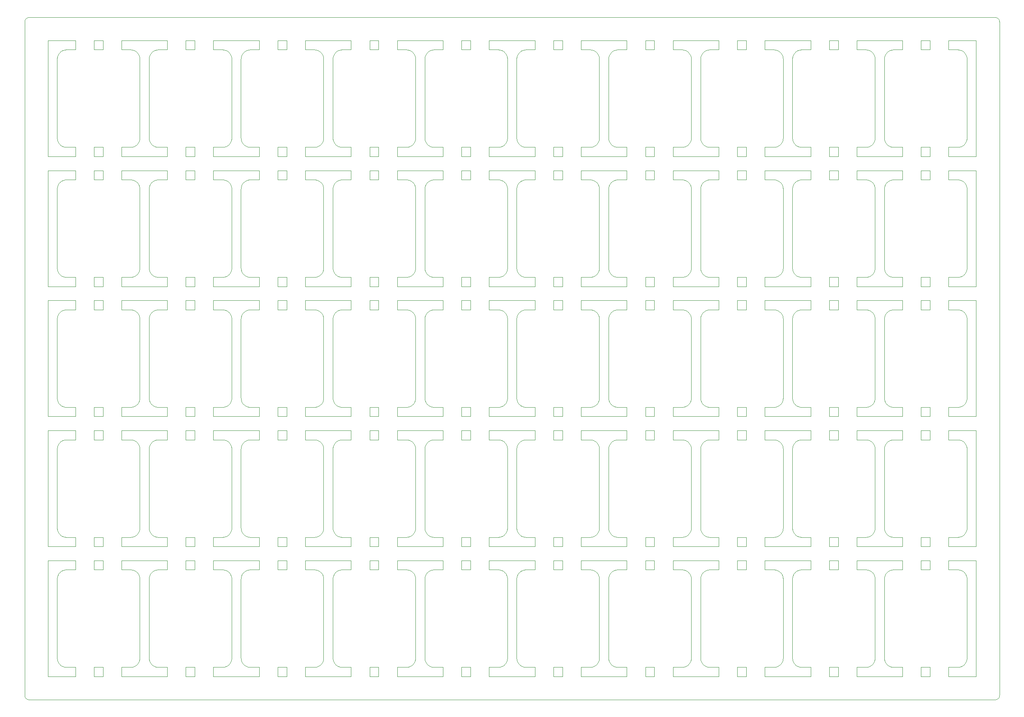
<source format=gm1>
G04 #@! TF.GenerationSoftware,KiCad,Pcbnew,7.0.0-da2b9df05c~165~ubuntu22.04.1*
G04 #@! TF.CreationDate,2023-12-10T21:50:17+00:00*
G04 #@! TF.ProjectId,kicad_miao-panel,6b696361-645f-46d6-9961-6f2d70616e65,rev?*
G04 #@! TF.SameCoordinates,Original*
G04 #@! TF.FileFunction,Profile,NP*
%FSLAX46Y46*%
G04 Gerber Fmt 4.6, Leading zero omitted, Abs format (unit mm)*
G04 Created by KiCad (PCBNEW 7.0.0-da2b9df05c~165~ubuntu22.04.1) date 2023-12-10 21:50:17*
%MOMM*%
%LPD*%
G01*
G04 APERTURE LIST*
G04 #@! TA.AperFunction,Profile*
%ADD10C,0.100000*%
G04 #@! TD*
G04 APERTURE END LIST*
D10*
X127680000Y28000000D02*
X127578701Y27997434D01*
X76193333Y114000000D02*
X76193333Y112000000D01*
X42560000Y63000000D02*
X42661298Y63002567D01*
X66380939Y120597403D02*
X66403845Y120498695D01*
X23750603Y35251307D02*
X23837928Y35302712D01*
X202789738Y8797664D02*
X202797433Y8898702D01*
X23837928Y63302712D02*
X23922536Y63358474D01*
X107497402Y27959061D02*
X107398694Y27936155D01*
X7857463Y139641528D02*
X7775787Y139581552D01*
X43937933Y7550415D02*
X44009585Y7622067D01*
X26904495Y8305390D02*
X26942084Y8211289D01*
X99973333Y35000000D02*
X101900000Y35000000D01*
X86143063Y36697145D02*
X86160939Y36597403D01*
X67115787Y83581552D02*
X67037254Y83517517D01*
X67037254Y119482484D02*
X67115787Y119418449D01*
X165658448Y27224213D02*
X165598472Y27142537D01*
X46764390Y26880789D02*
X46722084Y26788712D01*
X46562566Y54101299D02*
X46560000Y54000000D01*
X142837933Y139449586D02*
X142762744Y139517517D01*
X87521273Y111908279D02*
X87425389Y111875505D01*
X143157288Y91942072D02*
X143208693Y92029397D01*
X106675787Y35418449D02*
X106757463Y35358473D01*
X86478472Y27142537D02*
X86422711Y27057929D01*
X7697254Y27517517D02*
X7622065Y27449586D01*
X63034610Y27875505D02*
X62938726Y27908279D01*
X163115504Y26694611D02*
X163077915Y26788712D01*
X125682566Y82101299D02*
X125680000Y82000000D01*
X87521273Y91091722D02*
X87618694Y91063846D01*
X86244495Y54694611D02*
X86211721Y54598727D01*
X144460000Y114000000D02*
X149386666Y114000000D01*
X145942483Y63697255D02*
X146010414Y63622066D01*
X185224390Y110880789D02*
X185182084Y110788712D01*
X44557433Y8898702D02*
X44560000Y9000000D01*
X84079059Y26402598D02*
X84056154Y26501306D01*
X23082855Y63023064D02*
X23182597Y63040941D01*
X64037288Y7942072D02*
X64088693Y8029397D01*
X145483063Y92697145D02*
X145500939Y92597403D01*
X165598472Y63857464D02*
X165658448Y63775788D01*
X44496154Y8498695D02*
X44519059Y8597403D01*
X143368278Y26598727D02*
X143335504Y26694611D01*
X106024495Y36305390D02*
X106062084Y36211289D01*
X24756936Y36697145D02*
X24769738Y36797664D01*
X44435504Y8305390D02*
X44468278Y8401274D01*
X163176154Y64498695D02*
X163199059Y64597403D01*
X26803063Y110302856D02*
X26790261Y110202337D01*
X123555504Y36305390D02*
X123588278Y36401274D01*
X122278726Y55908279D02*
X122181305Y55936155D01*
X43862744Y139517517D02*
X43784211Y139581552D01*
X185502483Y83302746D02*
X185438448Y83224213D01*
X123677433Y54101299D02*
X123669738Y54202337D01*
X125931306Y64029396D02*
X125982711Y63942072D01*
X46722084Y120211289D02*
X46764390Y120119212D01*
X106024495Y8305390D02*
X106062084Y8211289D01*
X23568711Y7162085D02*
X23660788Y7204391D01*
X167037663Y111989739D02*
X166937144Y111976937D01*
X66342566Y92898702D02*
X66350261Y92797664D01*
X86244495Y8305390D02*
X86282084Y8211289D01*
X66758448Y139224213D02*
X66698472Y139142537D01*
X201857928Y119302712D02*
X201942536Y119358474D01*
X161934610Y55875505D02*
X161838726Y55908279D01*
X44201526Y55142537D02*
X44141551Y55224212D01*
X103597288Y55057929D02*
X103541526Y55142537D01*
X103124211Y83581552D02*
X103042536Y83641527D01*
X186421273Y83908279D02*
X186325389Y83875505D01*
X105910261Y54202337D02*
X105902566Y54101299D01*
X63564211Y139581552D02*
X63482536Y139641527D01*
X8211288Y111837916D02*
X8119211Y111795610D01*
X122374610Y83875505D02*
X122278726Y83908279D01*
X67459211Y7204391D02*
X67551288Y7162085D01*
X163035609Y138880789D02*
X162988693Y138970604D01*
X24082744Y55517517D02*
X24004211Y55581552D01*
X185083845Y54501306D02*
X185060939Y54402598D01*
X26820939Y138402598D02*
X26803063Y138302856D01*
X27402065Y63550415D02*
X27477254Y63482484D01*
X163035609Y120119212D02*
X163077915Y120211289D01*
X146235787Y63418449D02*
X146317463Y63358473D01*
X8211288Y7162085D02*
X8305389Y7124496D01*
X123197516Y63697256D02*
X123261551Y63775789D01*
X166451288Y83837916D02*
X166359211Y83795610D01*
X87618694Y63063846D02*
X87717402Y63040940D01*
X16853333Y91000000D02*
X16853333Y89000000D01*
X102401305Y91063846D02*
X102498726Y91091722D01*
X104900000Y58000000D02*
X109826666Y58000000D01*
X7251306Y120029396D02*
X7302711Y119942072D01*
X123616154Y8498695D02*
X123639059Y8597403D01*
X201857928Y35302712D02*
X201942536Y35358474D01*
X102302597Y91040941D02*
X102401305Y91063846D01*
X14926666Y86000000D02*
X16853333Y86000000D01*
X66544390Y120119212D02*
X66591306Y120029396D01*
X66591306Y26970605D02*
X66544390Y26880789D01*
X162028711Y27837916D02*
X161934610Y27875505D01*
X26942084Y64211289D02*
X26984390Y64119212D01*
X7000000Y86000000D02*
X10926666Y86000000D01*
X115753333Y56000000D02*
X115753333Y56000000D01*
X99973333Y91000000D02*
X101900000Y91000000D01*
X181990603Y27748694D02*
X181900788Y27795610D01*
X47182065Y55449586D02*
X47110414Y55377935D01*
X48058694Y63063846D02*
X48157402Y63040940D01*
X83868693Y36029397D02*
X83915609Y36119212D01*
X122181305Y35063846D02*
X122278726Y35091722D01*
X63482536Y119358474D02*
X63564211Y119418449D01*
X129606666Y56000000D02*
X127680000Y56000000D01*
X182661526Y119857464D02*
X182717288Y119942072D01*
X126985389Y119124496D02*
X127081273Y119091722D01*
X27555787Y63418449D02*
X27637463Y63358473D01*
X127377144Y91023064D02*
X127477663Y91010262D01*
X83177928Y119302712D02*
X83262536Y119358474D01*
X146861273Y27908279D02*
X146765389Y27875505D01*
X74266666Y140000000D02*
X74266666Y142000000D01*
X202675504Y82694611D02*
X202637915Y82788712D01*
X106382483Y111302746D02*
X106318448Y111224213D01*
X166097463Y111641528D02*
X166015787Y111581552D01*
X30706666Y112000000D02*
X28780000Y112000000D01*
X80193333Y142000000D02*
X90046666Y142000000D01*
X66890414Y63622066D02*
X66962065Y63550415D01*
X7302711Y7942072D02*
X7358472Y7857464D01*
X44519059Y36597403D02*
X44536936Y36697145D01*
X44077516Y35697256D02*
X44141551Y35775789D01*
X173166666Y114000000D02*
X175093333Y114000000D01*
X202102744Y119482484D02*
X202177933Y119550415D01*
X68137663Y35010262D02*
X68238701Y35002567D01*
X62542336Y27989739D02*
X62441298Y27997434D01*
X126537463Y63358473D02*
X126622071Y63302712D01*
X186421273Y27908279D02*
X186325389Y27875505D01*
X181322855Y7023064D02*
X181322855Y7023064D01*
X64248278Y92401274D02*
X64276154Y92498695D01*
X126891288Y35162085D02*
X126985389Y35124496D01*
X106929395Y119251307D02*
X107019211Y119204391D01*
X181322855Y63023064D02*
X181422597Y63040941D01*
X66698472Y35857464D02*
X66758448Y35775788D01*
X165862065Y27449586D02*
X165790414Y27377935D01*
X187020000Y119000000D02*
X188946666Y119000000D01*
X125690261Y36797664D02*
X125703063Y36697145D01*
X28780000Y140000000D02*
X28678701Y139997434D01*
X48058694Y27936155D02*
X47961273Y27908279D01*
X86130261Y26202337D02*
X86122566Y26101299D01*
X24780000Y26000000D02*
X24777433Y26101299D01*
X292893Y292894D02*
X365606Y226990D01*
X168530Y444430D02*
X226989Y365607D01*
X141961305Y91063846D02*
X142058726Y91091722D01*
X107301273Y83908279D02*
X107205389Y83875505D01*
X181900788Y111795610D02*
X181808711Y111837916D01*
X62441298Y91002567D02*
X62542336Y91010262D01*
X67551288Y91162085D02*
X67645389Y91124496D01*
X43348711Y91162085D02*
X43440788Y91204391D01*
X155313333Y112000000D02*
X155313333Y112000000D01*
X44519059Y64597403D02*
X44536936Y64697145D01*
X66822483Y119697255D02*
X66890414Y119622066D01*
X133606666Y142000000D02*
X135533333Y142000000D01*
X181322855Y91023064D02*
X181422597Y91040941D01*
X163077915Y138788712D02*
X163035609Y138880789D01*
X182815609Y8119212D02*
X182857915Y8211289D01*
X27198448Y35775788D02*
X27262483Y35697255D01*
X162542744Y83517517D02*
X162464211Y83581552D01*
X102498726Y119091722D02*
X102594610Y119124496D01*
X42661298Y139997434D02*
X42560000Y140000000D01*
X123669738Y36797664D02*
X123677433Y36898702D01*
X82522597Y63040941D02*
X82621305Y63063846D01*
X44077516Y111302745D02*
X44009585Y111377934D01*
X24361551Y63775789D02*
X24421526Y63857464D01*
X119753333Y61000000D02*
X119753333Y63000000D01*
X87917663Y35010262D02*
X88018701Y35002567D01*
X185570414Y83377935D02*
X185502483Y83302746D01*
X86324390Y64119212D02*
X86371306Y64029396D01*
X42560000Y35000000D02*
X42661298Y35002567D01*
X101900000Y56000000D02*
X99973333Y56000000D01*
X44496154Y64498695D02*
X44519059Y64597403D01*
X46978448Y55224213D02*
X46918472Y55142537D01*
X83422744Y111517517D02*
X83344211Y111581552D01*
X86371306Y36029396D02*
X86422711Y35942072D01*
X47182065Y63550415D02*
X47257254Y63482484D01*
X147460000Y140000000D02*
X147358701Y139997434D01*
X125884390Y92119212D02*
X125931306Y92029396D01*
X64215504Y110694611D02*
X64177915Y110788712D01*
X102302597Y7040941D02*
X102401305Y7063846D01*
X64276154Y92498695D02*
X64299059Y92597403D01*
X103202744Y111517517D02*
X103124211Y111581552D01*
X68238701Y7002567D02*
X68340000Y7000000D01*
X165402084Y26788712D02*
X165364495Y26694611D01*
X143041551Y139224212D02*
X142977516Y139302745D01*
X145762711Y119942072D02*
X145818472Y119857464D01*
X135533333Y112000000D02*
X133606666Y112000000D01*
X87425389Y83875505D02*
X87331288Y83837916D01*
X66962065Y63550415D02*
X67037254Y63482484D01*
X209507106Y292894D02*
X209573010Y365607D01*
X5000000Y142000000D02*
X10926666Y142000000D01*
X66890414Y55377935D02*
X66822483Y55302746D01*
X26820939Y82402598D02*
X26803063Y82302856D01*
X25780000Y30000000D02*
X30706666Y30000000D01*
X122560788Y55795610D02*
X122468711Y55837916D01*
X162821551Y63775789D02*
X162881526Y63857464D01*
X145460000Y82000000D02*
X145460000Y65000000D01*
X127277402Y111959061D02*
X127178694Y111936155D01*
X182469585Y35622067D02*
X182537516Y35697256D01*
X194873333Y140000000D02*
X192946666Y140000000D01*
X202497288Y139057929D02*
X202441526Y139142537D01*
X103695609Y82880789D02*
X103648693Y82970604D01*
X83995504Y36305390D02*
X84028278Y36401274D01*
X113826666Y119000000D02*
X115753333Y119000000D01*
X202708278Y8401274D02*
X202736154Y8498695D01*
X153386666Y114000000D02*
X155313333Y114000000D01*
X125703063Y64697145D02*
X125720939Y64597403D01*
X165722483Y7697255D02*
X165790414Y7622066D01*
X86282084Y120211289D02*
X86324390Y120119212D01*
X86122566Y64898702D02*
X86130261Y64797664D01*
X94046666Y91000000D02*
X95973333Y91000000D01*
X24780000Y93000000D02*
X24780000Y110000000D01*
X56413333Y28000000D02*
X54486666Y28000000D01*
X80193333Y84000000D02*
X80193333Y86000000D01*
X24157933Y27449586D02*
X24082744Y27517517D01*
X44308693Y92029397D02*
X44355609Y92119212D01*
X63310603Y7251307D02*
X63397928Y7302712D01*
X141762855Y139976937D02*
X141662336Y139989739D01*
X27138472Y35857464D02*
X27198448Y35775788D01*
X27991288Y35162085D02*
X28085389Y35124496D01*
X74266666Y91000000D02*
X76193333Y91000000D01*
X24528693Y110970604D02*
X24477288Y111057929D01*
X64248278Y8401274D02*
X64276154Y8498695D01*
X83177928Y55697289D02*
X83090603Y55748694D01*
X102102336Y27989739D02*
X102001298Y27997434D01*
X106258472Y119857464D02*
X106318448Y119775788D01*
X147157144Y139976937D02*
X147057402Y139959061D01*
X86977463Y35358473D02*
X87062071Y35302712D01*
X127680000Y35000000D02*
X129606666Y35000000D01*
X44549738Y64797664D02*
X44557433Y64898702D01*
X146579211Y139795610D02*
X146489395Y139748694D01*
X200800000Y84000000D02*
X198873333Y84000000D01*
X163240000Y82000000D02*
X163237433Y82101299D01*
X147460000Y28000000D02*
X147358701Y27997434D01*
X14926666Y35000000D02*
X16853333Y35000000D01*
X167037663Y91010262D02*
X167138701Y91002567D01*
X143297915Y120211289D02*
X143335504Y120305390D01*
X181322855Y111976937D02*
X181222336Y111989739D01*
X145711306Y36029396D02*
X145762711Y35942072D01*
X103481551Y83224212D02*
X103417516Y83302745D01*
X23750603Y119251307D02*
X23837928Y119302712D01*
X7000000Y82000000D02*
X7000000Y65000000D01*
X62742597Y139959060D02*
X62642855Y139976937D01*
X107597144Y27976937D02*
X107497402Y27959061D01*
X84096936Y138302856D02*
X84079059Y138402598D01*
X146082065Y83449586D02*
X146010414Y83377935D01*
X87239211Y55795610D02*
X87149395Y55748694D01*
X185022566Y120898702D02*
X185030261Y120797664D01*
X24157933Y55449586D02*
X24082744Y55517517D01*
X48357663Y83989739D02*
X48257144Y83976937D01*
X44077516Y7697256D02*
X44141551Y7775789D01*
X115753333Y33000000D02*
X113826666Y33000000D01*
X50486666Y140000000D02*
X48560000Y140000000D01*
X182162536Y27641527D02*
X182077928Y27697289D01*
X143396154Y26501306D02*
X143368278Y26598727D01*
X26904495Y64305390D02*
X26942084Y64211289D01*
X105900000Y93000000D02*
X105902566Y92898702D01*
X181990603Y35251307D02*
X182077928Y35302712D01*
X142909585Y91622067D02*
X142977516Y91697256D01*
X86211721Y26598727D02*
X86183845Y26501306D01*
X43440788Y119204391D02*
X43530603Y119251307D01*
X24004211Y35418449D02*
X24082744Y35482484D01*
X7418448Y35775788D02*
X7482483Y35697255D01*
X107798701Y91002567D02*
X107900000Y91000000D01*
X107111288Y7162085D02*
X107205389Y7124496D01*
X7040939Y138402598D02*
X7023063Y138302856D01*
X68340000Y112000000D02*
X68238701Y111997434D01*
X185322711Y91942072D02*
X185378472Y91857464D01*
X165331721Y110598727D02*
X165303845Y110501306D01*
X105902566Y110101299D02*
X105900000Y110000000D01*
X7482483Y111302746D02*
X7418448Y111224213D01*
X162542744Y27517517D02*
X162464211Y27581552D01*
X63397928Y27697289D02*
X63310603Y27748694D01*
X125982711Y83057929D02*
X125931306Y82970605D01*
X24688278Y8401274D02*
X24716154Y8498695D01*
X181990603Y111748694D02*
X181900788Y111795610D01*
X24477288Y35942072D02*
X24528693Y36029397D01*
X62542336Y63010262D02*
X62642855Y63023064D01*
X86183845Y82501306D02*
X86160939Y82402598D01*
X161442336Y7010262D02*
X161542855Y7023064D01*
X202381551Y7775789D02*
X202441526Y7857464D01*
X67282071Y111697289D02*
X67197463Y111641528D01*
X146489395Y91251307D02*
X146579211Y91204391D01*
X202441526Y139142537D02*
X202381551Y139224212D01*
X26782566Y26101299D02*
X26780000Y26000000D01*
X167138701Y83997434D02*
X167037663Y83989739D01*
X10926666Y86000000D02*
X10926666Y84000000D01*
X121882336Y55989739D02*
X121781298Y55997434D01*
X146402071Y63302712D02*
X146489395Y63251307D01*
X27722071Y83697289D02*
X27637463Y83641528D01*
X185322711Y83057929D02*
X185271306Y82970605D01*
X123197516Y55302745D02*
X123129585Y55377934D01*
X142762744Y55517517D02*
X142684211Y55581552D01*
X122560788Y83795610D02*
X122468711Y83837916D01*
X43530603Y35251307D02*
X43617928Y35302712D01*
X106318448Y111224213D02*
X106258472Y111142537D01*
X99973333Y140000000D02*
X99973333Y142000000D01*
X123057933Y111449586D02*
X122982744Y111517517D01*
X82908711Y7162085D02*
X83000788Y7204391D01*
X126098448Y119775788D02*
X126162483Y119697255D01*
X70266666Y117000000D02*
X65340000Y117000000D01*
X181900788Y83795610D02*
X181808711Y83837916D01*
X182768693Y120029397D02*
X182815609Y120119212D01*
X123639059Y110402598D02*
X123616154Y110501306D01*
X50486666Y119000000D02*
X50486666Y117000000D01*
X90046666Y117000000D02*
X85120000Y117000000D01*
X144460000Y30000000D02*
X149386666Y30000000D01*
X56413333Y140000000D02*
X54486666Y140000000D01*
X87717402Y83959061D02*
X87618694Y83936155D01*
X46583063Y92697145D02*
X46600939Y92597403D01*
X102498726Y91091722D02*
X102594610Y91124496D01*
X162617933Y111449586D02*
X162542744Y111517517D01*
X67645389Y91124496D02*
X67741273Y91091722D01*
X87817144Y27976937D02*
X87717402Y27959061D01*
X145500939Y92597403D02*
X145523845Y92498695D01*
X185962071Y119302712D02*
X186049395Y119251307D01*
X83090603Y7251307D02*
X83177928Y7302712D01*
X83344211Y83581552D02*
X83262536Y83641527D01*
X166545389Y139875505D02*
X166451288Y139837916D01*
X202102744Y139517517D02*
X202024211Y139581552D01*
X23378726Y91091722D02*
X23474610Y91124496D01*
X7002566Y36898702D02*
X7010261Y36797664D01*
X24229585Y91622067D02*
X24297516Y91697256D01*
X201301305Y27936155D02*
X201202597Y27959060D01*
X126230414Y119622066D02*
X126302065Y119550415D01*
X66544390Y110880789D02*
X66502084Y110788712D01*
X201942536Y91358474D02*
X202024211Y91418449D01*
X143297915Y8211289D02*
X143335504Y8305390D01*
X106202711Y119942072D02*
X106258472Y119857464D01*
X66431721Y26598727D02*
X66403845Y26501306D01*
X103775504Y82694611D02*
X103737915Y82788712D01*
X165491306Y8029396D02*
X165542711Y7942072D01*
X125982711Y91942072D02*
X126038472Y91857464D01*
X122822536Y91358474D02*
X122904211Y91418449D01*
X47961273Y27908279D02*
X47865389Y27875505D01*
X145762711Y7942072D02*
X145818472Y7857464D01*
X67369395Y91251307D02*
X67459211Y91204391D01*
X16853333Y142000000D02*
X16853333Y140000000D01*
X7251306Y36029396D02*
X7302711Y35942072D01*
X83262536Y63358474D02*
X83344211Y63418449D01*
X44549738Y26202337D02*
X44536936Y26302856D01*
X185020000Y54000000D02*
X185020000Y37000000D01*
X122650603Y27748694D02*
X122560788Y27795610D01*
X123517915Y64211289D02*
X123555504Y64305390D01*
X126709395Y35251307D02*
X126799211Y35204391D01*
X165242566Y54101299D02*
X165240000Y54000000D01*
X123129585Y55377934D02*
X123057933Y55449586D01*
X7204390Y110880789D02*
X7162084Y110788712D01*
X16853333Y28000000D02*
X14926666Y28000000D01*
X14926666Y58000000D02*
X16853333Y58000000D01*
X43784211Y7418449D02*
X43862744Y7482484D01*
X7124495Y120305390D02*
X7162084Y120211289D01*
X7857463Y7358473D02*
X7942071Y7302712D01*
X86742065Y27449586D02*
X86670414Y27377935D01*
X125982711Y63942072D02*
X126038472Y63857464D01*
X103775504Y26694611D02*
X103737915Y26788712D01*
X82120000Y112000000D02*
X80193333Y112000000D01*
X143335504Y138694611D02*
X143297915Y138788712D01*
X63564211Y27581552D02*
X63482536Y27641527D01*
X165240000Y9000000D02*
X165242566Y8898702D01*
X87239211Y35204391D02*
X87331288Y35162085D01*
X76193333Y117000000D02*
X76193333Y117000000D01*
X166359211Y91204391D02*
X166451288Y91162085D01*
X86244495Y138694611D02*
X86211721Y138598727D01*
X163240000Y54000000D02*
X163237433Y54101299D01*
X123321526Y63857464D02*
X123377288Y63942072D01*
X163216936Y120697145D02*
X163229738Y120797664D01*
X44435504Y120305390D02*
X44468278Y120401274D01*
X107697663Y91010262D02*
X107798701Y91002567D01*
X82908711Y111837916D02*
X82814610Y111875505D01*
X102102336Y63010262D02*
X102102336Y63010262D01*
X103481551Y111224212D02*
X103417516Y111302745D01*
X166738694Y7063846D02*
X166837402Y7040940D01*
X146235787Y7418449D02*
X146317463Y7358473D01*
X202595609Y110880789D02*
X202548693Y110970604D01*
X86211721Y36401274D02*
X86244495Y36305390D01*
X122822536Y139641527D02*
X122737928Y139697289D01*
X28377402Y119040940D02*
X28477144Y119023064D01*
X122468711Y7162085D02*
X122560788Y7204391D01*
X8797663Y139989739D02*
X8697144Y139976937D01*
X161642597Y55959060D02*
X161542855Y55976937D01*
X146671288Y91162085D02*
X146765389Y91124496D01*
X64276154Y64498695D02*
X64299059Y64597403D01*
X141561298Y111997434D02*
X141460000Y112000000D01*
X182537516Y111302745D02*
X182469585Y111377934D01*
X181322855Y27976937D02*
X181222336Y27989739D01*
X36633333Y56000000D02*
X34706666Y56000000D01*
X50486666Y63000000D02*
X50486666Y61000000D01*
X102870603Y139748694D02*
X102780788Y139795610D01*
X181521305Y91063846D02*
X181618726Y91091722D01*
X143157288Y83057929D02*
X143101526Y83142537D01*
X122181305Y27936155D02*
X122082597Y27959060D01*
X165542711Y63942072D02*
X165598472Y63857464D01*
X86120000Y110000000D02*
X86120000Y93000000D01*
X46583063Y82302856D02*
X46570261Y82202337D01*
X185030261Y138202337D02*
X185022566Y138101299D01*
X145551721Y138598727D02*
X145523845Y138501306D01*
X94046666Y5000000D02*
X94046666Y7000000D01*
X24780000Y37000000D02*
X24780000Y54000000D01*
X107301273Y27908279D02*
X107205389Y27875505D01*
X164240000Y58000000D02*
X169166666Y58000000D01*
X194873333Y56000000D02*
X194873333Y56000000D01*
X153386666Y7000000D02*
X155313333Y7000000D01*
X181714610Y119124496D02*
X181808711Y119162085D01*
X106929395Y27748694D02*
X106842071Y27697289D01*
X44496154Y82501306D02*
X44468278Y82598727D01*
X27991288Y91162085D02*
X28085389Y91124496D01*
X143208693Y36029397D02*
X143255609Y36119212D01*
X139533333Y91000000D02*
X141460000Y91000000D01*
X182077928Y139697289D02*
X181990603Y139748694D01*
X83344211Y111581552D02*
X83262536Y111641527D01*
X182162536Y111641527D02*
X182077928Y111697289D01*
X127578701Y55997434D02*
X127477663Y55989739D01*
X103900000Y82000000D02*
X103897433Y82101299D01*
X182996936Y110302856D02*
X182979059Y110402598D01*
X105910261Y26202337D02*
X105902566Y26101299D01*
X103277933Y91550415D02*
X103349585Y91622067D01*
X24082744Y35482484D02*
X24157933Y35550415D01*
X87521273Y27908279D02*
X87425389Y27875505D01*
X63564211Y7418449D02*
X63642744Y7482484D01*
X123680000Y65000000D02*
X123680000Y82000000D01*
X27198448Y55224213D02*
X27138472Y55142537D01*
X107398694Y139936155D02*
X107301273Y139908279D01*
X125804495Y82694611D02*
X125771721Y82598727D01*
X64177915Y36211289D02*
X64215504Y36305390D01*
X146765389Y27875505D02*
X146671288Y27837916D01*
X144460000Y61000000D02*
X139533333Y61000000D01*
X123677433Y64898702D02*
X123680000Y65000000D01*
X103889738Y138202337D02*
X103876936Y138302856D01*
X82322336Y119010262D02*
X82422855Y119023064D01*
X167037663Y119010262D02*
X167138701Y119002567D01*
X107398694Y63063846D02*
X107497402Y63040940D01*
X27555787Y7418449D02*
X27637463Y7358473D01*
X26942084Y120211289D02*
X26984390Y120119212D01*
X194873333Y142000000D02*
X194873333Y140000000D01*
X48257144Y119023064D02*
X48357663Y119010262D01*
X165862065Y91550415D02*
X165937254Y91482484D01*
X26790261Y64797664D02*
X26803063Y64697145D01*
X126302065Y91550415D02*
X126377254Y91482484D01*
X86122566Y8898702D02*
X86130261Y8797664D01*
X7091721Y64401274D02*
X7124495Y64305390D01*
X46918472Y27142537D02*
X46862711Y27057929D01*
X162937288Y139057929D02*
X162881526Y139142537D01*
X94046666Y84000000D02*
X94046666Y86000000D01*
X143449738Y82202337D02*
X143436936Y82302856D01*
X64135609Y92119212D02*
X64177915Y92211289D01*
X8401273Y91091722D02*
X8498694Y91063846D01*
X202736154Y138501306D02*
X202708278Y138598727D01*
X24575609Y54880789D02*
X24528693Y54970604D01*
X30706666Y114000000D02*
X30706666Y112000000D01*
X44201526Y35857464D02*
X44257288Y35942072D01*
X40633333Y84000000D02*
X40633333Y86000000D01*
X143255609Y54880789D02*
X143208693Y54970604D01*
X181808711Y111837916D02*
X181714610Y111875505D01*
X119753333Y119000000D02*
X121680000Y119000000D01*
X153386666Y58000000D02*
X155313333Y58000000D01*
X125842084Y92211289D02*
X125884390Y92119212D01*
X46623845Y8498695D02*
X46651721Y8401274D01*
X24477288Y111057929D02*
X24421526Y111142537D01*
X165658448Y63775788D02*
X165722483Y63697255D01*
X66431721Y138598727D02*
X66403845Y138501306D01*
X28181273Y139908279D02*
X28085389Y139875505D01*
X66342566Y64898702D02*
X66350261Y64797664D01*
X60413333Y112000000D02*
X60413333Y114000000D01*
X162210603Y55748694D02*
X162120788Y55795610D01*
X153386666Y91000000D02*
X153386666Y91000000D01*
X121680000Y84000000D02*
X119753333Y84000000D01*
X122468711Y63162085D02*
X122560788Y63204391D01*
X64177915Y64211289D02*
X64215504Y64305390D01*
X22982336Y83989739D02*
X22881298Y83997434D01*
X186049395Y55748694D02*
X185962071Y55697289D01*
X44435504Y54694611D02*
X44397915Y54788712D01*
X24297516Y63697256D02*
X24361551Y63775789D01*
X165658448Y91775788D02*
X165722483Y91697255D01*
X167138701Y111997434D02*
X167037663Y111989739D01*
X165722483Y111302746D02*
X165658448Y111224213D01*
X87062071Y111697289D02*
X86977463Y111641528D01*
X126455787Y55581552D02*
X126377254Y55517517D01*
X201202597Y35040941D02*
X201301305Y35063846D01*
X7550414Y83377935D02*
X7482483Y83302746D01*
X106258472Y139142537D02*
X106202711Y139057929D01*
X27138472Y63857464D02*
X27198448Y63775788D01*
X42862855Y91023064D02*
X42962597Y91040941D01*
X165250261Y8797664D02*
X165263063Y8697145D01*
X64177915Y26788712D02*
X64135609Y26880789D01*
X23660788Y83795610D02*
X23568711Y83837916D01*
X127277402Y63040940D02*
X127377144Y63023064D01*
X201202597Y83959060D02*
X201102855Y83976937D01*
X8211288Y35162085D02*
X8305389Y35124496D01*
X186325389Y27875505D02*
X186231288Y27837916D01*
X122278726Y111908279D02*
X122181305Y111936155D01*
X68037144Y27976937D02*
X67937402Y27959061D01*
X24655504Y26694611D02*
X24617915Y26788712D01*
X46623845Y120498695D02*
X46651721Y120401274D01*
X7204390Y8119212D02*
X7251306Y8029396D01*
X105902566Y36898702D02*
X105910261Y36797664D01*
X165331721Y8401274D02*
X165364495Y8305390D01*
X123639059Y26402598D02*
X123616154Y26501306D01*
X95973333Y140000000D02*
X94046666Y140000000D01*
X146765389Y7124496D02*
X146861273Y7091722D01*
X182469585Y83377934D02*
X182397933Y83449586D01*
X64337433Y54101299D02*
X64329738Y54202337D01*
X126230414Y55377935D02*
X126162483Y55302746D01*
X87062071Y83697289D02*
X86977463Y83641528D01*
X143101526Y119857464D02*
X143157288Y119942072D01*
X145622084Y138788712D02*
X145584495Y138694611D01*
X125743845Y54501306D02*
X125720939Y54402598D01*
X7063845Y138501306D02*
X7040939Y138402598D01*
X103876936Y8697145D02*
X103889738Y8797664D01*
X62642855Y119023064D02*
X62742597Y119040941D01*
X125743845Y36498695D02*
X125771721Y36401274D01*
X105963845Y64498695D02*
X105991721Y64401274D01*
X201942536Y119358474D02*
X202024211Y119418449D01*
X201102855Y63023064D02*
X201202597Y63040941D01*
X8597402Y91040940D02*
X8697144Y91023064D01*
X67551288Y63162085D02*
X67645389Y63124496D01*
X143041551Y55224212D02*
X142977516Y55302745D01*
X44560000Y121000000D02*
X44560000Y138000000D01*
X186325389Y7124496D02*
X186421273Y7091722D01*
X7040939Y64597403D02*
X7063845Y64498695D01*
X126098448Y63775788D02*
X126162483Y63697255D01*
X42661298Y55997434D02*
X42560000Y56000000D01*
X24082744Y139517517D02*
X24004211Y139581552D01*
X86211721Y92401274D02*
X86244495Y92305390D01*
X64299059Y64597403D02*
X64316936Y64697145D01*
X76193333Y7000000D02*
X76193333Y5000000D01*
X64215504Y64305390D02*
X64248278Y64401274D01*
X162757516Y83302745D02*
X162689585Y83377934D01*
X202800000Y93000000D02*
X202800000Y110000000D01*
X185877463Y111641528D02*
X185795787Y111581552D01*
X106450414Y91622066D02*
X106522065Y91550415D01*
X127178694Y27936155D02*
X127081273Y27908279D01*
X86895787Y35418449D02*
X86977463Y35358473D01*
X125842084Y110788712D02*
X125804495Y110694611D01*
X7942071Y139697289D02*
X7857463Y139641528D01*
X28278694Y55936155D02*
X28181273Y55908279D01*
X155313333Y56000000D02*
X155313333Y56000000D01*
X107111288Y139837916D02*
X107019211Y139795610D01*
X165542711Y119942072D02*
X165598472Y119857464D01*
X26942084Y138788712D02*
X26904495Y138694611D01*
X105963845Y92498695D02*
X105991721Y92401274D01*
X105963845Y54501306D02*
X105940939Y54402598D01*
X135533333Y140000000D02*
X135533333Y140000000D01*
X42560000Y56000000D02*
X40633333Y56000000D01*
X76193333Y140000000D02*
X76193333Y140000000D01*
X166182071Y119302712D02*
X166269395Y119251307D01*
X103897433Y92898702D02*
X103900000Y93000000D01*
X8797663Y91010262D02*
X8898701Y91002567D01*
X165722483Y139302746D02*
X165658448Y139224213D01*
X24004211Y63418449D02*
X24082744Y63482484D01*
X62938726Y35091722D02*
X63034610Y35124496D01*
X209573010Y146634394D02*
X209507106Y146707107D01*
X202736154Y36498695D02*
X202759059Y36597403D01*
X107497402Y35040940D02*
X107597144Y35023064D01*
X141762855Y35023064D02*
X141862597Y35040941D01*
X47182065Y7550415D02*
X47257254Y7482484D01*
X185271306Y138970605D02*
X185224390Y138880789D01*
X153386666Y119000000D02*
X153386666Y119000000D01*
X103202744Y63482484D02*
X103277933Y63550415D01*
X185717254Y119482484D02*
X185795787Y119418449D01*
X145818472Y119857464D02*
X145878448Y119775788D01*
X107798701Y55997434D02*
X107697663Y55989739D01*
X24739059Y120597403D02*
X24756936Y120697145D01*
X173166666Y119000000D02*
X173166666Y119000000D01*
X44549738Y8797664D02*
X44557433Y8898702D01*
X141460000Y56000000D02*
X139533333Y56000000D01*
X159313333Y30000000D02*
X164240000Y30000000D01*
X185043063Y110302856D02*
X185030261Y110202337D01*
X123321526Y83142537D02*
X123261551Y83224212D01*
X146489395Y63251307D02*
X146579211Y63204391D01*
X47335787Y83581552D02*
X47257254Y83517517D01*
X86977463Y63358473D02*
X87062071Y63302712D01*
X181222336Y35010262D02*
X181322855Y35023064D01*
X44468278Y26598727D02*
X44435504Y26694611D01*
X27555787Y91418449D02*
X27637463Y91358473D01*
X125931306Y8029396D02*
X125982711Y7942072D01*
X42661298Y83997434D02*
X42560000Y84000000D01*
X126455787Y111581552D02*
X126377254Y111517517D01*
X185378472Y7857464D02*
X185438448Y7775788D01*
X185182084Y36211289D02*
X185224390Y36119212D01*
X145500939Y110402598D02*
X145483063Y110302856D01*
X42661298Y7002567D02*
X42762336Y7010262D01*
X165790414Y119622066D02*
X165862065Y119550415D01*
X121982855Y27976937D02*
X121882336Y27989739D01*
X103737915Y54788712D02*
X103695609Y54880789D01*
X115753333Y30000000D02*
X115753333Y28000000D01*
X103597288Y91942072D02*
X103648693Y92029397D01*
X166269395Y83748694D02*
X166182071Y83697289D01*
X104900000Y33000000D02*
X99973333Y33000000D01*
X161741305Y91063846D02*
X161838726Y91091722D01*
X141762855Y7023064D02*
X141862597Y7040941D01*
X26942084Y54788712D02*
X26904495Y54694611D01*
X121781298Y119002567D02*
X121882336Y119010262D01*
X47110414Y35622066D02*
X47182065Y35550415D01*
X63564211Y35418449D02*
X63642744Y35482484D01*
X62742597Y83959060D02*
X62642855Y83976937D01*
X66642711Y63942072D02*
X66698472Y63857464D01*
X102870603Y35251307D02*
X102957928Y35302712D01*
X24769738Y36797664D02*
X24777433Y36898702D01*
X43784211Y111581552D02*
X43702536Y111641527D01*
X103889738Y26202337D02*
X103876936Y26302856D01*
X36633333Y58000000D02*
X36633333Y56000000D01*
X122278726Y35091722D02*
X122374610Y35124496D01*
X103481551Y55224212D02*
X103417516Y55302745D01*
X7550414Y35622066D02*
X7622065Y35550415D01*
X141460000Y112000000D02*
X139533333Y112000000D01*
X24528693Y138970604D02*
X24477288Y139057929D01*
X102780788Y83795610D02*
X102688711Y83837916D01*
X82221298Y63002567D02*
X82322336Y63010262D01*
X165937254Y111517517D02*
X165862065Y111449586D01*
X169166666Y91000000D02*
X169166666Y89000000D01*
X43702536Y63358474D02*
X43784211Y63418449D01*
X8119211Y7204391D02*
X8211288Y7162085D01*
X201102855Y55976937D02*
X201002336Y55989739D01*
X121882336Y91010262D02*
X121982855Y91023064D01*
X165658448Y55224213D02*
X165598472Y55142537D01*
X107205389Y111875505D02*
X107111288Y111837916D01*
X122560788Y111795610D02*
X122468711Y111837916D01*
X84109738Y120797664D02*
X84117433Y120898702D01*
X84096936Y120697145D02*
X84109738Y120797664D01*
X87239211Y7204391D02*
X87331288Y7162085D01*
X43348711Y27837916D02*
X43254610Y27875505D01*
X43937933Y119550415D02*
X44009585Y119622067D01*
X162120788Y27795610D02*
X162028711Y27837916D01*
X102870603Y119251307D02*
X102957928Y119302712D01*
X24716154Y54501306D02*
X24688278Y54598727D01*
X20853333Y56000000D02*
X20853333Y58000000D01*
X46684495Y138694611D02*
X46651721Y138598727D01*
X202317516Y139302745D02*
X202249585Y139377934D01*
X194873333Y5000000D02*
X192946666Y5000000D01*
X107900000Y56000000D02*
X107798701Y55997434D01*
X162542744Y35482484D02*
X162617933Y35550415D01*
X14926666Y30000000D02*
X14926666Y30000000D01*
X202708278Y26598727D02*
X202675504Y26694611D01*
X181521305Y7063846D02*
X181618726Y7091722D01*
X7358472Y35857464D02*
X7418448Y35775788D01*
X44355609Y54880789D02*
X44308693Y54970604D01*
X67459211Y35204391D02*
X67551288Y35162085D01*
X67937402Y83959061D02*
X67838694Y83936155D01*
X142430603Y111748694D02*
X142340788Y111795610D01*
X201588711Y119162085D02*
X201680788Y119204391D01*
X145942483Y83302746D02*
X145878448Y83224213D01*
X82422855Y7023064D02*
X82422855Y7023064D01*
X7010261Y36797664D02*
X7023063Y36697145D01*
X185020000Y65000000D02*
X185022566Y64898702D01*
X181521305Y27936155D02*
X181422597Y27959060D01*
X23281305Y63063846D02*
X23281305Y63063846D01*
X26871721Y138598727D02*
X26843845Y138501306D01*
X82621305Y91063846D02*
X82718726Y91091722D01*
X106104390Y8119212D02*
X106151306Y8029396D01*
X84028278Y92401274D02*
X84056154Y92498695D01*
X204800000Y86000000D02*
X204800000Y61000000D01*
X165658448Y35775788D02*
X165722483Y35697255D01*
X146317463Y55641528D02*
X146235787Y55581552D01*
X161642597Y7040941D02*
X161741305Y7063846D01*
X127178694Y35063846D02*
X127277402Y35040940D01*
X182601551Y91775789D02*
X182661526Y91857464D01*
X126799211Y35204391D02*
X126891288Y35162085D01*
X126622071Y119302712D02*
X126709395Y119251307D01*
X83915609Y64119212D02*
X83957915Y64211289D01*
X24716154Y82501306D02*
X24688278Y82598727D01*
X7622065Y7550415D02*
X7697254Y7482484D01*
X87817144Y55976937D02*
X87717402Y55959061D01*
X83090603Y83748694D02*
X83000788Y83795610D01*
X7000000Y61000000D02*
X5000000Y61000000D01*
X185022566Y110101299D02*
X185020000Y110000000D01*
X188946666Y112000000D02*
X187020000Y112000000D01*
X46560000Y138000000D02*
X46560000Y121000000D01*
X90046666Y58000000D02*
X90046666Y56000000D01*
X202797433Y92898702D02*
X202800000Y93000000D01*
X181222336Y139989739D02*
X181121298Y139997434D01*
X181808711Y83837916D02*
X181714610Y83875505D01*
X167240000Y140000000D02*
X167138701Y139997434D01*
X123057933Y91550415D02*
X123129585Y91622067D01*
X7550414Y119622066D02*
X7622065Y119550415D01*
X24688278Y64401274D02*
X24716154Y64498695D01*
X8797663Y63010262D02*
X8898701Y63002567D01*
X125842084Y26788712D02*
X125804495Y26694611D01*
X143457433Y36898702D02*
X143460000Y37000000D01*
X182979059Y120597403D02*
X182996936Y120697145D01*
X185111721Y82598727D02*
X185083845Y82501306D01*
X64329738Y54202337D02*
X64316936Y54302856D01*
X126038472Y91857464D02*
X126098448Y91775788D01*
X161741305Y111936155D02*
X161642597Y111959060D01*
X147057402Y83959061D02*
X146958694Y83936155D01*
X86422711Y55057929D02*
X86371306Y54970605D01*
X162542744Y55517517D02*
X162464211Y55581552D01*
X202637915Y110788712D02*
X202595609Y110880789D01*
X181322855Y7023064D02*
X181422597Y7040941D01*
X107019211Y55795610D02*
X106929395Y55748694D01*
X161741305Y63063846D02*
X161838726Y63091722D01*
X141961305Y55936155D02*
X141862597Y55959060D01*
X47961273Y119091722D02*
X48058694Y119063846D01*
X161934610Y111875505D02*
X161838726Y111908279D01*
X113826666Y35000000D02*
X115753333Y35000000D01*
X8697144Y111976937D02*
X8597402Y111959061D01*
X23922536Y27641527D02*
X23837928Y27697289D01*
X175093333Y28000000D02*
X173166666Y28000000D01*
X209800000Y146000000D02*
X209795184Y146098018D01*
X166738694Y63063846D02*
X166837402Y63040940D01*
X123656936Y26302856D02*
X123639059Y26402598D01*
X175093333Y86000000D02*
X175093333Y84000000D01*
X202708278Y82598727D02*
X202675504Y82694611D01*
X83817288Y35942072D02*
X83868693Y36029397D01*
X24528693Y64029397D02*
X24575609Y64119212D01*
X143457433Y120898702D02*
X143460000Y121000000D01*
X123680000Y9000000D02*
X123680000Y26000000D01*
X44560000Y138000000D02*
X44557433Y138101299D01*
X159313333Y61000000D02*
X159313333Y63000000D01*
X102001298Y119002567D02*
X102102336Y119010262D01*
X106202711Y35942072D02*
X106258472Y35857464D01*
X46722084Y110788712D02*
X46684495Y110694611D01*
X83177928Y27697289D02*
X83090603Y27748694D01*
X121982855Y111976937D02*
X121882336Y111989739D01*
X64088693Y54970604D02*
X64037288Y55057929D01*
X147358701Y139997434D02*
X147257663Y139989739D01*
X166182071Y63302712D02*
X166269395Y63251307D01*
X47502071Y27697289D02*
X47417463Y27641528D01*
X182322744Y91482484D02*
X182397933Y91550415D01*
X7124495Y110694611D02*
X7091721Y110598727D01*
X162120788Y63204391D02*
X162210603Y63251307D01*
X181121298Y27997434D02*
X181020000Y28000000D01*
X123197516Y83302745D02*
X123129585Y83377934D01*
X901982Y146995185D02*
X804909Y146980786D01*
X121781298Y55997434D02*
X121680000Y56000000D01*
X194873333Y91000000D02*
X194873333Y89000000D01*
X24297516Y27302745D02*
X24229585Y27377934D01*
X143457433Y138101299D02*
X143449738Y138202337D01*
X103695609Y92119212D02*
X103737915Y92211289D01*
X47679211Y91204391D02*
X47771288Y91162085D01*
X106318448Y27224213D02*
X106258472Y27142537D01*
X82621305Y55936155D02*
X82522597Y55959060D01*
X185962071Y83697289D02*
X185877463Y83641528D01*
X24229585Y55377934D02*
X24157933Y55449586D01*
X105900000Y26000000D02*
X105900000Y9000000D01*
X102688711Y83837916D02*
X102594610Y83875505D01*
X166015787Y55581552D02*
X165937254Y55517517D01*
X147057402Y63040940D02*
X147157144Y63023064D01*
X122374610Y55875505D02*
X122278726Y55908279D01*
X46978448Y119775788D02*
X47042483Y119697255D01*
X24688278Y36401274D02*
X24716154Y36498695D01*
X126622071Y55697289D02*
X126537463Y55641528D01*
X86120000Y82000000D02*
X86120000Y65000000D01*
X107497402Y7040940D02*
X107597144Y7023064D01*
X145762711Y91942072D02*
X145818472Y91857464D01*
X28780000Y35000000D02*
X30706666Y35000000D01*
X102498726Y55908279D02*
X102401305Y55936155D01*
X67937402Y119040940D02*
X68037144Y119023064D01*
X166641273Y7091722D02*
X166738694Y7063846D01*
X99973333Y63000000D02*
X101900000Y63000000D01*
X119753333Y5000000D02*
X119753333Y7000000D01*
X175093333Y89000000D02*
X173166666Y89000000D01*
X161642597Y63040941D02*
X161741305Y63063846D01*
X166097463Y139641528D02*
X166015787Y139581552D01*
X86895787Y55581552D02*
X86817254Y55517517D01*
X141762855Y55976937D02*
X141662336Y55989739D01*
X87521273Y139908279D02*
X87425389Y139875505D01*
X46623845Y138501306D02*
X46600939Y138402598D01*
X27330414Y83377935D02*
X27262483Y83302746D01*
X28780000Y28000000D02*
X28678701Y27997434D01*
X106757463Y27641528D02*
X106675787Y27581552D01*
X25780000Y58000000D02*
X30706666Y58000000D01*
X82621305Y27936155D02*
X82522597Y27959060D01*
X147460000Y63000000D02*
X149386666Y63000000D01*
X8498694Y83936155D02*
X8401273Y83908279D01*
X163237433Y138101299D02*
X163229738Y138202337D01*
X76193333Y35000000D02*
X76193333Y33000000D01*
X83637516Y119697256D02*
X83701551Y119775789D01*
X202797433Y54101299D02*
X202789738Y54202337D01*
X181222336Y63010262D02*
X181222336Y63010262D01*
X28085389Y91124496D02*
X28181273Y91091722D01*
X43061305Y63063846D02*
X43158726Y63091722D01*
X24229585Y27377934D02*
X24157933Y27449586D01*
X50486666Y33000000D02*
X45560000Y33000000D01*
X43158726Y139908279D02*
X43061305Y139936155D01*
X182815609Y36119212D02*
X182857915Y36211289D01*
X126377254Y111517517D02*
X126302065Y111449586D01*
X63482536Y83641527D02*
X63397928Y83697289D01*
X46862711Y83057929D02*
X46811306Y82970605D01*
X139533333Y86000000D02*
X144460000Y86000000D01*
X125884390Y138880789D02*
X125842084Y138788712D01*
X107900000Y28000000D02*
X107798701Y27997434D01*
X163240000Y93000000D02*
X163240000Y110000000D01*
X122082597Y7040941D02*
X122181305Y7063846D01*
X113826666Y28000000D02*
X113826666Y30000000D01*
X204800000Y142000000D02*
X204800000Y117000000D01*
X126377254Y119482484D02*
X126455787Y119418449D01*
X166097463Y7358473D02*
X166182071Y7302712D01*
X113826666Y30000000D02*
X115753333Y30000000D01*
X182956154Y54501306D02*
X182928278Y54598727D01*
X153386666Y112000000D02*
X153386666Y114000000D01*
X7204390Y82880789D02*
X7162084Y82788712D01*
X62642855Y35023064D02*
X62742597Y35040941D01*
X44009585Y83377934D02*
X43937933Y83449586D01*
X182979059Y64597403D02*
X182996936Y64697145D01*
X186231288Y7162085D02*
X186325389Y7124496D01*
X10926666Y117000000D02*
X7000000Y117000000D01*
X142684211Y35418449D02*
X142762744Y35482484D01*
X88120000Y91000000D02*
X90046666Y91000000D01*
X202497288Y119942072D02*
X202548693Y120029397D01*
X165444390Y138880789D02*
X165402084Y138788712D01*
X86130261Y54202337D02*
X86122566Y54101299D01*
X161934610Y119124496D02*
X162028711Y119162085D01*
X185111721Y110598727D02*
X185083845Y110501306D01*
X63482536Y35358474D02*
X63564211Y35418449D01*
X83637516Y83302745D02*
X83569585Y83377934D01*
X163199059Y54402598D02*
X163176154Y54501306D01*
X194873333Y35000000D02*
X194873333Y33000000D01*
X82221298Y27997434D02*
X82120000Y28000000D01*
X167240000Y112000000D02*
X167138701Y111997434D01*
X202024211Y27581552D02*
X201942536Y27641527D01*
X63642744Y35482484D02*
X63717933Y35550415D01*
X64316936Y8697145D02*
X64329738Y8797664D01*
X4815Y146098018D02*
X0Y146000000D01*
X142058726Y35091722D02*
X142154610Y35124496D01*
X179093333Y61000000D02*
X179093333Y63000000D01*
X70266666Y84000000D02*
X68340000Y84000000D01*
X125931306Y138970605D02*
X125884390Y138880789D01*
X149386666Y56000000D02*
X147460000Y56000000D01*
X201398726Y119091722D02*
X201494610Y119124496D01*
X24477288Y63942072D02*
X24528693Y64029397D01*
X201588711Y63162085D02*
X201680788Y63204391D01*
X102401305Y7063846D02*
X102498726Y7091722D01*
X103889738Y54202337D02*
X103876936Y54302856D01*
X40633333Y63000000D02*
X42560000Y63000000D01*
X142058726Y63091722D02*
X142154610Y63124496D01*
X123129585Y7622067D02*
X123197516Y7697256D01*
X67115787Y35418449D02*
X67197463Y35358473D01*
X143157288Y27057929D02*
X143101526Y27142537D01*
X48560000Y7000000D02*
X50486666Y7000000D01*
X64135609Y120119212D02*
X64177915Y120211289D01*
X64299059Y82402598D02*
X64276154Y82501306D01*
X44560000Y82000000D02*
X44557433Y82101299D01*
X7063845Y64498695D02*
X7091721Y64401274D01*
X66342566Y8898702D02*
X66350261Y8797664D01*
X67282071Y91302712D02*
X67369395Y91251307D01*
X142909585Y63622067D02*
X142977516Y63697256D01*
X175093333Y117000000D02*
X173166666Y117000000D01*
X28678701Y55997434D02*
X28577663Y55989739D01*
X27082711Y139057929D02*
X27031306Y138970605D01*
X84109738Y138202337D02*
X84096936Y138302856D01*
X166837402Y55959061D02*
X166738694Y55936155D01*
X24575609Y92119212D02*
X24617915Y92211289D01*
X103876936Y120697145D02*
X103889738Y120797664D01*
X67838694Y7063846D02*
X67937402Y7040940D01*
X63857516Y139302745D02*
X63789585Y139377934D01*
X183017433Y110101299D02*
X183009738Y110202337D01*
X143419059Y120597403D02*
X143436936Y120697145D01*
X147057402Y139959061D02*
X146958694Y139936155D01*
X141662336Y91010262D02*
X141662336Y91010262D01*
X34706666Y30000000D02*
X36633333Y30000000D01*
X60413333Y28000000D02*
X60413333Y30000000D01*
X24229585Y35622067D02*
X24297516Y35697256D01*
X135533333Y33000000D02*
X133606666Y33000000D01*
X182979059Y110402598D02*
X182956154Y110501306D01*
X201770603Y55748694D02*
X201680788Y55795610D01*
X103042536Y91358474D02*
X103124211Y91418449D01*
X66403845Y120498695D02*
X66431721Y120401274D01*
X42762336Y63010262D02*
X42862855Y63023064D01*
X67037254Y7482484D02*
X67115787Y7418449D01*
X146010414Y63622066D02*
X146082065Y63550415D01*
X48157402Y91040940D02*
X48257144Y91023064D01*
X142762744Y91482484D02*
X142837933Y91550415D01*
X28085389Y83875505D02*
X27991288Y83837916D01*
X106202711Y7942072D02*
X106258472Y7857464D01*
X201770603Y83748694D02*
X201680788Y83795610D01*
X105900000Y121000000D02*
X105902566Y120898702D01*
X44536936Y54302856D02*
X44519059Y54402598D01*
X125842084Y54788712D02*
X125804495Y54694611D01*
X84028278Y54598727D02*
X83995504Y54694611D01*
X200800000Y119000000D02*
X200901298Y119002567D01*
X63128711Y91162085D02*
X63220788Y91204391D01*
X123656936Y110302856D02*
X123639059Y110402598D01*
X64135609Y36119212D02*
X64177915Y36211289D01*
X27198448Y63775788D02*
X27262483Y63697255D01*
X44397915Y54788712D02*
X44355609Y54880789D01*
X165364495Y92305390D02*
X165402084Y92211289D01*
X107301273Y63091722D02*
X107398694Y63063846D01*
X166545389Y35124496D02*
X166641273Y35091722D01*
X84028278Y120401274D02*
X84056154Y120498695D01*
X24756936Y92697145D02*
X24769738Y92797664D01*
X48357663Y119010262D02*
X48458701Y119002567D01*
X145551721Y64401274D02*
X145584495Y64305390D01*
X143041551Y91775789D02*
X143101526Y91857464D01*
X103648693Y82970604D02*
X103597288Y83057929D01*
X66363063Y36697145D02*
X66380939Y36597403D01*
X185022566Y26101299D02*
X185020000Y26000000D01*
X86817254Y111517517D02*
X86742065Y111449586D01*
X181121298Y91002567D02*
X181222336Y91010262D01*
X62441298Y55997434D02*
X62340000Y56000000D01*
X84056154Y110501306D02*
X84028278Y110598727D01*
X103648693Y36029397D02*
X103695609Y36119212D01*
X185570414Y7622066D02*
X185642065Y7550415D01*
X129606666Y142000000D02*
X129606666Y140000000D01*
X166937144Y63023064D02*
X167037663Y63010262D01*
X86670414Y111377935D02*
X86602483Y111302746D01*
X27262483Y139302746D02*
X27198448Y139224213D01*
X165263063Y36697145D02*
X165280939Y36597403D01*
X54486666Y61000000D02*
X54486666Y63000000D01*
X166937144Y55976937D02*
X166837402Y55959061D01*
X48257144Y139976937D02*
X48257144Y139976937D01*
X102498726Y7091722D02*
X102594610Y7124496D01*
X27637463Y83641528D02*
X27555787Y83581552D01*
X188946666Y56000000D02*
X187020000Y56000000D01*
X46562566Y36898702D02*
X46570261Y36797664D01*
X23281305Y27936155D02*
X23182597Y27959060D01*
X143457433Y64898702D02*
X143460000Y65000000D01*
X106597254Y55517517D02*
X106522065Y55449586D01*
X76193333Y56000000D02*
X74266666Y56000000D01*
X48058694Y83936155D02*
X47961273Y83908279D01*
X107111288Y55837916D02*
X107019211Y55795610D01*
X68037144Y7023064D02*
X68137663Y7010262D01*
X24528693Y26970604D02*
X24477288Y27057929D01*
X44257288Y63942072D02*
X44308693Y64029397D01*
X48458701Y111997434D02*
X48357663Y111989739D01*
X67197463Y83641528D02*
X67115787Y83581552D01*
X24229585Y63622067D02*
X24297516Y63697256D01*
X202249585Y91622067D02*
X202317516Y91697256D01*
X76193333Y89000000D02*
X76193333Y89000000D01*
X126537463Y111641528D02*
X126455787Y111581552D01*
X169166666Y61000000D02*
X164240000Y61000000D01*
X10926666Y33000000D02*
X7000000Y33000000D01*
X125743845Y138501306D02*
X125720939Y138402598D01*
X23474610Y83875505D02*
X23378726Y83908279D01*
X62841305Y27936155D02*
X62742597Y27959060D01*
X50486666Y61000000D02*
X45560000Y61000000D01*
X125703063Y26302856D02*
X125690261Y26202337D01*
X103648693Y54970604D02*
X103597288Y55057929D01*
X162120788Y7204391D02*
X162210603Y7251307D01*
X121781298Y35002567D02*
X121882336Y35010262D01*
X184020000Y58000000D02*
X188946666Y58000000D01*
X103836154Y8498695D02*
X103859059Y8597403D01*
X34706666Y56000000D02*
X34706666Y58000000D01*
X105991721Y36401274D02*
X106024495Y36305390D01*
X135533333Y89000000D02*
X133606666Y89000000D01*
X198873333Y30000000D02*
X202800000Y30000000D01*
X182601551Y63775789D02*
X182661526Y63857464D01*
X201680788Y7204391D02*
X201770603Y7251307D01*
X142430603Y139748694D02*
X142340788Y139795610D01*
X7040939Y110402598D02*
X7023063Y110302856D01*
X192946666Y33000000D02*
X192946666Y35000000D01*
X64329738Y64797664D02*
X64337433Y64898702D01*
X26984390Y92119212D02*
X27031306Y92029396D01*
X185060939Y54402598D02*
X185043063Y54302856D01*
X146489395Y119251307D02*
X146579211Y119204391D01*
X7162084Y138788712D02*
X7124495Y138694611D01*
X84096936Y54302856D02*
X84079059Y54402598D01*
X182768693Y92029397D02*
X182815609Y92119212D01*
X87149395Y83748694D02*
X87062071Y83697289D01*
X133606666Y7000000D02*
X135533333Y7000000D01*
X161838726Y7091722D02*
X161934610Y7124496D01*
X102001298Y55997434D02*
X101900000Y56000000D01*
X83915609Y110880789D02*
X83868693Y110970604D01*
X142684211Y139581552D02*
X142602536Y139641527D01*
X166182071Y55697289D02*
X166097463Y55641528D01*
X70266666Y61000000D02*
X65340000Y61000000D01*
X86160939Y92597403D02*
X86183845Y92498695D01*
X125703063Y92697145D02*
X125720939Y92597403D01*
X87717402Y63040940D02*
X87817144Y63023064D01*
X36633333Y140000000D02*
X36633333Y140000000D01*
X36633333Y30000000D02*
X36633333Y28000000D01*
X186817663Y83989739D02*
X186717144Y83976937D01*
X7000000Y121000000D02*
X7002566Y120898702D01*
X185642065Y35550415D02*
X185717254Y35482484D01*
X126162483Y63697255D02*
X126230414Y63622066D01*
X185717254Y83517517D02*
X185642065Y83449586D01*
X145664390Y36119212D02*
X145711306Y36029396D01*
X102688711Y91162085D02*
X102780788Y91204391D01*
X142154610Y111875505D02*
X142058726Y111908279D01*
X102688711Y111837916D02*
X102594610Y111875505D01*
X86130261Y8797664D02*
X86143063Y8697145D01*
X107900000Y91000000D02*
X109826666Y91000000D01*
X186049395Y91251307D02*
X186139211Y91204391D01*
X142340788Y91204391D02*
X142430603Y91251307D01*
X47257254Y119482484D02*
X47335787Y119418449D01*
X64088693Y138970604D02*
X64037288Y139057929D01*
X186325389Y91124496D02*
X186421273Y91091722D01*
X63789585Y111377934D02*
X63717933Y111449586D01*
X45560000Y89000000D02*
X40633333Y89000000D01*
X182244211Y55581552D02*
X182162536Y55641527D01*
X106675787Y83581552D02*
X106597254Y83517517D01*
X201494610Y7124496D02*
X201588711Y7162085D01*
X146958694Y63063846D02*
X147057402Y63040940D01*
X127477663Y7010262D02*
X127578701Y7002567D01*
X102001298Y111997434D02*
X101900000Y112000000D01*
X86422711Y91942072D02*
X86478472Y91857464D01*
X202177933Y111449586D02*
X202102744Y111517517D01*
X102401305Y63063846D02*
X102498726Y63091722D01*
X123588278Y92401274D02*
X123616154Y92498695D01*
X106151306Y64029396D02*
X106202711Y63942072D01*
X36633333Y63000000D02*
X36633333Y61000000D01*
X200800000Y140000000D02*
X198873333Y140000000D01*
X48357663Y91010262D02*
X48458701Y91002567D01*
X74266666Y114000000D02*
X76193333Y114000000D01*
X202102744Y55517517D02*
X202024211Y55581552D01*
X26984390Y26880789D02*
X26942084Y26788712D01*
X143436936Y54302856D02*
X143419059Y54402598D01*
X185144495Y110694611D02*
X185111721Y110598727D01*
X145762711Y35942072D02*
X145818472Y35857464D01*
X106842071Y139697289D02*
X106757463Y139641528D01*
X107497402Y55959061D02*
X107398694Y55936155D01*
X123057933Y7550415D02*
X123129585Y7622067D01*
X125703063Y138302856D02*
X125690261Y138202337D01*
X87425389Y63124496D02*
X87521273Y63091722D01*
X182928278Y82598727D02*
X182895504Y82694611D01*
X182979059Y92597403D02*
X182996936Y92697145D01*
X43530603Y7251307D02*
X43617928Y7302712D01*
X26782566Y54101299D02*
X26780000Y54000000D01*
X103775504Y64305390D02*
X103808278Y64401274D01*
X7000000Y9000000D02*
X7002566Y8898702D01*
X103836154Y64498695D02*
X103859059Y64597403D01*
X47589395Y119251307D02*
X47679211Y119204391D01*
X181990603Y7251307D02*
X182077928Y7302712D01*
X103202744Y55517517D02*
X103124211Y55581552D01*
X107301273Y111908279D02*
X107205389Y111875505D01*
X146489395Y35251307D02*
X146579211Y35204391D01*
X109826666Y117000000D02*
X104900000Y117000000D01*
X44549738Y110202337D02*
X44536936Y110302856D01*
X107205389Y55875505D02*
X107111288Y55837916D01*
X84056154Y92498695D02*
X84079059Y92597403D01*
X162382536Y35358474D02*
X162464211Y35418449D01*
X163148278Y120401274D02*
X163176154Y120498695D01*
X34706666Y63000000D02*
X36633333Y63000000D01*
X141561298Y119002567D02*
X141662336Y119010262D01*
X86670414Y139377935D02*
X86602483Y139302746D01*
X165491306Y36029396D02*
X165542711Y35942072D01*
X162464211Y119418449D02*
X162542744Y119482484D01*
X143436936Y110302856D02*
X143419059Y110402598D01*
X185962071Y63302712D02*
X186049395Y63251307D01*
X48458701Y35002567D02*
X48560000Y35000000D01*
X86742065Y119550415D02*
X86817254Y119482484D01*
X60413333Y30000000D02*
X65340000Y30000000D01*
X155313333Y61000000D02*
X153386666Y61000000D01*
X56413333Y89000000D02*
X56413333Y89000000D01*
X161934610Y27875505D02*
X161838726Y27908279D01*
X168530Y146555571D02*
X118078Y146471397D01*
X27330414Y63622066D02*
X27402065Y63550415D01*
X86120000Y65000000D02*
X86122566Y64898702D01*
X102302597Y55959060D02*
X102202855Y55976937D01*
X22881298Y83997434D02*
X22780000Y84000000D01*
X201942536Y27641527D02*
X201857928Y27697289D01*
X24655504Y54694611D02*
X24617915Y54788712D01*
X142909585Y35622067D02*
X142977516Y35697256D01*
X27477254Y7482484D02*
X27555787Y7418449D01*
X86538448Y63775788D02*
X86602483Y63697255D01*
X103597288Y111057929D02*
X103541526Y111142537D01*
X181020000Y112000000D02*
X179093333Y112000000D01*
X48058694Y7063846D02*
X48157402Y7040940D01*
X142154610Y119124496D02*
X142248711Y119162085D01*
X119753333Y140000000D02*
X119753333Y142000000D01*
X66544390Y8119212D02*
X66591306Y8029396D01*
X159313333Y117000000D02*
X159313333Y119000000D01*
X43937933Y63550415D02*
X44009585Y63622067D01*
X66403845Y36498695D02*
X66431721Y36401274D01*
X64248278Y36401274D02*
X64276154Y36498695D01*
X62542336Y111989739D02*
X62441298Y111997434D01*
X43784211Y27581552D02*
X43702536Y27641527D01*
X209723879Y617317D02*
X209756940Y709716D01*
X142430603Y55748694D02*
X142340788Y55795610D01*
X169166666Y117000000D02*
X164240000Y117000000D01*
X163115504Y82694611D02*
X163077915Y82788712D01*
X90046666Y5000000D02*
X80193333Y5000000D01*
X182815609Y92119212D02*
X182857915Y92211289D01*
X127178694Y111936155D02*
X127081273Y111908279D01*
X43059Y146290285D02*
X19214Y146195091D01*
X163229738Y82202337D02*
X163216936Y82302856D01*
X102202855Y27976937D02*
X102102336Y27989739D01*
X27330414Y35622066D02*
X27402065Y35550415D01*
X83637516Y7697256D02*
X83701551Y7775789D01*
X74266666Y58000000D02*
X76193333Y58000000D01*
X105902566Y8898702D02*
X105910261Y8797664D01*
X167240000Y28000000D02*
X167138701Y27997434D01*
X126098448Y35775788D02*
X126162483Y35697255D01*
X8119211Y91204391D02*
X8211288Y91162085D01*
X47679211Y139795610D02*
X47589395Y139748694D01*
X103859059Y54402598D02*
X103836154Y54501306D01*
X83000788Y91204391D02*
X83090603Y91251307D01*
X84117433Y64898702D02*
X84120000Y65000000D01*
X122468711Y55837916D02*
X122374610Y55875505D01*
X166359211Y35204391D02*
X166451288Y35162085D01*
X7942071Y119302712D02*
X8029395Y119251307D01*
X44009585Y35622067D02*
X44077516Y35697256D01*
X161542855Y111976937D02*
X161442336Y111989739D01*
X70266666Y35000000D02*
X70266666Y33000000D01*
X161542855Y139976937D02*
X161442336Y139989739D01*
X46811306Y92029396D02*
X46862711Y91942072D01*
X106522065Y35550415D02*
X106597254Y35482484D01*
X67741273Y27908279D02*
X67645389Y27875505D01*
X166641273Y83908279D02*
X166545389Y83875505D01*
X8498694Y119063846D02*
X8597402Y119040940D01*
X23281305Y139936155D02*
X23182597Y139959060D01*
X99973333Y112000000D02*
X99973333Y114000000D01*
X86817254Y139517517D02*
X86742065Y139449586D01*
X183017433Y92898702D02*
X183020000Y93000000D01*
X56413333Y33000000D02*
X54486666Y33000000D01*
X163176154Y110501306D02*
X163148278Y110598727D01*
X123555504Y54694611D02*
X123517915Y54788712D01*
X24004211Y27581552D02*
X23922536Y27641527D01*
X84079059Y120597403D02*
X84096936Y120697145D01*
X62841305Y139936155D02*
X62742597Y139959060D01*
X24082744Y111517517D02*
X24004211Y111581552D01*
X50486666Y5000000D02*
X40633333Y5000000D01*
X183017433Y82101299D02*
X183009738Y82202337D01*
X194873333Y112000000D02*
X192946666Y112000000D01*
X67741273Y119091722D02*
X67838694Y119063846D01*
X126038472Y55142537D02*
X125982711Y55057929D01*
X105991721Y138598727D02*
X105963845Y138501306D01*
X201942536Y7358474D02*
X202024211Y7418449D01*
X106522065Y139449586D02*
X106450414Y139377935D01*
X7418448Y55224213D02*
X7358472Y55142537D01*
X24082744Y83517517D02*
X24004211Y83581552D01*
X24361551Y91775789D02*
X24421526Y91857464D01*
X28377402Y55959061D02*
X28278694Y55936155D01*
X202595609Y26880789D02*
X202548693Y26970604D01*
X83957915Y92211289D02*
X83995504Y92305390D01*
X202708278Y36401274D02*
X202736154Y36498695D01*
X82522597Y7040941D02*
X82621305Y7063846D01*
X63921551Y63775789D02*
X63981526Y63857464D01*
X162881526Y83142537D02*
X162821551Y83224212D01*
X186049395Y35251307D02*
X186139211Y35204391D01*
X47771288Y91162085D02*
X47865389Y91124496D01*
X66380939Y36597403D02*
X66403845Y36498695D01*
X186421273Y119091722D02*
X186518694Y119063846D01*
X202024211Y111581552D02*
X201942536Y111641527D01*
X27138472Y55142537D02*
X27082711Y55057929D01*
X143157288Y55057929D02*
X143101526Y55142537D01*
X182397933Y7550415D02*
X182469585Y7622067D01*
X198873333Y142000000D02*
X204800000Y142000000D01*
X192946666Y7000000D02*
X194873333Y7000000D01*
X162297928Y55697289D02*
X162210603Y55748694D01*
X143335504Y8305390D02*
X143368278Y8401274D01*
X198873333Y91000000D02*
X200800000Y91000000D01*
X24477288Y83057929D02*
X24421526Y83142537D01*
X122982744Y83517517D02*
X122904211Y83581552D01*
X66642711Y27057929D02*
X66591306Y26970605D01*
X143449738Y8797664D02*
X143457433Y8898702D01*
X146010414Y91622066D02*
X146082065Y91550415D01*
X43937933Y91550415D02*
X44009585Y91622067D01*
X126302065Y55449586D02*
X126230414Y55377935D01*
X43862744Y111517517D02*
X43784211Y111581552D01*
X63789585Y7622067D02*
X63857516Y7697256D01*
X165240000Y138000000D02*
X165240000Y121000000D01*
X70266666Y58000000D02*
X70266666Y56000000D01*
X47502071Y35302712D02*
X47589395Y35251307D01*
X186231288Y27837916D02*
X186139211Y27795610D01*
X23568711Y139837916D02*
X23474610Y139875505D01*
X122737928Y83697289D02*
X122650603Y83748694D01*
X127578701Y27997434D02*
X127477663Y27989739D01*
X43937933Y83449586D02*
X43862744Y83517517D01*
X82422855Y111976937D02*
X82322336Y111989739D01*
X121882336Y27989739D02*
X121781298Y27997434D01*
X7204390Y54880789D02*
X7162084Y54788712D01*
X161341298Y55997434D02*
X161240000Y56000000D01*
X76193333Y119000000D02*
X76193333Y117000000D01*
X27198448Y7775788D02*
X27262483Y7697255D01*
X63397928Y35302712D02*
X63482536Y35358474D01*
X46560000Y121000000D02*
X46562566Y120898702D01*
X161838726Y63091722D02*
X161934610Y63124496D01*
X43937933Y139449586D02*
X43862744Y139517517D01*
X27138472Y27142537D02*
X27082711Y27057929D01*
X82908711Y91162085D02*
X83000788Y91204391D01*
X24361551Y27224212D02*
X24297516Y27302745D01*
X167138701Y119002567D02*
X167240000Y119000000D01*
X8119211Y83795610D02*
X8029395Y83748694D01*
X22982336Y91010262D02*
X23082855Y91023064D01*
X143460000Y65000000D02*
X143460000Y82000000D01*
X14926666Y35000000D02*
X14926666Y35000000D01*
X202800000Y89000000D02*
X198873333Y89000000D01*
X102870603Y111748694D02*
X102780788Y111795610D01*
X145878448Y55224213D02*
X145818472Y55142537D01*
X46583063Y138302856D02*
X46570261Y138202337D01*
X24655504Y120305390D02*
X24688278Y120401274D01*
X165790414Y7622066D02*
X165862065Y7550415D01*
X66403845Y64498695D02*
X66431721Y64401274D01*
X43617928Y7302712D02*
X43702536Y7358474D01*
X7091721Y8401274D02*
X7124495Y8305390D01*
X48458701Y139997434D02*
X48357663Y139989739D01*
X185020000Y37000000D02*
X185022566Y36898702D01*
X86160939Y138402598D02*
X86143063Y138302856D01*
X24575609Y26880789D02*
X24528693Y26970604D01*
X142762744Y7482484D02*
X142837933Y7550415D01*
X167240000Y7000000D02*
X169166666Y7000000D01*
X20853333Y84000000D02*
X20853333Y86000000D01*
X162617933Y119550415D02*
X162689585Y119622067D01*
X83701551Y63775789D02*
X83761526Y63857464D01*
X46722084Y54788712D02*
X46684495Y54694611D01*
X149386666Y28000000D02*
X147460000Y28000000D01*
X179093333Y91000000D02*
X181020000Y91000000D01*
X147257663Y83989739D02*
X147157144Y83976937D01*
X63642744Y63482484D02*
X63717933Y63550415D01*
X43158726Y27908279D02*
X43061305Y27936155D01*
X201202597Y119040941D02*
X201301305Y119063846D01*
X46651721Y82598727D02*
X46623845Y82501306D01*
X44468278Y92401274D02*
X44496154Y92498695D01*
X201494610Y35124496D02*
X201588711Y35162085D01*
X185962071Y35302712D02*
X186049395Y35251307D01*
X106842071Y63302712D02*
X106929395Y63251307D01*
X22780000Y28000000D02*
X20853333Y28000000D01*
X27722071Y55697289D02*
X27637463Y55641528D01*
X8211288Y55837916D02*
X8119211Y55795610D01*
X169166666Y30000000D02*
X169166666Y28000000D01*
X173166666Y63000000D02*
X175093333Y63000000D01*
X27991288Y119162085D02*
X28085389Y119124496D01*
X145551721Y54598727D02*
X145523845Y54501306D01*
X142248711Y27837916D02*
X142154610Y27875505D01*
X143368278Y82598727D02*
X143335504Y82694611D01*
X175093333Y63000000D02*
X175093333Y61000000D01*
X164240000Y117000000D02*
X159313333Y117000000D01*
X143460000Y82000000D02*
X143457433Y82101299D01*
X67369395Y55748694D02*
X67282071Y55697289D01*
X76193333Y86000000D02*
X76193333Y86000000D01*
X105940939Y36597403D02*
X105963845Y36498695D01*
X162757516Y111302745D02*
X162689585Y111377934D01*
X64276154Y110501306D02*
X64248278Y110598727D01*
X107019211Y63204391D02*
X107111288Y63162085D01*
X145664390Y54880789D02*
X145622084Y54788712D01*
X63981526Y55142537D02*
X63921551Y55224212D01*
X66591306Y8029396D02*
X66642711Y7942072D01*
X146082065Y7550415D02*
X146157254Y7482484D01*
X146402071Y7302712D02*
X146489395Y7251307D01*
X103417516Y91697256D02*
X103481551Y91775789D01*
X82522597Y27959060D02*
X82422855Y27976937D01*
X42560000Y7000000D02*
X42661298Y7002567D01*
X7251306Y8029396D02*
X7302711Y7942072D01*
X83868693Y82970604D02*
X83817288Y83057929D01*
X106104390Y36119212D02*
X106151306Y36029396D01*
X159313333Y28000000D02*
X159313333Y30000000D01*
X159313333Y58000000D02*
X164240000Y58000000D01*
X24769738Y138202337D02*
X24756936Y138302856D01*
X126098448Y7775788D02*
X126162483Y7697255D01*
X48560000Y56000000D02*
X48458701Y55997434D01*
X105900000Y37000000D02*
X105902566Y36898702D01*
X147057402Y27959061D02*
X146958694Y27936155D01*
X14926666Y61000000D02*
X14926666Y63000000D01*
X135533333Y140000000D02*
X133606666Y140000000D01*
X66890414Y139377935D02*
X66822483Y139302746D01*
X22780000Y7000000D02*
X22881298Y7002567D01*
X109826666Y114000000D02*
X109826666Y112000000D01*
X165263063Y26302856D02*
X165250261Y26202337D01*
X125682566Y138101299D02*
X125680000Y138000000D01*
X165937254Y63482484D02*
X166015787Y63418449D01*
X26984390Y82880789D02*
X26942084Y82788712D01*
X122468711Y27837916D02*
X122374610Y27875505D01*
X166641273Y27908279D02*
X166545389Y27875505D01*
X185224390Y120119212D02*
X185271306Y120029396D01*
X125680000Y93000000D02*
X125682566Y92898702D01*
X121680000Y35000000D02*
X121781298Y35002567D01*
X7000000Y110000000D02*
X7000000Y93000000D01*
X121982855Y119023064D02*
X122082597Y119040941D01*
X202675504Y64305390D02*
X202708278Y64401274D01*
X127578701Y119002567D02*
X127680000Y119000000D01*
X7622065Y27449586D02*
X7550414Y27377935D01*
X123057933Y119550415D02*
X123129585Y119622067D01*
X204800000Y30000000D02*
X204800000Y5000000D01*
X185642065Y91550415D02*
X185717254Y91482484D01*
X141762855Y7023064D02*
X141762855Y7023064D01*
X27138472Y111142537D02*
X27082711Y111057929D01*
X126891288Y111837916D02*
X126799211Y111795610D01*
X43254610Y27875505D02*
X43158726Y27908279D01*
X202249585Y111377934D02*
X202177933Y111449586D01*
X62642855Y27976937D02*
X62542336Y27989739D01*
X106597254Y27517517D02*
X106522065Y27449586D01*
X26803063Y54302856D02*
X26790261Y54202337D01*
X102688711Y7162085D02*
X102780788Y7204391D01*
X83177928Y139697289D02*
X83090603Y139748694D01*
X62340000Y140000000D02*
X60413333Y140000000D01*
X162382536Y7358474D02*
X162464211Y7418449D01*
X165303845Y110501306D02*
X165280939Y110402598D01*
X103349585Y139377934D02*
X103277933Y139449586D01*
X175093333Y91000000D02*
X175093333Y89000000D01*
X181900788Y7204391D02*
X181990603Y7251307D01*
X67551288Y7162085D02*
X67645389Y7124496D01*
X126891288Y55837916D02*
X126799211Y55795610D01*
X66544390Y64119212D02*
X66591306Y64029396D01*
X86324390Y8119212D02*
X86371306Y8029396D01*
X182996936Y138302856D02*
X182979059Y138402598D01*
X7023063Y110302856D02*
X7010261Y110202337D01*
X165280939Y26402598D02*
X165263063Y26302856D01*
X186717144Y7023064D02*
X186817663Y7010262D01*
X44308693Y26970604D02*
X44257288Y27057929D01*
X34706666Y28000000D02*
X34706666Y30000000D01*
X187020000Y63000000D02*
X188946666Y63000000D01*
X34706666Y58000000D02*
X36633333Y58000000D01*
X14926666Y30000000D02*
X16853333Y30000000D01*
X23922536Y111641527D02*
X23837928Y111697289D01*
X202789738Y82202337D02*
X202776936Y82302856D01*
X24655504Y110694611D02*
X24617915Y110788712D01*
X122181305Y91063846D02*
X122278726Y91091722D01*
X7002566Y92898702D02*
X7010261Y92797664D01*
X46684495Y64305390D02*
X46722084Y64211289D01*
X7040939Y82402598D02*
X7023063Y82302856D01*
X192946666Y91000000D02*
X194873333Y91000000D01*
X181618726Y91091722D02*
X181714610Y91124496D01*
X84109738Y110202337D02*
X84096936Y110302856D01*
X181618726Y35091722D02*
X181714610Y35124496D01*
X101900000Y35000000D02*
X102001298Y35002567D01*
X86817254Y27517517D02*
X86742065Y27449586D01*
X182077928Y55697289D02*
X181990603Y55748694D01*
X208800000Y0D02*
X208898017Y4816D01*
X84096936Y64697145D02*
X84109738Y64797664D01*
X145551721Y26598727D02*
X145523845Y26501306D01*
X123555504Y110694611D02*
X123517915Y110788712D01*
X7482483Y139302746D02*
X7418448Y139224213D01*
X48058694Y35063846D02*
X48157402Y35040940D01*
X145500939Y54402598D02*
X145483063Y54302856D01*
X182244211Y7418449D02*
X182322744Y7482484D01*
X23837928Y7302712D02*
X23922536Y7358474D01*
X107900000Y112000000D02*
X107798701Y111997434D01*
X64215504Y54694611D02*
X64177915Y54788712D01*
X7697254Y7482484D02*
X7775787Y7418449D01*
X201588711Y111837916D02*
X201494610Y111875505D01*
X188946666Y5000000D02*
X179093333Y5000000D01*
X82908711Y35162085D02*
X83000788Y35204391D01*
X146082065Y63550415D02*
X146157254Y63482484D01*
X153386666Y142000000D02*
X155313333Y142000000D01*
X202675504Y120305390D02*
X202708278Y120401274D01*
X185962071Y55697289D02*
X185877463Y55641528D01*
X147358701Y83997434D02*
X147257663Y83989739D01*
X188946666Y119000000D02*
X188946666Y117000000D01*
X143335504Y36305390D02*
X143368278Y36401274D01*
X147358701Y7002567D02*
X147460000Y7000000D01*
X50486666Y117000000D02*
X45560000Y117000000D01*
X143368278Y110598727D02*
X143335504Y110694611D01*
X27262483Y55302746D02*
X27198448Y55224213D01*
X70266666Y63000000D02*
X70266666Y61000000D01*
X185271306Y36029396D02*
X185322711Y35942072D01*
X86244495Y110694611D02*
X86211721Y110598727D01*
X202797433Y26101299D02*
X202789738Y26202337D01*
X163115504Y54694611D02*
X163077915Y54788712D01*
X127277402Y139959061D02*
X127178694Y139936155D01*
X163237433Y120898702D02*
X163240000Y121000000D01*
X146157254Y83517517D02*
X146082065Y83449586D01*
X192946666Y56000000D02*
X192946666Y58000000D01*
X102688711Y119162085D02*
X102780788Y119204391D01*
X46811306Y8029396D02*
X46862711Y7942072D01*
X123656936Y36697145D02*
X123669738Y36797664D01*
X83868693Y8029397D02*
X83915609Y8119212D01*
X126985389Y91124496D02*
X127081273Y91091722D01*
X165937254Y91482484D02*
X166015787Y91418449D01*
X166451288Y35162085D02*
X166545389Y35124496D01*
X188946666Y63000000D02*
X188946666Y61000000D01*
X161240000Y7000000D02*
X161341298Y7002567D01*
X125680000Y138000000D02*
X125680000Y121000000D01*
X135533333Y114000000D02*
X135533333Y112000000D01*
X27899211Y63204391D02*
X27991288Y63162085D01*
X123588278Y138598727D02*
X123555504Y138694611D01*
X86422711Y83057929D02*
X86371306Y82970605D01*
X182077928Y119302712D02*
X182162536Y119358474D01*
X86602483Y139302746D02*
X86538448Y139224213D01*
X166269395Y119251307D02*
X166359211Y119204391D01*
X86817254Y63482484D02*
X86895787Y63418449D01*
X64337433Y120898702D02*
X64340000Y121000000D01*
X186617402Y55959061D02*
X186518694Y55936155D01*
X105902566Y138101299D02*
X105900000Y138000000D01*
X202708278Y54598727D02*
X202675504Y54694611D01*
X10926666Y91000000D02*
X10926666Y89000000D01*
X102870603Y55748694D02*
X102780788Y55795610D01*
X202800000Y86000000D02*
X204800000Y86000000D01*
X147460000Y91000000D02*
X149386666Y91000000D01*
X125771721Y36401274D02*
X125804495Y36305390D01*
X68037144Y139976937D02*
X68037144Y139976937D01*
X24756936Y82302856D02*
X24739059Y82402598D01*
X70266666Y114000000D02*
X70266666Y112000000D01*
X182815609Y64119212D02*
X182857915Y64211289D01*
X7942071Y91302712D02*
X8029395Y91251307D01*
X182857915Y120211289D02*
X182895504Y120305390D01*
X86122566Y138101299D02*
X86120000Y138000000D01*
X202800000Y9000000D02*
X202800000Y26000000D01*
X107111288Y27837916D02*
X107019211Y27795610D01*
X141862597Y35040941D02*
X141961305Y35063846D01*
X24421526Y91857464D02*
X24477288Y91942072D01*
X14926666Y119000000D02*
X16853333Y119000000D01*
X123129585Y119622067D02*
X123197516Y119697256D01*
X85120000Y61000000D02*
X80193333Y61000000D01*
X19214Y804910D02*
X43059Y709716D01*
X83569585Y35622067D02*
X83637516Y35697256D01*
X44435504Y92305390D02*
X44468278Y92401274D01*
X201102855Y27976937D02*
X201002336Y27989739D01*
X26803063Y36697145D02*
X26820939Y36597403D01*
X202249585Y119622067D02*
X202317516Y119697256D01*
X109826666Y58000000D02*
X109826666Y56000000D01*
X149386666Y86000000D02*
X149386666Y84000000D01*
X185717254Y139517517D02*
X185642065Y139449586D01*
X161934610Y7124496D02*
X162028711Y7162085D01*
X26780000Y37000000D02*
X26782566Y36898702D01*
X162821551Y27224212D02*
X162757516Y27302745D01*
X63789585Y35622067D02*
X63857516Y35697256D01*
X26942084Y82788712D02*
X26904495Y82694611D01*
X126455787Y35418449D02*
X126537463Y35358473D01*
X181618726Y63091722D02*
X181714610Y63124496D01*
X143449738Y138202337D02*
X143436936Y138302856D01*
X142340788Y119204391D02*
X142430603Y119251307D01*
X62938726Y63091722D02*
X63034610Y63124496D01*
X66822483Y35697255D02*
X66890414Y35622066D01*
X105900000Y82000000D02*
X105900000Y65000000D01*
X161838726Y55908279D02*
X161741305Y55936155D01*
X36633333Y114000000D02*
X36633333Y114000000D01*
X82422855Y63023064D02*
X82522597Y63040941D01*
X201398726Y35091722D02*
X201494610Y35124496D01*
X123616154Y110501306D02*
X123588278Y110598727D01*
X182895504Y92305390D02*
X182928278Y92401274D01*
X165937254Y55517517D02*
X165862065Y55449586D01*
X87425389Y139875505D02*
X87331288Y139837916D01*
X121680000Y119000000D02*
X121781298Y119002567D01*
X121781298Y63002567D02*
X121882336Y63010262D01*
X68037144Y111976937D02*
X67937402Y111959061D01*
X26942084Y26788712D02*
X26904495Y26694611D01*
X26871721Y36401274D02*
X26904495Y36305390D01*
X27991288Y139837916D02*
X27899211Y139795610D01*
X66544390Y36119212D02*
X66591306Y36029396D01*
X80193333Y119000000D02*
X82120000Y119000000D01*
X67551288Y35162085D02*
X67645389Y35124496D01*
X24528693Y120029397D02*
X24575609Y120119212D01*
X27991288Y55837916D02*
X27899211Y55795610D01*
X83497933Y139449586D02*
X83422744Y139517517D01*
X106104390Y54880789D02*
X106062084Y54788712D01*
X103876936Y82302856D02*
X103859059Y82402598D01*
X27402065Y55449586D02*
X27330414Y55377935D01*
X166451288Y119162085D02*
X166545389Y119124496D01*
X87917663Y55989739D02*
X87817144Y55976937D01*
X143436936Y8697145D02*
X143449738Y8797664D01*
X106675787Y111581552D02*
X106597254Y111517517D01*
X145711306Y120029396D02*
X145762711Y119942072D01*
X76193333Y91000000D02*
X76193333Y89000000D01*
X188946666Y28000000D02*
X187020000Y28000000D01*
X129606666Y86000000D02*
X129606666Y84000000D01*
X84117433Y36898702D02*
X84120000Y37000000D01*
X27722071Y139697289D02*
X27637463Y139641528D01*
X44009585Y91622067D02*
X44077516Y91697256D01*
X102498726Y111908279D02*
X102401305Y111936155D01*
X142058726Y83908279D02*
X141961305Y83936155D01*
X103737915Y110788712D02*
X103695609Y110880789D01*
X48560000Y91000000D02*
X50486666Y91000000D01*
X63034610Y63124496D02*
X63128711Y63162085D01*
X43348711Y63162085D02*
X43440788Y63204391D01*
X83262536Y7358474D02*
X83344211Y7418449D01*
X66342566Y26101299D02*
X66340000Y26000000D01*
X82322336Y63010262D02*
X82422855Y63023064D01*
X194873333Y56000000D02*
X192946666Y56000000D01*
X145942483Y27302746D02*
X145878448Y27224213D01*
X161838726Y83908279D02*
X161741305Y83936155D01*
X27082711Y55057929D02*
X27031306Y54970605D01*
X83344211Y139581552D02*
X83262536Y139641527D01*
X63981526Y35857464D02*
X64037288Y35942072D01*
X24082744Y27517517D02*
X24004211Y27581552D01*
X202789738Y26202337D02*
X202776936Y26302856D01*
X181900788Y91204391D02*
X181990603Y91251307D01*
X155313333Y86000000D02*
X155313333Y84000000D01*
X185438448Y55224213D02*
X185378472Y55142537D01*
X182815609Y82880789D02*
X182768693Y82970604D01*
X67645389Y63124496D02*
X67741273Y63091722D01*
X64037288Y55057929D02*
X63981526Y55142537D01*
X122468711Y139837916D02*
X122374610Y139875505D01*
X165402084Y64211289D02*
X165444390Y64119212D01*
X43061305Y27936155D02*
X42962597Y27959060D01*
X24575609Y64119212D02*
X24617915Y64211289D01*
X83177928Y35302712D02*
X83262536Y35358474D01*
X46978448Y63775788D02*
X47042483Y63697255D01*
X28278694Y111936155D02*
X28181273Y111908279D01*
X66340000Y9000000D02*
X66342566Y8898702D01*
X8119211Y63204391D02*
X8211288Y63162085D01*
X185111721Y8401274D02*
X185144495Y8305390D01*
X106597254Y83517517D02*
X106522065Y83449586D01*
X123616154Y36498695D02*
X123639059Y36597403D01*
X147358701Y63002567D02*
X147460000Y63000000D01*
X67937402Y35040940D02*
X68037144Y35023064D01*
X365606Y146773011D02*
X292893Y146707107D01*
X28780000Y7000000D02*
X30706666Y7000000D01*
X183020000Y37000000D02*
X183020000Y54000000D01*
X162689585Y7622067D02*
X162757516Y7697256D01*
X7550414Y111377935D02*
X7482483Y111302746D01*
X64248278Y26598727D02*
X64215504Y26694611D01*
X175093333Y114000000D02*
X175093333Y112000000D01*
X123656936Y64697145D02*
X123669738Y64797664D01*
X145818472Y83142537D02*
X145762711Y83057929D01*
X182537516Y35697256D02*
X182601551Y35775789D01*
X163077915Y110788712D02*
X163035609Y110880789D01*
X185083845Y82501306D02*
X185060939Y82402598D01*
X86244495Y82694611D02*
X86211721Y82598727D01*
X127377144Y119023064D02*
X127477663Y119010262D01*
X66591306Y120029396D02*
X66642711Y119942072D01*
X74266666Y63000000D02*
X76193333Y63000000D01*
X84096936Y82302856D02*
X84079059Y82402598D01*
X113826666Y142000000D02*
X115753333Y142000000D01*
X63034610Y7124496D02*
X63128711Y7162085D01*
X202249585Y83377934D02*
X202177933Y83449586D01*
X146579211Y63204391D02*
X146671288Y63162085D01*
X182717288Y83057929D02*
X182661526Y83142537D01*
X86183845Y120498695D02*
X86211721Y120401274D01*
X26843845Y92498695D02*
X26871721Y92401274D01*
X185030261Y82202337D02*
X185022566Y82101299D01*
X103124211Y139581552D02*
X103042536Y139641527D01*
X7251306Y110970605D02*
X7204390Y110880789D01*
X43061305Y7063846D02*
X43158726Y7091722D01*
X141662336Y35010262D02*
X141662336Y35010262D01*
X63564211Y55581552D02*
X63482536Y55641527D01*
X163077915Y64211289D02*
X163115504Y64305390D01*
X163199059Y82402598D02*
X163176154Y82501306D01*
X46722084Y82788712D02*
X46684495Y82694611D01*
X47182065Y91550415D02*
X47257254Y91482484D01*
X129606666Y63000000D02*
X129606666Y61000000D01*
X67282071Y63302712D02*
X67369395Y63251307D01*
X185271306Y54970605D02*
X185224390Y54880789D01*
X24780000Y82000000D02*
X24777433Y82101299D01*
X44201526Y7857464D02*
X44257288Y7942072D01*
X163237433Y54101299D02*
X163229738Y54202337D01*
X28780000Y56000000D02*
X28678701Y55997434D01*
X106382483Y91697255D02*
X106450414Y91622066D01*
X123669738Y92797664D02*
X123677433Y92898702D01*
X68238701Y63002567D02*
X68340000Y63000000D01*
X44536936Y36697145D02*
X44549738Y36797664D01*
X163216936Y8697145D02*
X163229738Y8797664D01*
X66350261Y8797664D02*
X66363063Y8697145D01*
X185224390Y8119212D02*
X185271306Y8029396D01*
X9000000Y112000000D02*
X8898701Y111997434D01*
X124680000Y114000000D02*
X129606666Y114000000D01*
X202776936Y138302856D02*
X202759059Y138402598D01*
X64177915Y110788712D02*
X64135609Y110880789D01*
X86977463Y119358473D02*
X87062071Y119302712D01*
X146235787Y55581552D02*
X146157254Y55517517D01*
X44468278Y64401274D02*
X44496154Y64498695D01*
X202497288Y111057929D02*
X202441526Y111142537D01*
X66350261Y26202337D02*
X66342566Y26101299D01*
X182537516Y27302745D02*
X182469585Y27377934D01*
X202800000Y58000000D02*
X204800000Y58000000D01*
X185060939Y110402598D02*
X185043063Y110302856D01*
X202789738Y110202337D02*
X202776936Y110302856D01*
X86183845Y54501306D02*
X86160939Y54402598D01*
X202736154Y26501306D02*
X202708278Y26598727D01*
X142248711Y119162085D02*
X142340788Y119204391D01*
X139533333Y56000000D02*
X139533333Y58000000D01*
X86211721Y82598727D02*
X86183845Y82501306D01*
X186518694Y55936155D02*
X186421273Y55908279D01*
X62542336Y55989739D02*
X62441298Y55997434D01*
X129606666Y112000000D02*
X127680000Y112000000D01*
X46764390Y92119212D02*
X46811306Y92029396D01*
X123261551Y111224212D02*
X123197516Y111302745D01*
X202317516Y83302745D02*
X202249585Y83377934D01*
X153386666Y140000000D02*
X153386666Y142000000D01*
X142684211Y119418449D02*
X142762744Y119482484D01*
X139533333Y112000000D02*
X139533333Y114000000D01*
X24421526Y35857464D02*
X24477288Y35942072D01*
X102102336Y119010262D02*
X102202855Y119023064D01*
X24739059Y64597403D02*
X24756936Y64697145D01*
X185043063Y54302856D02*
X185030261Y54202337D01*
X185378472Y27142537D02*
X185322711Y27057929D01*
X123517915Y26788712D02*
X123475609Y26880789D01*
X67282071Y7302712D02*
X67369395Y7251307D01*
X123680000Y37000000D02*
X123680000Y54000000D01*
X102202855Y111976937D02*
X102102336Y111989739D01*
X201857928Y63302712D02*
X201942536Y63358474D01*
X185144495Y54694611D02*
X185111721Y54598727D01*
X7942071Y55697289D02*
X7857463Y55641528D01*
X185642065Y83449586D02*
X185570414Y83377935D01*
X103481551Y7775789D02*
X103541526Y7857464D01*
X103417516Y63697256D02*
X103481551Y63775789D01*
X163237433Y8898702D02*
X163240000Y9000000D01*
X24297516Y139302745D02*
X24229585Y139377934D01*
X123428693Y82970604D02*
X123377288Y83057929D01*
X82718726Y35091722D02*
X82814610Y35124496D01*
X8029395Y83748694D02*
X7942071Y83697289D01*
X123639059Y138402598D02*
X123616154Y138501306D01*
X181020000Y56000000D02*
X179093333Y56000000D01*
X185182084Y138788712D02*
X185144495Y138694611D01*
X47110414Y111377935D02*
X47042483Y111302746D01*
X24769738Y92797664D02*
X24777433Y92898702D01*
X125771721Y120401274D02*
X125804495Y120305390D01*
X64316936Y64697145D02*
X64329738Y64797664D01*
X22780000Y112000000D02*
X20853333Y112000000D01*
X46570261Y120797664D02*
X46583063Y120697145D01*
X27722071Y91302712D02*
X27809395Y91251307D01*
X86244495Y36305390D02*
X86282084Y36211289D01*
X161341298Y27997434D02*
X161240000Y28000000D01*
X87618694Y139936155D02*
X87521273Y139908279D01*
X166182071Y111697289D02*
X166097463Y111641528D01*
X87062071Y35302712D02*
X87149395Y35251307D01*
X50486666Y142000000D02*
X50486666Y140000000D01*
X202249585Y35622067D02*
X202317516Y35697256D01*
X182815609Y26880789D02*
X182768693Y26970604D01*
X66403845Y110501306D02*
X66380939Y110402598D01*
X125682566Y54101299D02*
X125680000Y54000000D01*
X8697144Y91023064D02*
X8797663Y91010262D01*
X181422597Y83959060D02*
X181322855Y83976937D01*
X86211721Y120401274D02*
X86244495Y120305390D01*
X62938726Y35091722D02*
X62938726Y35091722D01*
X146317463Y7358473D02*
X146402071Y7302712D01*
X142340788Y35204391D02*
X142430603Y35251307D01*
X103597288Y63942072D02*
X103648693Y64029397D01*
X62542336Y91010262D02*
X62642855Y91023064D01*
X87062071Y27697289D02*
X86977463Y27641528D01*
X87717402Y139959061D02*
X87618694Y139936155D01*
X87521273Y35091722D02*
X87618694Y35063846D01*
X185795787Y63418449D02*
X185877463Y63358473D01*
X162988693Y92029397D02*
X163035609Y92119212D01*
X7358472Y55142537D02*
X7302711Y55057929D01*
X30706666Y58000000D02*
X30706666Y56000000D01*
X122650603Y139748694D02*
X122560788Y139795610D01*
X84117433Y120898702D02*
X84120000Y121000000D01*
X36633333Y33000000D02*
X34706666Y33000000D01*
X7358472Y7857464D02*
X7418448Y7775788D01*
X185642065Y111449586D02*
X185570414Y111377935D01*
X43254610Y55875505D02*
X43158726Y55908279D01*
X161240000Y63000000D02*
X161341298Y63002567D01*
X103417516Y111302745D02*
X103349585Y111377934D01*
X23182597Y55959060D02*
X23082855Y55976937D01*
X141961305Y83936155D02*
X141862597Y83959060D01*
X24297516Y111302745D02*
X24229585Y111377934D01*
X54486666Y142000000D02*
X56413333Y142000000D01*
X24297516Y119697256D02*
X24361551Y119775789D01*
X202776936Y8697145D02*
X202789738Y8797664D01*
X125743845Y82501306D02*
X125720939Y82402598D01*
X146671288Y55837916D02*
X146579211Y55795610D01*
X143255609Y64119212D02*
X143297915Y64211289D01*
X74266666Y35000000D02*
X76193333Y35000000D01*
X54486666Y114000000D02*
X54486666Y114000000D01*
X126799211Y27795610D02*
X126709395Y27748694D01*
X121680000Y28000000D02*
X119753333Y28000000D01*
X126891288Y139837916D02*
X126799211Y139795610D01*
X126622071Y111697289D02*
X126537463Y111641528D01*
X23568711Y35162085D02*
X23660788Y35204391D01*
X167037663Y27989739D02*
X166937144Y27976937D01*
X90046666Y91000000D02*
X90046666Y89000000D01*
X115753333Y28000000D02*
X113826666Y28000000D01*
X25780000Y89000000D02*
X20853333Y89000000D01*
X63397928Y111697289D02*
X63310603Y111748694D01*
X127680000Y63000000D02*
X129606666Y63000000D01*
X127081273Y91091722D02*
X127178694Y91063846D01*
X24716154Y92498695D02*
X24739059Y92597403D01*
X86160939Y54402598D02*
X86143063Y54302856D01*
X83422744Y63482484D02*
X83497933Y63550415D01*
X159313333Y89000000D02*
X159313333Y91000000D01*
X181808711Y7162085D02*
X181900788Y7204391D01*
X63981526Y91857464D02*
X64037288Y91942072D01*
X8029395Y27748694D02*
X7942071Y27697289D01*
X20853333Y5000000D02*
X20853333Y7000000D01*
X181521305Y119063846D02*
X181618726Y119091722D01*
X143419059Y54402598D02*
X143396154Y54501306D01*
X103737915Y92211289D02*
X103775504Y92305390D01*
X82814610Y35124496D02*
X82908711Y35162085D01*
X121882336Y35010262D02*
X121982855Y35023064D01*
X65340000Y117000000D02*
X60413333Y117000000D01*
X60413333Y58000000D02*
X65340000Y58000000D01*
X185144495Y120305390D02*
X185182084Y120211289D01*
X166015787Y83581552D02*
X165937254Y83517517D01*
X183009738Y54202337D02*
X182996936Y54302856D01*
X62841305Y111936155D02*
X62742597Y111959060D01*
X7482483Y27302746D02*
X7418448Y27224213D01*
X67838694Y119063846D02*
X67937402Y119040940D01*
X181121298Y119002567D02*
X181222336Y119010262D01*
X102498726Y83908279D02*
X102401305Y83936155D01*
X181714610Y111875505D02*
X181618726Y111908279D01*
X102957928Y83697289D02*
X102870603Y83748694D01*
X84028278Y82598727D02*
X83995504Y82694611D01*
X165722483Y91697255D02*
X165790414Y91622066D01*
X167240000Y91000000D02*
X169166666Y91000000D01*
X27809395Y119251307D02*
X27899211Y119204391D01*
X64088693Y64029397D02*
X64135609Y64119212D01*
X145551721Y110598727D02*
X145523845Y110501306D01*
X209795184Y146098018D02*
X209780785Y146195091D01*
X62441298Y83997434D02*
X62340000Y84000000D01*
X162689585Y35622067D02*
X162757516Y35697256D01*
X7010261Y138202337D02*
X7002566Y138101299D01*
X163115504Y120305390D02*
X163148278Y120401274D01*
X23378726Y111908279D02*
X23281305Y111936155D01*
X66962065Y55449586D02*
X66890414Y55377935D01*
X182244211Y91418449D02*
X182322744Y91482484D01*
X143335504Y92305390D02*
X143368278Y92401274D01*
X125680000Y54000000D02*
X125680000Y37000000D01*
X165364495Y110694611D02*
X165331721Y110598727D01*
X125842084Y138788712D02*
X125804495Y138694611D01*
X166359211Y63204391D02*
X166451288Y63162085D01*
X202759059Y120597403D02*
X202776936Y120697145D01*
X149386666Y140000000D02*
X147460000Y140000000D01*
X113826666Y58000000D02*
X115753333Y58000000D01*
X84117433Y8898702D02*
X84120000Y9000000D01*
X139533333Y5000000D02*
X139533333Y7000000D01*
X142762744Y35482484D02*
X142837933Y35550415D01*
X82718726Y111908279D02*
X82621305Y111936155D01*
X23378726Y63091722D02*
X23474610Y63124496D01*
X146317463Y27641528D02*
X146235787Y27581552D01*
X67741273Y91091722D02*
X67838694Y91063846D01*
X44308693Y82970604D02*
X44257288Y83057929D01*
X145470261Y120797664D02*
X145483063Y120697145D01*
X141662336Y27989739D02*
X141561298Y27997434D01*
X129606666Y91000000D02*
X129606666Y89000000D01*
X23837928Y139697289D02*
X23750603Y139748694D01*
X70266666Y28000000D02*
X68340000Y28000000D01*
X201588711Y139837916D02*
X201494610Y139875505D01*
X83701551Y91775789D02*
X83761526Y91857464D01*
X165242566Y64898702D02*
X165250261Y64797664D01*
X165240000Y37000000D02*
X165242566Y36898702D01*
X122822536Y7358474D02*
X122904211Y7418449D01*
X166097463Y83641528D02*
X166015787Y83581552D01*
X201202597Y139959060D02*
X201102855Y139976937D01*
X107597144Y91023064D02*
X107697663Y91010262D01*
X182162536Y119358474D02*
X182244211Y119418449D01*
X125804495Y36305390D02*
X125842084Y36211289D01*
X103808278Y92401274D02*
X103836154Y92498695D01*
X63482536Y7358474D02*
X63564211Y7418449D01*
X62841305Y55936155D02*
X62742597Y55959060D01*
X103737915Y26788712D02*
X103695609Y26880789D01*
X16853333Y140000000D02*
X14926666Y140000000D01*
X146765389Y55875505D02*
X146671288Y55837916D01*
X66591306Y82970605D02*
X66544390Y82880789D01*
X9000000Y35000000D02*
X10926666Y35000000D01*
X8898701Y83997434D02*
X8797663Y83989739D01*
X145711306Y110970605D02*
X145664390Y110880789D01*
X82814610Y91124496D02*
X82908711Y91162085D01*
X68340000Y63000000D02*
X70266666Y63000000D01*
X64276154Y120498695D02*
X64299059Y120597403D01*
X82621305Y139936155D02*
X82522597Y139959060D01*
X63482536Y139641527D02*
X63397928Y139697289D01*
X165862065Y63550415D02*
X165937254Y63482484D01*
X44549738Y120797664D02*
X44557433Y120898702D01*
X44077516Y91697256D02*
X44141551Y91775789D01*
X83090603Y35251307D02*
X83177928Y35302712D01*
X30706666Y84000000D02*
X28780000Y84000000D01*
X86602483Y111302746D02*
X86538448Y111224213D01*
X186817663Y27989739D02*
X186717144Y27976937D01*
X201494610Y27875505D02*
X201398726Y27908279D01*
X83637516Y63697256D02*
X83701551Y63775789D01*
X87717402Y27959061D02*
X87618694Y27936155D01*
X7697254Y91482484D02*
X7775787Y91418449D01*
X95973333Y112000000D02*
X94046666Y112000000D01*
X42762336Y55989739D02*
X42661298Y55997434D01*
X142517928Y111697289D02*
X142430603Y111748694D01*
X165303845Y54501306D02*
X165280939Y54402598D01*
X123669738Y54202337D02*
X123656936Y54302856D01*
X67459211Y27795610D02*
X67369395Y27748694D01*
X202024211Y139581552D02*
X201942536Y139641527D01*
X7063845Y110501306D02*
X7040939Y110402598D01*
X47771288Y83837916D02*
X47679211Y83795610D01*
X82522597Y55959060D02*
X82422855Y55976937D01*
X106597254Y139517517D02*
X106522065Y139449586D01*
X28085389Y139875505D02*
X27991288Y139837916D01*
X185022566Y82101299D02*
X185020000Y82000000D01*
X27198448Y139224213D02*
X27138472Y139142537D01*
X24617915Y92211289D02*
X24655504Y92305390D01*
X26984390Y36119212D02*
X27031306Y36029396D01*
X141460000Y63000000D02*
X141561298Y63002567D01*
X48157402Y63040940D02*
X48257144Y63023064D01*
X165862065Y139449586D02*
X165790414Y139377935D01*
X47042483Y63697255D02*
X47110414Y63622066D01*
X127680000Y84000000D02*
X127578701Y83997434D01*
X163240000Y110000000D02*
X163237433Y110101299D01*
X66890414Y119622066D02*
X66962065Y119550415D01*
X83422744Y27517517D02*
X83344211Y27581552D01*
X182996936Y26302856D02*
X182979059Y26402598D01*
X107697663Y7010262D02*
X107798701Y7002567D01*
X7023063Y8697145D02*
X7040939Y8597403D01*
X123680000Y54000000D02*
X123677433Y54101299D01*
X162464211Y63418449D02*
X162542744Y63482484D01*
X50486666Y58000000D02*
X50486666Y56000000D01*
X201002336Y63010262D02*
X201102855Y63023064D01*
X115753333Y61000000D02*
X113826666Y61000000D01*
X107597144Y119023064D02*
X107697663Y119010262D01*
X182768693Y36029397D02*
X182815609Y36119212D01*
X102202855Y7023064D02*
X102202855Y7023064D01*
X181020000Y119000000D02*
X181121298Y119002567D01*
X76193333Y30000000D02*
X76193333Y28000000D01*
X123616154Y120498695D02*
X123639059Y120597403D01*
X62542336Y7010262D02*
X62642855Y7023064D01*
X186139211Y119204391D02*
X186231288Y119162085D01*
X145584495Y120305390D02*
X145622084Y120211289D01*
X64340000Y37000000D02*
X64340000Y54000000D01*
X44077516Y139302745D02*
X44009585Y139377934D01*
X146579211Y83795610D02*
X146489395Y83748694D01*
X143255609Y138880789D02*
X143208693Y138970604D01*
X8697144Y119023064D02*
X8797663Y119010262D01*
X161240000Y35000000D02*
X161341298Y35002567D01*
X109826666Y5000000D02*
X99973333Y5000000D01*
X44077516Y119697256D02*
X44141551Y119775789D01*
X46684495Y26694611D02*
X46651721Y26598727D01*
X46600939Y120597403D02*
X46623845Y120498695D01*
X103889738Y8797664D02*
X103897433Y8898702D01*
X102594610Y27875505D02*
X102498726Y27908279D01*
X87618694Y91063846D02*
X87717402Y91040940D01*
X113826666Y63000000D02*
X113826666Y63000000D01*
X165364495Y26694611D02*
X165331721Y26598727D01*
X163229738Y8797664D02*
X163237433Y8898702D01*
X162028711Y119162085D02*
X162120788Y119204391D01*
X63921551Y139224212D02*
X63857516Y139302745D01*
X142909585Y55377934D02*
X142837933Y55449586D01*
X22780000Y35000000D02*
X22881298Y35002567D01*
X185083845Y120498695D02*
X185111721Y120401274D01*
X126709395Y7251307D02*
X126799211Y7204391D01*
X103900000Y121000000D02*
X103900000Y138000000D01*
X133606666Y84000000D02*
X133606666Y86000000D01*
X202637915Y120211289D02*
X202675504Y120305390D01*
X123197516Y139302745D02*
X123129585Y139377934D01*
X67937402Y111959061D02*
X67838694Y111936155D01*
X26843845Y54501306D02*
X26820939Y54402598D01*
X107301273Y55908279D02*
X107205389Y55875505D01*
X105900000Y54000000D02*
X105900000Y37000000D01*
X182815609Y120119212D02*
X182857915Y120211289D01*
X142762744Y83517517D02*
X142684211Y83581552D01*
X10926666Y30000000D02*
X10926666Y28000000D01*
X8697144Y55976937D02*
X8597402Y55959061D01*
X145470261Y82202337D02*
X145462566Y82101299D01*
X27809395Y83748694D02*
X27722071Y83697289D01*
X44549738Y54202337D02*
X44536936Y54302856D01*
X66363063Y138302856D02*
X66350261Y138202337D01*
X142430603Y91251307D02*
X142517928Y91302712D01*
X44397915Y120211289D02*
X44435504Y120305390D01*
X44496154Y110501306D02*
X44468278Y110598727D01*
X122904211Y27581552D02*
X122822536Y27641527D01*
X122278726Y7091722D02*
X122374610Y7124496D01*
X86122566Y54101299D02*
X86120000Y54000000D01*
X162821551Y111224212D02*
X162757516Y111302745D01*
X28085389Y7124496D02*
X28181273Y7091722D01*
X147157144Y91023064D02*
X147257663Y91010262D01*
X24617915Y8211289D02*
X24655504Y8305390D01*
X84120000Y65000000D02*
X84120000Y82000000D01*
X66350261Y138202337D02*
X66342566Y138101299D01*
X44557433Y92898702D02*
X44560000Y93000000D01*
X145523845Y92498695D02*
X145551721Y92401274D01*
X133606666Y63000000D02*
X135533333Y63000000D01*
X63789585Y119622067D02*
X63857516Y119697256D01*
X103202744Y35482484D02*
X103277933Y35550415D01*
X48157402Y35040940D02*
X48257144Y35023064D01*
X202381551Y139224212D02*
X202317516Y139302745D01*
X102498726Y139908279D02*
X102401305Y139936155D01*
X188946666Y58000000D02*
X188946666Y56000000D01*
X125884390Y120119212D02*
X125931306Y120029396D01*
X84096936Y26302856D02*
X84079059Y26402598D01*
X121781298Y139997434D02*
X121680000Y140000000D01*
X83761526Y63857464D02*
X83817288Y63942072D01*
X125703063Y82302856D02*
X125690261Y82202337D01*
X103897433Y8898702D02*
X103900000Y9000000D01*
X67369395Y7251307D02*
X67459211Y7204391D01*
X16853333Y61000000D02*
X14926666Y61000000D01*
X103737915Y82788712D02*
X103695609Y82880789D01*
X47110414Y27377935D02*
X47042483Y27302746D01*
X143297915Y64211289D02*
X143335504Y64305390D01*
X133606666Y119000000D02*
X135533333Y119000000D01*
X202102744Y35482484D02*
X202177933Y35550415D01*
X103737915Y36211289D02*
X103775504Y36305390D01*
X42661298Y111997434D02*
X42560000Y112000000D01*
X48257144Y63023064D02*
X48357663Y63010262D01*
X34706666Y35000000D02*
X36633333Y35000000D01*
X7775787Y27581552D02*
X7697254Y27517517D01*
X66544390Y92119212D02*
X66591306Y92029396D01*
X185438448Y63775788D02*
X185502483Y63697255D01*
X46918472Y55142537D02*
X46862711Y55057929D01*
X123616154Y64498695D02*
X123639059Y64597403D01*
X66464495Y138694611D02*
X66431721Y138598727D01*
X107398694Y55936155D02*
X107301273Y55908279D01*
X162881526Y139142537D02*
X162821551Y139224212D01*
X149386666Y35000000D02*
X149386666Y33000000D01*
X182956154Y110501306D02*
X182928278Y110598727D01*
X64088693Y8029397D02*
X64135609Y8119212D01*
X80193333Y28000000D02*
X80193333Y30000000D01*
X43061305Y91063846D02*
X43061305Y91063846D01*
X102001298Y139997434D02*
X101900000Y140000000D01*
X182996936Y120697145D02*
X183009738Y120797664D01*
X5000000Y33000000D02*
X5000000Y58000000D01*
X67838694Y83936155D02*
X67741273Y83908279D01*
X181121298Y63002567D02*
X181222336Y63010262D01*
X182956154Y26501306D02*
X182928278Y26598727D01*
X7162084Y82788712D02*
X7124495Y82694611D01*
X28780000Y63000000D02*
X30706666Y63000000D01*
X105940939Y82402598D02*
X105923063Y82302856D01*
X105991721Y64401274D02*
X106024495Y64305390D01*
X70266666Y112000000D02*
X68340000Y112000000D01*
X209507106Y146707107D02*
X209434393Y146773011D01*
X10926666Y5000000D02*
X5000000Y5000000D01*
X143457433Y54101299D02*
X143449738Y54202337D01*
X54486666Y86000000D02*
X56413333Y86000000D01*
X145942483Y55302746D02*
X145878448Y55224213D01*
X87717402Y55959061D02*
X87618694Y55936155D01*
X44141551Y139224212D02*
X44077516Y139302745D01*
X147157144Y83976937D02*
X147057402Y83959061D01*
X36633333Y89000000D02*
X34706666Y89000000D01*
X186421273Y7091722D02*
X186518694Y7063846D01*
X143255609Y82880789D02*
X143208693Y82970604D01*
X142058726Y55908279D02*
X141961305Y55936155D01*
X188946666Y30000000D02*
X188946666Y28000000D01*
X175093333Y142000000D02*
X175093333Y140000000D01*
X101900000Y63000000D02*
X102001298Y63002567D01*
X146010414Y7622066D02*
X146082065Y7550415D01*
X139533333Y58000000D02*
X144460000Y58000000D01*
X44557433Y36898702D02*
X44560000Y37000000D01*
X95973333Y119000000D02*
X95973333Y117000000D01*
X43348711Y35162085D02*
X43440788Y35204391D01*
X23182597Y63040941D02*
X23281305Y63063846D01*
X14926666Y56000000D02*
X14926666Y58000000D01*
X83995504Y138694611D02*
X83957915Y138788712D01*
X44009585Y55377934D02*
X43937933Y55449586D01*
X146082065Y91550415D02*
X146157254Y91482484D01*
X192946666Y30000000D02*
X194873333Y30000000D01*
X141460000Y119000000D02*
X141561298Y119002567D01*
X44308693Y36029397D02*
X44355609Y36119212D01*
X163199059Y120597403D02*
X163216936Y120697145D01*
X145483063Y64697145D02*
X145500939Y64597403D01*
X86977463Y91358473D02*
X87062071Y91302712D01*
X147460000Y84000000D02*
X147358701Y83997434D01*
X165444390Y82880789D02*
X165402084Y82788712D01*
X126622071Y83697289D02*
X126537463Y83641528D01*
X188946666Y84000000D02*
X187020000Y84000000D01*
X141460000Y140000000D02*
X139533333Y140000000D01*
X186049395Y139748694D02*
X185962071Y139697289D01*
X103481551Y139224212D02*
X103417516Y139302745D01*
X7302711Y119942072D02*
X7358472Y119857464D01*
X64215504Y120305390D02*
X64248278Y120401274D01*
X123680000Y82000000D02*
X123677433Y82101299D01*
X83569585Y83377934D02*
X83497933Y83449586D01*
X63034610Y111875505D02*
X62938726Y111908279D01*
X146671288Y111837916D02*
X146579211Y111795610D01*
X63642744Y55517517D02*
X63564211Y55581552D01*
X182717288Y55057929D02*
X182661526Y55142537D01*
X16853333Y56000000D02*
X14926666Y56000000D01*
X149386666Y112000000D02*
X147460000Y112000000D01*
X144460000Y89000000D02*
X139533333Y89000000D01*
X82908711Y27837916D02*
X82814610Y27875505D01*
X42862855Y119023064D02*
X42962597Y119040941D01*
X122650603Y55748694D02*
X122560788Y55795610D01*
X198873333Y28000000D02*
X198873333Y30000000D01*
X83957915Y110788712D02*
X83915609Y110880789D01*
X46623845Y54501306D02*
X46600939Y54402598D01*
X66591306Y36029396D02*
X66642711Y35942072D01*
X107497402Y63040940D02*
X107597144Y63023064D01*
X83177928Y83697289D02*
X83090603Y83748694D01*
X126162483Y83302746D02*
X126098448Y83224213D01*
X139533333Y119000000D02*
X141460000Y119000000D01*
X169166666Y114000000D02*
X169166666Y112000000D01*
X162821551Y35775789D02*
X162881526Y35857464D01*
X46764390Y82880789D02*
X46722084Y82788712D01*
X166015787Y139581552D02*
X165937254Y139517517D01*
X145762711Y27057929D02*
X145711306Y26970605D01*
X64340000Y9000000D02*
X64340000Y26000000D01*
X47771288Y55837916D02*
X47679211Y55795610D01*
X83177928Y7302712D02*
X83262536Y7358474D01*
X44257288Y83057929D02*
X44201526Y83142537D01*
X102102336Y35010262D02*
X102202855Y35023064D01*
X83000788Y63204391D02*
X83090603Y63251307D01*
X28477144Y35023064D02*
X28577663Y35010262D01*
X202637915Y82788712D02*
X202595609Y82880789D01*
X185043063Y92697145D02*
X185060939Y92597403D01*
X63921551Y27224212D02*
X63857516Y27302745D01*
X27477254Y63482484D02*
X27555787Y63418449D01*
X60413333Y142000000D02*
X70266666Y142000000D01*
X125804495Y92305390D02*
X125842084Y92211289D01*
X68037144Y91023064D02*
X68137663Y91010262D01*
X7418448Y111224213D02*
X7358472Y111142537D01*
X64337433Y64898702D02*
X64340000Y65000000D01*
X202441526Y55142537D02*
X202381551Y55224212D01*
X187020000Y91000000D02*
X188946666Y91000000D01*
X202800000Y121000000D02*
X202800000Y138000000D01*
X46623845Y82501306D02*
X46600939Y82402598D01*
X63034610Y139875505D02*
X62938726Y139908279D01*
X44397915Y82788712D02*
X44355609Y82880789D01*
X202441526Y83142537D02*
X202381551Y83224212D01*
X106151306Y92029396D02*
X106202711Y91942072D01*
X119753333Y30000000D02*
X124680000Y30000000D01*
X109826666Y56000000D02*
X107900000Y56000000D01*
X80193333Y112000000D02*
X80193333Y114000000D01*
X62742597Y63040941D02*
X62841305Y63063846D01*
X143255609Y110880789D02*
X143208693Y110970604D01*
X122278726Y91091722D02*
X122374610Y91124496D01*
X126985389Y63124496D02*
X127081273Y63091722D01*
X46570261Y54202337D02*
X46562566Y54101299D01*
X24157933Y35550415D02*
X24229585Y35622067D01*
X86742065Y139449586D02*
X86670414Y139377935D01*
X202759059Y26402598D02*
X202736154Y26501306D01*
X50486666Y114000000D02*
X50486666Y112000000D01*
X88120000Y28000000D02*
X88018701Y27997434D01*
X146235787Y119418449D02*
X146317463Y119358473D01*
X122082597Y83959060D02*
X121982855Y83976937D01*
X95973333Y5000000D02*
X94046666Y5000000D01*
X182601551Y139224212D02*
X182537516Y139302745D01*
X709715Y43060D02*
X804909Y19215D01*
X164240000Y30000000D02*
X169166666Y30000000D01*
X123669738Y26202337D02*
X123656936Y26302856D01*
X181422597Y55959060D02*
X181322855Y55976937D01*
X67037254Y139517517D02*
X66962065Y139449586D01*
X163237433Y92898702D02*
X163240000Y93000000D01*
X123555504Y8305390D02*
X123588278Y8401274D01*
X122181305Y139936155D02*
X122082597Y139959060D01*
X44468278Y110598727D02*
X44435504Y110694611D01*
X27262483Y63697255D02*
X27330414Y63622066D01*
X129606666Y84000000D02*
X127680000Y84000000D01*
X185378472Y91857464D02*
X185438448Y91775788D01*
X166015787Y91418449D02*
X166097463Y91358473D01*
X133606666Y35000000D02*
X133606666Y35000000D01*
X145460000Y121000000D02*
X145462566Y120898702D01*
X169166666Y33000000D02*
X164240000Y33000000D01*
X183017433Y54101299D02*
X183009738Y54202337D01*
X185182084Y120211289D02*
X185224390Y120119212D01*
X63034610Y91124496D02*
X63128711Y91162085D01*
X43061305Y91063846D02*
X43158726Y91091722D01*
X165242566Y26101299D02*
X165240000Y26000000D01*
X169166666Y119000000D02*
X169166666Y117000000D01*
X26942084Y92211289D02*
X26984390Y92119212D01*
X182661526Y7857464D02*
X182717288Y7942072D01*
X7010261Y110202337D02*
X7002566Y110101299D01*
X67197463Y111641528D02*
X67115787Y111581552D01*
X24739059Y26402598D02*
X24716154Y26501306D01*
X186617402Y91040940D02*
X186717144Y91023064D01*
X95973333Y114000000D02*
X95973333Y112000000D01*
X27031306Y54970605D02*
X26984390Y54880789D01*
X127277402Y91040940D02*
X127377144Y91023064D01*
X107900000Y35000000D02*
X109826666Y35000000D01*
X145878448Y139224213D02*
X145818472Y139142537D01*
X201398726Y7091722D02*
X201494610Y7124496D01*
X202548693Y8029397D02*
X202595609Y8119212D01*
X27262483Y27302746D02*
X27198448Y27224213D01*
X125703063Y54302856D02*
X125690261Y54202337D01*
X122468711Y111837916D02*
X122374610Y111875505D01*
X27262483Y111302746D02*
X27198448Y111224213D01*
X48458701Y7002567D02*
X48560000Y7000000D01*
X201002336Y35010262D02*
X201102855Y35023064D01*
X186717144Y35023064D02*
X186817663Y35010262D01*
X86244495Y120305390D02*
X86282084Y120211289D01*
X106202711Y139057929D02*
X106151306Y138970605D01*
X163077915Y120211289D02*
X163115504Y120305390D01*
X146489395Y111748694D02*
X146402071Y111697289D01*
X66502084Y110788712D02*
X66464495Y110694611D01*
X183020000Y26000000D02*
X183017433Y26101299D01*
X67459211Y63204391D02*
X67551288Y63162085D01*
X42661298Y91002567D02*
X42762336Y91010262D01*
X103277933Y111449586D02*
X103202744Y111517517D01*
X27402065Y139449586D02*
X27330414Y139377935D01*
X181222336Y111989739D02*
X181121298Y111997434D01*
X106842071Y27697289D02*
X106757463Y27641528D01*
X146861273Y139908279D02*
X146765389Y139875505D01*
X146579211Y7204391D02*
X146671288Y7162085D01*
X162210603Y111748694D02*
X162120788Y111795610D01*
X182857915Y82788712D02*
X182815609Y82880789D01*
X56413333Y5000000D02*
X54486666Y5000000D01*
X202800000Y82000000D02*
X202797433Y82101299D01*
X42862855Y35023064D02*
X42962597Y35040941D01*
X202595609Y138880789D02*
X202548693Y138970604D01*
X188946666Y91000000D02*
X188946666Y89000000D01*
X143436936Y138302856D02*
X143419059Y138402598D01*
X122181305Y7063846D02*
X122278726Y7091722D01*
X126230414Y27377935D02*
X126162483Y27302746D01*
X145462566Y120898702D02*
X145470261Y120797664D01*
X60413333Y91000000D02*
X62340000Y91000000D01*
X161838726Y111908279D02*
X161741305Y111936155D01*
X63128711Y111837916D02*
X63034610Y111875505D01*
X133606666Y61000000D02*
X133606666Y63000000D01*
X22982336Y27989739D02*
X22881298Y27997434D01*
X165790414Y55377935D02*
X165722483Y55302746D01*
X106757463Y7358473D02*
X106842071Y7302712D01*
X42560000Y84000000D02*
X40633333Y84000000D01*
X185438448Y91775788D02*
X185502483Y91697255D01*
X155313333Y140000000D02*
X155313333Y140000000D01*
X166182071Y35302712D02*
X166269395Y35251307D01*
X74266666Y7000000D02*
X74266666Y7000000D01*
X145622084Y120211289D02*
X145664390Y120119212D01*
X122904211Y7418449D02*
X122982744Y7482484D01*
X26803063Y26302856D02*
X26790261Y26202337D01*
X119753333Y142000000D02*
X129606666Y142000000D01*
X181990603Y63251307D02*
X182077928Y63302712D01*
X9000000Y91000000D02*
X10926666Y91000000D01*
X122822536Y83641527D02*
X122737928Y83697289D01*
X43158726Y63091722D02*
X43158726Y63091722D01*
X179093333Y33000000D02*
X179093333Y35000000D01*
X145622084Y64211289D02*
X145664390Y64119212D01*
X44201526Y63857464D02*
X44257288Y63942072D01*
X7550414Y7622066D02*
X7622065Y7550415D01*
X68340000Y7000000D02*
X70266666Y7000000D01*
X8797663Y111989739D02*
X8697144Y111976937D01*
X86122566Y110101299D02*
X86120000Y110000000D01*
X43348711Y7162085D02*
X43440788Y7204391D01*
X169166666Y35000000D02*
X169166666Y33000000D01*
X182661526Y91857464D02*
X182717288Y91942072D01*
X123677433Y36898702D02*
X123680000Y37000000D01*
X161442336Y119010262D02*
X161542855Y119023064D01*
X126455787Y63418449D02*
X126537463Y63358473D01*
X169166666Y5000000D02*
X159313333Y5000000D01*
X161240000Y112000000D02*
X159313333Y112000000D01*
X141662336Y63010262D02*
X141762855Y63023064D01*
X182322744Y27517517D02*
X182244211Y27581552D01*
X107798701Y139997434D02*
X107697663Y139989739D01*
X82814610Y27875505D02*
X82718726Y27908279D01*
X202708278Y110598727D02*
X202675504Y110694611D01*
X28577663Y55989739D02*
X28477144Y55976937D01*
X142058726Y27908279D02*
X141961305Y27936155D01*
X185083845Y36498695D02*
X185111721Y36401274D01*
X67459211Y55795610D02*
X67369395Y55748694D01*
X209780785Y804910D02*
X209795184Y901983D01*
X99973333Y61000000D02*
X99973333Y63000000D01*
X27082711Y91942072D02*
X27138472Y91857464D01*
X162937288Y91942072D02*
X162988693Y92029397D01*
X126162483Y91697255D02*
X126230414Y91622066D01*
X34706666Y117000000D02*
X34706666Y119000000D01*
X7622065Y139449586D02*
X7550414Y139377935D01*
X83995504Y64305390D02*
X84028278Y64401274D01*
X7124495Y64305390D02*
X7162084Y64211289D01*
X43617928Y119302712D02*
X43702536Y119358474D01*
X127081273Y55908279D02*
X126985389Y55875505D01*
X66890414Y7622066D02*
X66962065Y7550415D01*
X155313333Y89000000D02*
X153386666Y89000000D01*
X185717254Y63482484D02*
X185795787Y63418449D01*
X165402084Y54788712D02*
X165364495Y54694611D01*
X47110414Y83377935D02*
X47042483Y83302746D01*
X24157933Y91550415D02*
X24229585Y91622067D01*
X82621305Y63063846D02*
X82718726Y63091722D01*
X7622065Y119550415D02*
X7697254Y119482484D01*
X106318448Y119775788D02*
X106382483Y119697255D01*
X28780000Y112000000D02*
X28678701Y111997434D01*
X24688278Y92401274D02*
X24716154Y92498695D01*
X122650603Y35251307D02*
X122737928Y35302712D01*
X105940939Y26402598D02*
X105923063Y26302856D01*
X182996936Y8697145D02*
X183009738Y8797664D01*
X185570414Y139377935D02*
X185502483Y139302746D01*
X107497402Y111959061D02*
X107398694Y111936155D01*
X67838694Y91063846D02*
X67937402Y91040940D01*
X63921551Y83224212D02*
X63857516Y83302745D01*
X163176154Y26501306D02*
X163148278Y26598727D01*
X94046666Y114000000D02*
X95973333Y114000000D01*
X123677433Y26101299D02*
X123669738Y26202337D01*
X67115787Y119418449D02*
X67197463Y119358473D01*
X113826666Y89000000D02*
X113826666Y91000000D01*
X145664390Y82880789D02*
X145622084Y82788712D01*
X8401273Y55908279D02*
X8305389Y55875505D01*
X107019211Y111795610D02*
X106929395Y111748694D01*
X202177933Y91550415D02*
X202249585Y91622067D01*
X185060939Y92597403D02*
X185083845Y92498695D01*
X186049395Y27748694D02*
X185962071Y27697289D01*
X182244211Y139581552D02*
X182162536Y139641527D01*
X103349585Y63622067D02*
X103417516Y63697256D01*
X165790414Y63622066D02*
X165862065Y63550415D01*
X27082711Y35942072D02*
X27138472Y35857464D01*
X127377144Y63023064D02*
X127477663Y63010262D01*
X162937288Y35942072D02*
X162988693Y36029397D01*
X201770603Y35251307D02*
X201857928Y35302712D01*
X7063845Y54501306D02*
X7040939Y54402598D01*
X10926666Y7000000D02*
X10926666Y5000000D01*
X185020000Y26000000D02*
X185020000Y9000000D01*
X66642711Y7942072D02*
X66698472Y7857464D01*
X50486666Y56000000D02*
X48560000Y56000000D01*
X202675504Y54694611D02*
X202637915Y54788712D01*
X123428693Y26970604D02*
X123377288Y27057929D01*
X66544390Y138880789D02*
X66502084Y138788712D01*
X200800000Y112000000D02*
X198873333Y112000000D01*
X183009738Y138202337D02*
X182996936Y138302856D01*
X103897433Y82101299D02*
X103889738Y82202337D01*
X7124495Y54694611D02*
X7091721Y54598727D01*
X106104390Y82880789D02*
X106062084Y82788712D01*
X23281305Y55936155D02*
X23182597Y55959060D01*
X119753333Y117000000D02*
X119753333Y119000000D01*
X65340000Y114000000D02*
X70266666Y114000000D01*
X66502084Y82788712D02*
X66464495Y82694611D01*
X122904211Y63418449D02*
X122982744Y63482484D01*
X14926666Y89000000D02*
X14926666Y91000000D01*
X44077516Y63697256D02*
X44141551Y63775789D01*
X67197463Y119358473D02*
X67282071Y119302712D01*
X60413333Y61000000D02*
X60413333Y63000000D01*
X125982711Y119942072D02*
X126038472Y119857464D01*
X179093333Y89000000D02*
X179093333Y91000000D01*
X86371306Y82970605D02*
X86324390Y82880789D01*
X123377288Y91942072D02*
X123428693Y92029397D01*
X67369395Y63251307D02*
X67459211Y63204391D01*
X145483063Y110302856D02*
X145470261Y110202337D01*
X126537463Y91358473D02*
X126622071Y91302712D01*
X185022566Y54101299D02*
X185020000Y54000000D01*
X64337433Y92898702D02*
X64340000Y93000000D01*
X87817144Y63023064D02*
X87917663Y63010262D01*
X46918472Y83142537D02*
X46862711Y83057929D01*
X8401273Y35091722D02*
X8498694Y35063846D01*
X7023063Y92697145D02*
X7040939Y92597403D01*
X143419059Y8597403D02*
X143436936Y8697145D01*
X23922536Y55641527D02*
X23837928Y55697289D01*
X103124211Y55581552D02*
X103042536Y55641527D01*
X143436936Y36697145D02*
X143449738Y36797664D01*
X68238701Y27997434D02*
X68137663Y27989739D01*
X121882336Y91010262D02*
X121882336Y91010262D01*
X162464211Y55581552D02*
X162382536Y55641527D01*
X145942483Y35697255D02*
X146010414Y35622066D01*
X185570414Y119622066D02*
X185642065Y119550415D01*
X8797663Y83989739D02*
X8697144Y83976937D01*
X175093333Y112000000D02*
X175093333Y112000000D01*
X42962597Y119040941D02*
X43061305Y119063846D01*
X106062084Y36211289D02*
X106104390Y36119212D01*
X103277933Y83449586D02*
X103202744Y83517517D01*
X86120000Y9000000D02*
X86122566Y8898702D01*
X145462566Y82101299D02*
X145460000Y82000000D01*
X123669738Y82202337D02*
X123656936Y82302856D01*
X25780000Y33000000D02*
X20853333Y33000000D01*
X87331288Y91162085D02*
X87425389Y91124496D01*
X42661298Y27997434D02*
X42560000Y28000000D01*
X64329738Y36797664D02*
X64337433Y36898702D01*
X125720939Y82402598D02*
X125703063Y82302856D01*
X47335787Y111581552D02*
X47257254Y111517517D01*
X43254610Y7124496D02*
X43348711Y7162085D01*
X119753333Y86000000D02*
X124680000Y86000000D01*
X162617933Y83449586D02*
X162542744Y83517517D01*
X34706666Y142000000D02*
X36633333Y142000000D01*
X209756940Y146290285D02*
X209723879Y146382684D01*
X27402065Y119550415D02*
X27477254Y119482484D01*
X44557433Y26101299D02*
X44549738Y26202337D01*
X145483063Y26302856D02*
X145470261Y26202337D01*
X123639059Y64597403D02*
X123656936Y64697145D01*
X88018701Y27997434D02*
X87917663Y27989739D01*
X83344211Y63418449D02*
X83422744Y63482484D01*
X88018701Y35002567D02*
X88120000Y35000000D01*
X47417463Y63358473D02*
X47502071Y63302712D01*
X106450414Y35622066D02*
X106522065Y35550415D01*
X145622084Y92211289D02*
X145664390Y92119212D01*
X34706666Y86000000D02*
X36633333Y86000000D01*
X56413333Y114000000D02*
X56413333Y112000000D01*
X23474610Y63124496D02*
X23568711Y63162085D01*
X125680000Y121000000D02*
X125682566Y120898702D01*
X186049395Y7251307D02*
X186139211Y7204391D01*
X63220788Y35204391D02*
X63310603Y35251307D01*
X43254610Y139875505D02*
X43158726Y139908279D01*
X85120000Y58000000D02*
X90046666Y58000000D01*
X54486666Y5000000D02*
X54486666Y7000000D01*
X146671288Y139837916D02*
X146579211Y139795610D01*
X146157254Y139517517D02*
X146082065Y139449586D01*
X185795787Y27581552D02*
X185717254Y27517517D01*
X82908711Y119162085D02*
X83000788Y119204391D01*
X42862855Y63023064D02*
X42962597Y63040941D01*
X143368278Y36401274D02*
X143396154Y36498695D01*
X147257663Y139989739D02*
X147157144Y139976937D01*
X86538448Y35775788D02*
X86602483Y35697255D01*
X8305389Y55875505D02*
X8211288Y55837916D01*
X123377288Y27057929D02*
X123321526Y27142537D01*
X147157144Y55976937D02*
X147057402Y55959061D01*
X103124211Y111581552D02*
X103042536Y111641527D01*
X102957928Y119302712D02*
X103042536Y119358474D01*
X107019211Y27795610D02*
X106929395Y27748694D01*
X26871721Y8401274D02*
X26904495Y8305390D01*
X82120000Y140000000D02*
X80193333Y140000000D01*
X119753333Y112000000D02*
X119753333Y114000000D01*
X26780000Y138000000D02*
X26780000Y121000000D01*
X27722071Y111697289D02*
X27637463Y111641528D01*
X26843845Y82501306D02*
X26820939Y82402598D01*
X88120000Y84000000D02*
X88018701Y83997434D01*
X66962065Y119550415D02*
X67037254Y119482484D01*
X67282071Y27697289D02*
X67197463Y27641528D01*
X46651721Y110598727D02*
X46623845Y110501306D01*
X146765389Y91124496D02*
X146861273Y91091722D01*
X163237433Y64898702D02*
X163240000Y65000000D01*
X28477144Y139976937D02*
X28377402Y139959061D01*
X125771721Y54598727D02*
X125743845Y54501306D01*
X123680000Y26000000D02*
X123677433Y26101299D01*
X65340000Y89000000D02*
X60413333Y89000000D01*
X47110414Y139377935D02*
X47042483Y139302746D01*
X141762855Y83976937D02*
X141662336Y83989739D01*
X141862597Y111959060D02*
X141762855Y111976937D01*
X87425389Y27875505D02*
X87331288Y27837916D01*
X127477663Y35010262D02*
X127578701Y35002567D01*
X141460000Y7000000D02*
X141561298Y7002567D01*
X107019211Y35204391D02*
X107111288Y35162085D01*
X186918701Y91002567D02*
X187020000Y91000000D01*
X198873333Y33000000D02*
X198873333Y35000000D01*
X22881298Y91002567D02*
X22982336Y91010262D01*
X82221298Y83997434D02*
X82120000Y84000000D01*
X67282071Y55697289D02*
X67197463Y55641528D01*
X83817288Y111057929D02*
X83761526Y111142537D01*
X709715Y146956941D02*
X617316Y146923880D01*
X135533333Y117000000D02*
X133606666Y117000000D01*
X202708278Y138598727D02*
X202675504Y138694611D01*
X125931306Y36029396D02*
X125982711Y35942072D01*
X133606666Y28000000D02*
X133606666Y30000000D01*
X143041551Y111224212D02*
X142977516Y111302745D01*
X54486666Y30000000D02*
X56413333Y30000000D01*
X86324390Y120119212D02*
X86371306Y120029396D01*
X102780788Y63204391D02*
X102870603Y63251307D01*
X42661298Y63002567D02*
X42762336Y63010262D01*
X181020000Y28000000D02*
X179093333Y28000000D01*
X27555787Y27581552D02*
X27477254Y27517517D01*
X185570414Y55377935D02*
X185502483Y55302746D01*
X66502084Y92211289D02*
X66544390Y92119212D01*
X56413333Y84000000D02*
X56413333Y84000000D01*
X202177933Y35550415D02*
X202249585Y35622067D01*
X173166666Y28000000D02*
X173166666Y30000000D01*
X106024495Y26694611D02*
X105991721Y26598727D01*
X162297928Y63302712D02*
X162382536Y63358474D01*
X202024211Y91418449D02*
X202102744Y91482484D01*
X166837402Y7040940D02*
X166937144Y7023064D01*
X16853333Y61000000D02*
X16853333Y61000000D01*
X106842071Y111697289D02*
X106757463Y111641528D01*
X142430603Y63251307D02*
X142517928Y63302712D01*
X102202855Y91023064D02*
X102302597Y91040941D01*
X162689585Y119622067D02*
X162757516Y119697256D01*
X186617402Y35040940D02*
X186717144Y35023064D01*
X179093333Y114000000D02*
X184020000Y114000000D01*
X142340788Y83795610D02*
X142248711Y83837916D01*
X66502084Y36211289D02*
X66544390Y36119212D01*
X146157254Y111517517D02*
X146082065Y111449586D01*
X162937288Y63942072D02*
X162988693Y64029397D01*
X165444390Y36119212D02*
X165491306Y36029396D01*
X42862855Y139976937D02*
X42762336Y139989739D01*
X146671288Y83837916D02*
X146579211Y83795610D01*
X198873333Y114000000D02*
X202800000Y114000000D01*
X83177928Y91302712D02*
X83262536Y91358474D01*
X145551721Y120401274D02*
X145584495Y120305390D01*
X14926666Y140000000D02*
X14926666Y142000000D01*
X44077516Y27302745D02*
X44009585Y27377934D01*
X122904211Y83581552D02*
X122822536Y83641527D01*
X153386666Y56000000D02*
X153386666Y58000000D01*
X122560788Y91204391D02*
X122650603Y91251307D01*
X181222336Y83989739D02*
X181121298Y83997434D01*
X166015787Y119418449D02*
X166097463Y119358473D01*
X63564211Y91418449D02*
X63642744Y91482484D01*
X103775504Y8305390D02*
X103808278Y8401274D01*
X86130261Y36797664D02*
X86143063Y36697145D01*
X107019211Y119204391D02*
X107111288Y119162085D01*
X43348711Y55837916D02*
X43254610Y55875505D01*
X105910261Y138202337D02*
X105902566Y138101299D01*
X24769738Y26202337D02*
X24756936Y26302856D01*
X99973333Y7000000D02*
X101900000Y7000000D01*
X165303845Y138501306D02*
X165280939Y138402598D01*
X106842071Y83697289D02*
X106757463Y83641528D01*
X62542336Y35010262D02*
X62642855Y35023064D01*
X122082597Y63040941D02*
X122181305Y63063846D01*
X70266666Y86000000D02*
X70266666Y84000000D01*
X182895504Y54694611D02*
X182857915Y54788712D01*
X63642744Y111517517D02*
X63564211Y111581552D01*
X182996936Y92697145D02*
X183009738Y92797664D01*
X186817663Y55989739D02*
X186717144Y55976937D01*
X209800000Y1000000D02*
X209800000Y146000000D01*
X165364495Y36305390D02*
X165402084Y36211289D01*
X67645389Y111875505D02*
X67551288Y111837916D01*
X153386666Y117000000D02*
X153386666Y119000000D01*
X201494610Y139875505D02*
X201398726Y139908279D01*
X119753333Y28000000D02*
X119753333Y30000000D01*
X67197463Y91358473D02*
X67282071Y91302712D01*
X86670414Y7622066D02*
X86742065Y7550415D01*
X7482483Y119697255D02*
X7550414Y119622066D01*
X165250261Y110202337D02*
X165242566Y110101299D01*
X63220788Y139795610D02*
X63128711Y139837916D01*
X48257144Y139976937D02*
X48157402Y139959061D01*
X7418448Y7775788D02*
X7482483Y7697255D01*
X182928278Y36401274D02*
X182956154Y36498695D01*
X63397928Y7302712D02*
X63482536Y7358474D01*
X147257663Y111989739D02*
X147157144Y111976937D01*
X200901298Y7002567D02*
X201002336Y7010262D01*
X103648693Y8029397D02*
X103695609Y8119212D01*
X46684495Y82694611D02*
X46651721Y82598727D01*
X36633333Y114000000D02*
X36633333Y112000000D01*
X142248711Y111837916D02*
X142154610Y111875505D01*
X145460000Y138000000D02*
X145460000Y121000000D01*
X86160939Y8597403D02*
X86183845Y8498695D01*
X24617915Y54788712D02*
X24575609Y54880789D01*
X182469585Y7622067D02*
X182537516Y7697256D01*
X143460000Y9000000D02*
X143460000Y26000000D01*
X63921551Y111224212D02*
X63857516Y111302745D01*
X528603Y146881922D02*
X444429Y146831470D01*
X44536936Y8697145D02*
X44549738Y8797664D01*
X103808278Y64401274D02*
X103836154Y64498695D01*
X181990603Y55748694D02*
X181900788Y55795610D01*
X198873333Y58000000D02*
X202800000Y58000000D01*
X200901298Y119002567D02*
X200901298Y119002567D01*
X20853333Y117000000D02*
X20853333Y119000000D01*
X125771721Y92401274D02*
X125804495Y92305390D01*
X121882336Y63010262D02*
X121882336Y63010262D01*
X22982336Y7010262D02*
X23082855Y7023064D01*
X28278694Y35063846D02*
X28377402Y35040940D01*
X186617402Y83959061D02*
X186518694Y83936155D01*
X163176154Y138501306D02*
X163148278Y138598727D01*
X64337433Y110101299D02*
X64329738Y110202337D01*
X165491306Y26970605D02*
X165444390Y26880789D01*
X62642855Y83976937D02*
X62542336Y83989739D01*
X202177933Y119550415D02*
X202249585Y119622067D01*
X103836154Y92498695D02*
X103859059Y92597403D01*
X102401305Y111936155D02*
X102302597Y111959060D01*
X109826666Y112000000D02*
X107900000Y112000000D01*
X88018701Y91002567D02*
X88120000Y91000000D01*
X90046666Y35000000D02*
X90046666Y33000000D01*
X161341298Y139997434D02*
X161240000Y140000000D01*
X67459211Y83795610D02*
X67369395Y83748694D01*
X83761526Y139142537D02*
X83701551Y139224212D01*
X43440788Y111795610D02*
X43348711Y111837916D01*
X142602536Y35358474D02*
X142684211Y35418449D01*
X86244495Y64305390D02*
X86282084Y64211289D01*
X125703063Y8697145D02*
X125720939Y8597403D01*
X162382536Y83641527D02*
X162297928Y83697289D01*
X201002336Y55989739D02*
X200901298Y55997434D01*
X126038472Y27142537D02*
X125982711Y27057929D01*
X68037144Y55976937D02*
X67937402Y55959061D01*
X122650603Y7251307D02*
X122737928Y7302712D01*
X106675787Y119418449D02*
X106757463Y119358473D01*
X162297928Y91302712D02*
X162382536Y91358474D01*
X86977463Y55641528D02*
X86895787Y55581552D01*
X86130261Y138202337D02*
X86122566Y138101299D01*
X209681921Y146471397D02*
X209631469Y146555571D01*
X66962065Y111449586D02*
X66890414Y111377935D01*
X24297516Y83302745D02*
X24229585Y83377934D01*
X182928278Y26598727D02*
X182895504Y26694611D01*
X34706666Y140000000D02*
X34706666Y142000000D01*
X165280939Y110402598D02*
X165263063Y110302856D01*
X122822536Y27641527D02*
X122737928Y27697289D01*
X161542855Y119023064D02*
X161642597Y119040941D01*
X182895504Y8305390D02*
X182928278Y8401274D01*
X86183845Y92498695D02*
X86211721Y92401274D01*
X125842084Y8211289D02*
X125884390Y8119212D01*
X67838694Y139936155D02*
X67741273Y139908279D01*
X67037254Y63482484D02*
X67115787Y63418449D01*
X182244211Y35418449D02*
X182322744Y35482484D01*
X63981526Y63857464D02*
X64037288Y63942072D01*
X47257254Y139517517D02*
X47182065Y139449586D01*
X166097463Y119358473D02*
X166182071Y119302712D01*
X47182065Y111449586D02*
X47110414Y111377935D01*
X47771288Y7162085D02*
X47865389Y7124496D01*
X87062071Y91302712D02*
X87149395Y91251307D01*
X166937144Y27976937D02*
X166837402Y27959061D01*
X27555787Y111581552D02*
X27477254Y111517517D01*
X28085389Y63124496D02*
X28181273Y63091722D01*
X161341298Y83997434D02*
X161240000Y84000000D01*
X201102855Y7023064D02*
X201102855Y7023064D01*
X127081273Y63091722D02*
X127178694Y63063846D01*
X149386666Y7000000D02*
X149386666Y5000000D01*
X146317463Y119358473D02*
X146402071Y119302712D01*
X44435504Y36305390D02*
X44468278Y36401274D01*
X47042483Y27302746D02*
X46978448Y27224213D01*
X126302065Y7550415D02*
X126377254Y7482484D01*
X83915609Y36119212D02*
X83957915Y36211289D01*
X82120000Y35000000D02*
X82221298Y35002567D01*
X70266666Y142000000D02*
X70266666Y140000000D01*
X64135609Y64119212D02*
X64177915Y64211289D01*
X9000000Y28000000D02*
X8898701Y27997434D01*
X142684211Y111581552D02*
X142602536Y111641527D01*
X105910261Y82202337D02*
X105902566Y82101299D01*
X7302711Y83057929D02*
X7251306Y82970605D01*
X185030261Y64797664D02*
X185043063Y64697145D01*
X16853333Y140000000D02*
X16853333Y140000000D01*
X64215504Y8305390D02*
X64248278Y8401274D01*
X88120000Y56000000D02*
X88018701Y55997434D01*
X43254610Y119124496D02*
X43348711Y119162085D01*
X87817144Y111976937D02*
X87717402Y111959061D01*
X27991288Y27837916D02*
X27899211Y27795610D01*
X119753333Y114000000D02*
X124680000Y114000000D01*
X125690261Y8797664D02*
X125703063Y8697145D01*
X94046666Y28000000D02*
X94046666Y28000000D01*
X123475609Y138880789D02*
X123428693Y138970604D01*
X107798701Y7002567D02*
X107900000Y7000000D01*
X122181305Y119063846D02*
X122278726Y119091722D01*
X44009585Y27377934D02*
X43937933Y27449586D01*
X121680000Y91000000D02*
X121781298Y91002567D01*
X182601551Y27224212D02*
X182537516Y27302745D01*
X142837933Y35550415D02*
X142909585Y35622067D01*
X62642855Y55976937D02*
X62542336Y55989739D01*
X165444390Y92119212D02*
X165491306Y92029396D01*
X115753333Y142000000D02*
X115753333Y140000000D01*
X209355570Y168531D02*
X209434393Y226990D01*
X103859059Y64597403D02*
X103876936Y64697145D01*
X62938726Y27908279D02*
X62841305Y27936155D01*
X181422597Y119040941D02*
X181521305Y119063846D01*
X106597254Y63482484D02*
X106675787Y63418449D01*
X107398694Y27936155D02*
X107301273Y27908279D01*
X125743845Y92498695D02*
X125771721Y92401274D01*
X185877463Y55641528D02*
X185795787Y55581552D01*
X24777433Y120898702D02*
X24780000Y121000000D01*
X146861273Y119091722D02*
X146958694Y119063846D01*
X166545389Y63124496D02*
X166641273Y63091722D01*
X187020000Y28000000D02*
X186918701Y27997434D01*
X162988693Y8029397D02*
X163035609Y8119212D01*
X201301305Y35063846D02*
X201398726Y35091722D01*
X142430603Y119251307D02*
X142517928Y119302712D01*
X24528693Y36029397D02*
X24575609Y36119212D01*
X182397933Y91550415D02*
X182469585Y91622067D01*
X28377402Y35040940D02*
X28477144Y35023064D01*
X43440788Y83795610D02*
X43348711Y83837916D01*
X175093333Y28000000D02*
X175093333Y28000000D01*
X34706666Y33000000D02*
X34706666Y35000000D01*
X24229585Y119622067D02*
X24297516Y119697256D01*
X122982744Y7482484D02*
X123057933Y7550415D01*
X74266666Y61000000D02*
X74266666Y63000000D01*
X139533333Y30000000D02*
X144460000Y30000000D01*
X86895787Y139581552D02*
X86817254Y139517517D01*
X185877463Y7358473D02*
X185962071Y7302712D01*
X192946666Y114000000D02*
X194873333Y114000000D01*
X63220788Y27795610D02*
X63128711Y27837916D01*
X185962071Y27697289D02*
X185877463Y27641528D01*
X107205389Y27875505D02*
X107111288Y27837916D01*
X119753333Y33000000D02*
X119753333Y35000000D01*
X106024495Y54694611D02*
X105991721Y54598727D01*
X103541526Y111142537D02*
X103481551Y111224212D01*
X201202597Y63040941D02*
X201301305Y63063846D01*
X54486666Y119000000D02*
X54486666Y119000000D01*
X162028711Y7162085D02*
X162120788Y7204391D01*
X201680788Y119204391D02*
X201770603Y119251307D01*
X165331721Y120401274D02*
X165364495Y120305390D01*
X186231288Y55837916D02*
X186139211Y55795610D01*
X201301305Y63063846D02*
X201398726Y63091722D01*
X142602536Y63358474D02*
X142684211Y63418449D01*
X54486666Y35000000D02*
X54486666Y35000000D01*
X8898701Y111997434D02*
X8898701Y111997434D01*
X67369395Y27748694D02*
X67282071Y27697289D01*
X133606666Y56000000D02*
X133606666Y58000000D01*
X125804495Y8305390D02*
X125842084Y8211289D01*
X7358472Y91857464D02*
X7418448Y91775788D01*
X46978448Y83224213D02*
X46918472Y83142537D01*
X185020000Y138000000D02*
X185020000Y121000000D01*
X62441298Y139997434D02*
X62340000Y140000000D01*
X48560000Y119000000D02*
X50486666Y119000000D01*
X166837402Y83959061D02*
X166738694Y83936155D01*
X60413333Y7000000D02*
X62340000Y7000000D01*
X64299059Y110402598D02*
X64276154Y110501306D01*
X66431721Y92401274D02*
X66464495Y92305390D01*
X8597402Y27959061D02*
X8498694Y27936155D01*
X40633333Y91000000D02*
X42560000Y91000000D01*
X123680000Y138000000D02*
X123677433Y138101299D01*
X143101526Y7857464D02*
X143157288Y7942072D01*
X103775504Y138694611D02*
X103737915Y138788712D01*
X162382536Y119358474D02*
X162464211Y119418449D01*
X27809395Y63251307D02*
X27899211Y63204391D01*
X194873333Y84000000D02*
X194873333Y84000000D01*
X102594610Y83875505D02*
X102498726Y83908279D01*
X64299059Y120597403D02*
X64316936Y120697145D01*
X106024495Y110694611D02*
X105991721Y110598727D01*
X145462566Y64898702D02*
X145470261Y64797664D01*
X165937254Y35482484D02*
X166015787Y35418449D01*
X86602483Y63697255D02*
X86670414Y63622066D01*
X200901298Y111997434D02*
X200800000Y112000000D01*
X24575609Y138880789D02*
X24528693Y138970604D01*
X141862597Y63040941D02*
X141961305Y63063846D01*
X200901298Y63002567D02*
X201002336Y63010262D01*
X102001298Y7002567D02*
X102102336Y7010262D01*
X103042536Y27641527D02*
X102957928Y27697289D01*
X63717933Y27449586D02*
X63642744Y27517517D01*
X80193333Y86000000D02*
X85120000Y86000000D01*
X83262536Y55641527D02*
X83177928Y55697289D01*
X126799211Y83795610D02*
X126709395Y83748694D01*
X47502071Y83697289D02*
X47417463Y83641528D01*
X127477663Y139989739D02*
X127377144Y139976937D01*
X42661298Y119002567D02*
X42762336Y119010262D01*
X182469585Y63622067D02*
X182537516Y63697256D01*
X7063845Y92498695D02*
X7091721Y92401274D01*
X185020000Y121000000D02*
X185022566Y120898702D01*
X106024495Y64305390D02*
X106062084Y64211289D01*
X145584495Y54694611D02*
X145551721Y54598727D01*
X56413333Y142000000D02*
X56413333Y140000000D01*
X68137663Y27989739D02*
X68037144Y27976937D01*
X23082855Y7023064D02*
X23182597Y7040941D01*
X122082597Y35040941D02*
X122181305Y35063846D01*
X166451288Y7162085D02*
X166545389Y7124496D01*
X27809395Y55748694D02*
X27722071Y55697289D01*
X165240000Y82000000D02*
X165240000Y65000000D01*
X54486666Y28000000D02*
X54486666Y30000000D01*
X201202597Y27959060D02*
X201102855Y27976937D01*
X64337433Y82101299D02*
X64329738Y82202337D01*
X87149395Y55748694D02*
X87062071Y55697289D01*
X163148278Y36401274D02*
X163176154Y36498695D01*
X175093333Y61000000D02*
X173166666Y61000000D01*
X84028278Y64401274D02*
X84056154Y64498695D01*
X63564211Y83581552D02*
X63482536Y83641527D01*
X135533333Y112000000D02*
X135533333Y112000000D01*
X68037144Y119023064D02*
X68137663Y119010262D01*
X142837933Y7550415D02*
X142909585Y7622067D01*
X83817288Y83057929D02*
X83761526Y83142537D01*
X107019211Y83795610D02*
X106929395Y83748694D01*
X182717288Y35942072D02*
X182768693Y36029397D01*
X164240000Y86000000D02*
X169166666Y86000000D01*
X66340000Y110000000D02*
X66340000Y93000000D01*
X16853333Y119000000D02*
X16853333Y117000000D01*
X186717144Y27976937D02*
X186617402Y27959061D01*
X66502084Y8211289D02*
X66544390Y8119212D01*
X201588711Y83837916D02*
X201494610Y83875505D01*
X143335504Y120305390D02*
X143368278Y120401274D01*
X162689585Y55377934D02*
X162617933Y55449586D01*
X27722071Y119302712D02*
X27809395Y119251307D01*
X145483063Y82302856D02*
X145470261Y82202337D01*
X26790261Y26202337D02*
X26782566Y26101299D01*
X183020000Y9000000D02*
X183020000Y26000000D01*
X24575609Y110880789D02*
X24528693Y110970604D01*
X165303845Y120498695D02*
X165331721Y120401274D01*
X22881298Y111997434D02*
X22780000Y112000000D01*
X80193333Y35000000D02*
X82120000Y35000000D01*
X24229585Y111377934D02*
X24157933Y111449586D01*
X23660788Y27795610D02*
X23568711Y27837916D01*
X122822536Y63358474D02*
X122904211Y63418449D01*
X145762711Y111057929D02*
X145711306Y110970605D01*
X46862711Y91942072D02*
X46918472Y91857464D01*
X165364495Y8305390D02*
X165402084Y8211289D01*
X28577663Y139989739D02*
X28477144Y139976937D01*
X23182597Y91040941D02*
X23281305Y91063846D01*
X68340000Y84000000D02*
X68238701Y83997434D01*
X143255609Y8119212D02*
X143297915Y8211289D01*
X182077928Y35302712D02*
X182162536Y35358474D01*
X201494610Y55875505D02*
X201398726Y55908279D01*
X165598472Y139142537D02*
X165542711Y139057929D01*
X165240000Y54000000D02*
X165240000Y37000000D01*
X8401273Y111908279D02*
X8305389Y111875505D01*
X86817254Y7482484D02*
X86895787Y7418449D01*
X8898701Y55997434D02*
X8898701Y55997434D01*
X126377254Y35482484D02*
X126455787Y35418449D01*
X181322855Y83976937D02*
X181222336Y83989739D01*
X23750603Y83748694D02*
X23660788Y83795610D01*
X24477288Y119942072D02*
X24528693Y120029397D01*
X201588711Y55837916D02*
X201494610Y55875505D01*
X83262536Y83641527D02*
X83177928Y83697289D01*
X185502483Y7697255D02*
X185570414Y7622066D01*
X181422597Y63040941D02*
X181521305Y63063846D01*
X66890414Y91622066D02*
X66962065Y91550415D01*
X122904211Y111581552D02*
X122822536Y111641527D01*
X123057933Y27449586D02*
X122982744Y27517517D01*
X208995090Y19215D02*
X209090284Y43060D01*
X27031306Y110970605D02*
X26984390Y110880789D01*
X185795787Y91418449D02*
X185877463Y91358473D01*
X8797663Y119010262D02*
X8898701Y119002567D01*
X122650603Y119251307D02*
X122737928Y119302712D01*
X143157288Y35942072D02*
X143208693Y36029397D01*
X143255609Y92119212D02*
X143297915Y92211289D01*
X161741305Y139936155D02*
X161642597Y139959060D01*
X63857516Y91697256D02*
X63921551Y91775789D01*
X60413333Y84000000D02*
X60413333Y86000000D01*
X64316936Y54302856D02*
X64299059Y54402598D01*
X181020000Y91000000D02*
X181121298Y91002567D01*
X167240000Y84000000D02*
X167138701Y83997434D01*
X163216936Y36697145D02*
X163229738Y36797664D01*
X74266666Y86000000D02*
X76193333Y86000000D01*
X27809395Y35251307D02*
X27899211Y35204391D01*
X143419059Y110402598D02*
X143396154Y110501306D01*
X48157402Y7040940D02*
X48257144Y7023064D01*
X86143063Y138302856D02*
X86130261Y138202337D01*
X162988693Y54970604D02*
X162937288Y55057929D01*
X66962065Y139449586D02*
X66890414Y139377935D01*
X142977516Y55302745D02*
X142909585Y55377934D01*
X166937144Y111976937D02*
X166837402Y111959061D01*
X186231288Y139837916D02*
X186139211Y139795610D01*
X145711306Y26970605D02*
X145664390Y26880789D01*
X153386666Y91000000D02*
X155313333Y91000000D01*
X163229738Y92797664D02*
X163237433Y92898702D01*
X109826666Y63000000D02*
X109826666Y61000000D01*
X95973333Y91000000D02*
X95973333Y89000000D01*
X24421526Y83142537D02*
X24361551Y83224212D01*
X24004211Y7418449D02*
X24082744Y7482484D01*
X47417463Y139641528D02*
X47335787Y139581552D01*
X161442336Y91010262D02*
X161542855Y91023064D01*
X122374610Y139875505D02*
X122278726Y139908279D01*
X23182597Y139959060D02*
X23082855Y139976937D01*
X26871721Y82598727D02*
X26843845Y82501306D01*
X105923063Y92697145D02*
X105940939Y92597403D01*
X143157288Y63942072D02*
X143208693Y64029397D01*
X182768693Y82970604D02*
X182717288Y83057929D01*
X83262536Y27641527D02*
X83177928Y27697289D01*
X194873333Y89000000D02*
X192946666Y89000000D01*
X7942071Y7302712D02*
X8029395Y7251307D01*
X102202855Y35023064D02*
X102302597Y35040941D01*
X162881526Y119857464D02*
X162937288Y119942072D01*
X14926666Y142000000D02*
X16853333Y142000000D01*
X139533333Y61000000D02*
X139533333Y63000000D01*
X173166666Y7000000D02*
X173166666Y7000000D01*
X202759059Y8597403D02*
X202776936Y8697145D01*
X163199059Y36597403D02*
X163216936Y36697145D01*
X165280939Y82402598D02*
X165263063Y82302856D01*
X126891288Y27837916D02*
X126799211Y27795610D01*
X27637463Y7358473D02*
X27722071Y7302712D01*
X126098448Y139224213D02*
X126038472Y139142537D01*
X133606666Y86000000D02*
X135533333Y86000000D01*
X44201526Y139142537D02*
X44141551Y139224212D01*
X202708278Y64401274D02*
X202736154Y64498695D01*
X143419059Y92597403D02*
X143436936Y92697145D01*
X62642855Y139976937D02*
X62542336Y139989739D01*
X56413333Y84000000D02*
X54486666Y84000000D01*
X109826666Y86000000D02*
X109826666Y84000000D01*
X47865389Y139875505D02*
X47771288Y139837916D01*
X7302711Y55057929D02*
X7251306Y54970605D01*
X162689585Y91622067D02*
X162757516Y91697256D01*
X20853333Y33000000D02*
X20853333Y35000000D01*
X24477288Y139057929D02*
X24421526Y139142537D01*
X182928278Y54598727D02*
X182895504Y54694611D01*
X64088693Y36029397D02*
X64135609Y36119212D01*
X23568711Y27837916D02*
X23474610Y27875505D01*
X126162483Y111302746D02*
X126098448Y111224213D01*
X201002336Y91010262D02*
X201102855Y91023064D01*
X202249585Y7622067D02*
X202317516Y7697256D01*
X102001298Y35002567D02*
X102102336Y35010262D01*
X122374610Y27875505D02*
X122278726Y27908279D01*
X185570414Y63622066D02*
X185642065Y63550415D01*
X88120000Y7000000D02*
X90046666Y7000000D01*
X127477663Y111989739D02*
X127377144Y111976937D01*
X9000000Y56000000D02*
X8898701Y55997434D01*
X145664390Y26880789D02*
X145622084Y26788712D01*
X87917663Y63010262D02*
X88018701Y63002567D01*
X30706666Y5000000D02*
X20853333Y5000000D01*
X62742597Y91040941D02*
X62841305Y91063846D01*
X162120788Y55795610D02*
X162028711Y55837916D01*
X68137663Y111989739D02*
X68037144Y111976937D01*
X146010414Y55377935D02*
X145942483Y55302746D01*
X123616154Y92498695D02*
X123639059Y92597403D01*
X28377402Y139959061D02*
X28278694Y139936155D01*
X173166666Y58000000D02*
X175093333Y58000000D01*
X143157288Y111057929D02*
X143101526Y111142537D01*
X27722071Y63302712D02*
X27809395Y63251307D01*
X181222336Y27989739D02*
X181121298Y27997434D01*
X66403845Y82501306D02*
X66380939Y82402598D01*
X122650603Y111748694D02*
X122560788Y111795610D01*
X56413333Y58000000D02*
X56413333Y56000000D01*
X28477144Y63023064D02*
X28577663Y63010262D01*
X63310603Y55748694D02*
X63220788Y55795610D01*
X47335787Y35418449D02*
X47417463Y35358473D01*
X126537463Y55641528D02*
X126455787Y55581552D01*
X125682566Y64898702D02*
X125690261Y64797664D01*
X146671288Y27837916D02*
X146579211Y27795610D01*
X8898701Y35002567D02*
X9000000Y35000000D01*
X8597402Y35040940D02*
X8697144Y35023064D01*
X182979059Y138402598D02*
X182956154Y138501306D01*
X36633333Y84000000D02*
X34706666Y84000000D01*
X202024211Y83581552D02*
X201942536Y83641527D01*
X126985389Y139875505D02*
X126891288Y139837916D01*
X30706666Y140000000D02*
X28780000Y140000000D01*
X147257663Y27989739D02*
X147157144Y27976937D01*
X184020000Y30000000D02*
X188946666Y30000000D01*
X67282071Y83697289D02*
X67197463Y83641528D01*
X201494610Y63124496D02*
X201588711Y63162085D01*
X165263063Y138302856D02*
X165250261Y138202337D01*
X145942483Y111302746D02*
X145878448Y111224213D01*
X182162536Y83641527D02*
X182077928Y83697289D01*
X47335787Y139581552D02*
X47257254Y139517517D01*
X145622084Y54788712D02*
X145584495Y54694611D01*
X28577663Y63010262D02*
X28678701Y63002567D01*
X123377288Y111057929D02*
X123321526Y111142537D01*
X186717144Y83976937D02*
X186617402Y83959061D01*
X44355609Y138880789D02*
X44308693Y138970604D01*
X142909585Y27377934D02*
X142837933Y27449586D01*
X166015787Y111581552D02*
X165937254Y111517517D01*
X44560000Y37000000D02*
X44560000Y54000000D01*
X24617915Y64211289D02*
X24655504Y64305390D01*
X64299059Y8597403D02*
X64316936Y8697145D01*
X166182071Y91302712D02*
X166269395Y91251307D01*
X84117433Y54101299D02*
X84109738Y54202337D01*
X142602536Y139641527D02*
X142517928Y139697289D01*
X107301273Y119091722D02*
X107398694Y119063846D01*
X147460000Y56000000D02*
X147358701Y55997434D01*
X126985389Y7124496D02*
X127081273Y7091722D01*
X125680000Y82000000D02*
X125680000Y65000000D01*
X82621305Y7063846D02*
X82718726Y7091722D01*
X107597144Y83976937D02*
X107497402Y83959061D01*
X26843845Y110501306D02*
X26820939Y110402598D01*
X27637463Y119358473D02*
X27722071Y119302712D01*
X27031306Y120029396D02*
X27082711Y119942072D01*
X44560000Y54000000D02*
X44557433Y54101299D01*
X102870603Y27748694D02*
X102780788Y27795610D01*
X104900000Y117000000D02*
X99973333Y117000000D01*
X146861273Y111908279D02*
X146765389Y111875505D01*
X109826666Y61000000D02*
X104900000Y61000000D01*
X173166666Y89000000D02*
X173166666Y91000000D01*
X67741273Y7091722D02*
X67838694Y7063846D01*
X122181305Y83936155D02*
X122082597Y83959060D01*
X106522065Y27449586D02*
X106450414Y27377935D01*
X90046666Y114000000D02*
X90046666Y112000000D01*
X103897433Y26101299D02*
X103889738Y26202337D01*
X125842084Y82788712D02*
X125804495Y82694611D01*
X182469585Y27377934D02*
X182397933Y27449586D01*
X161838726Y27908279D02*
X161741305Y27936155D01*
X43530603Y55748694D02*
X43440788Y55795610D01*
X44355609Y120119212D02*
X44397915Y120211289D01*
X67197463Y55641528D02*
X67115787Y55581552D01*
X66340000Y37000000D02*
X66342566Y36898702D01*
X182857915Y26788712D02*
X182815609Y26880789D01*
X186325389Y83875505D02*
X186231288Y83837916D01*
X103349585Y111377934D02*
X103277933Y111449586D01*
X155313333Y84000000D02*
X153386666Y84000000D01*
X48357663Y55989739D02*
X48257144Y55976937D01*
X8697144Y27976937D02*
X8597402Y27959061D01*
X165444390Y120119212D02*
X165491306Y120029396D01*
X161341298Y91002567D02*
X161442336Y91010262D01*
X23281305Y63063846D02*
X23378726Y63091722D01*
X48157402Y119040940D02*
X48257144Y119023064D01*
X143101526Y83142537D02*
X143041551Y83224212D01*
X34706666Y5000000D02*
X34706666Y7000000D01*
X102594610Y7124496D02*
X102688711Y7162085D01*
X7622065Y91550415D02*
X7697254Y91482484D01*
X36633333Y33000000D02*
X36633333Y33000000D01*
X166015787Y35418449D02*
X166097463Y35358473D01*
X64135609Y138880789D02*
X64088693Y138970604D01*
X43158726Y35091722D02*
X43254610Y35124496D01*
X27082711Y111057929D02*
X27031306Y110970605D01*
X126799211Y111795610D02*
X126709395Y111748694D01*
X202548693Y54970604D02*
X202497288Y55057929D01*
X142602536Y83641527D02*
X142517928Y83697289D01*
X66698472Y55142537D02*
X66642711Y55057929D01*
X90046666Y28000000D02*
X88120000Y28000000D01*
X84056154Y54501306D02*
X84028278Y54598727D01*
X145523845Y26501306D02*
X145500939Y26402598D01*
X7091721Y92401274D02*
X7124495Y92305390D01*
X99973333Y114000000D02*
X104900000Y114000000D01*
X46562566Y120898702D02*
X46570261Y120797664D01*
X24777433Y54101299D02*
X24769738Y54202337D01*
X143335504Y26694611D02*
X143297915Y26788712D01*
X46918472Y35857464D02*
X46978448Y35775788D01*
X64299059Y138402598D02*
X64276154Y138501306D01*
X82621305Y83936155D02*
X82522597Y83959060D01*
X201680788Y111795610D02*
X201588711Y111837916D01*
X63642744Y7482484D02*
X63717933Y7550415D01*
X47679211Y55795610D02*
X47589395Y55748694D01*
X7002566Y64898702D02*
X7010261Y64797664D01*
X226989Y146634394D02*
X168530Y146555571D01*
X65340000Y58000000D02*
X70266666Y58000000D01*
X43784211Y83581552D02*
X43702536Y83641527D01*
X22881298Y7002567D02*
X22982336Y7010262D01*
X44201526Y83142537D02*
X44141551Y83224212D01*
X68137663Y83989739D02*
X68037144Y83976937D01*
X162821551Y139224212D02*
X162757516Y139302745D01*
X106202711Y63942072D02*
X106258472Y63857464D01*
X182895504Y36305390D02*
X182928278Y36401274D01*
X143335504Y110694611D02*
X143297915Y110788712D01*
X95973333Y61000000D02*
X94046666Y61000000D01*
X122822536Y35358474D02*
X122904211Y35418449D01*
X125931306Y110970605D02*
X125884390Y110880789D01*
X103737915Y64211289D02*
X103775504Y64305390D01*
X27262483Y35697255D02*
X27330414Y35622066D01*
X135533333Y58000000D02*
X135533333Y56000000D01*
X87425389Y91124496D02*
X87521273Y91091722D01*
X166837402Y119040940D02*
X166937144Y119023064D01*
X44141551Y111224212D02*
X44077516Y111302745D01*
X103900000Y26000000D02*
X103897433Y26101299D01*
X23474610Y139875505D02*
X23378726Y139908279D01*
X106258472Y111142537D02*
X106202711Y111057929D01*
X146082065Y35550415D02*
X146157254Y35482484D01*
X162757516Y63697256D02*
X162821551Y63775789D01*
X64337433Y36898702D02*
X64340000Y37000000D01*
X105910261Y64797664D02*
X105923063Y64697145D01*
X103889738Y92797664D02*
X103897433Y92898702D01*
X24297516Y7697256D02*
X24361551Y7775789D01*
X68137663Y139989739D02*
X68037144Y139976937D01*
X66403845Y54501306D02*
X66380939Y54402598D01*
X87149395Y139748694D02*
X87062071Y139697289D01*
X42962597Y63040941D02*
X43061305Y63063846D01*
X67645389Y35124496D02*
X67741273Y35091722D01*
X146317463Y91358473D02*
X146402071Y91302712D01*
X7023063Y120697145D02*
X7040939Y120597403D01*
X67838694Y27936155D02*
X67741273Y27908279D01*
X24716154Y26501306D02*
X24688278Y26598727D01*
X106382483Y27302746D02*
X106318448Y27224213D01*
X85120000Y86000000D02*
X90046666Y86000000D01*
X181900788Y27795610D02*
X181808711Y27837916D01*
X123517915Y110788712D02*
X123475609Y110880789D01*
X83422744Y35482484D02*
X83497933Y35550415D01*
X204800000Y117000000D02*
X202800000Y117000000D01*
X166545389Y83875505D02*
X166451288Y83837916D01*
X102498726Y63091722D02*
X102594610Y63124496D01*
X202497288Y91942072D02*
X202548693Y92029397D01*
X83000788Y111795610D02*
X82908711Y111837916D01*
X20853333Y112000000D02*
X20853333Y114000000D01*
X47417463Y35358473D02*
X47502071Y35302712D01*
X63482536Y55641527D02*
X63397928Y55697289D01*
X198873333Y140000000D02*
X198873333Y142000000D01*
X7358472Y27142537D02*
X7302711Y27057929D01*
X183017433Y26101299D02*
X183009738Y26202337D01*
X200800000Y7000000D02*
X200901298Y7002567D01*
X26790261Y92797664D02*
X26803063Y92697145D01*
X202497288Y35942072D02*
X202548693Y36029397D01*
X103124211Y63418449D02*
X103202744Y63482484D01*
X202776936Y92697145D02*
X202789738Y92797664D01*
X27899211Y91204391D02*
X27991288Y91162085D01*
X103695609Y138880789D02*
X103648693Y138970604D01*
X202317516Y91697256D02*
X202381551Y91775789D01*
X27330414Y111377935D02*
X27262483Y111302746D01*
X28678701Y91002567D02*
X28780000Y91000000D01*
X28678701Y139997434D02*
X28577663Y139989739D01*
X83569585Y27377934D02*
X83497933Y27449586D01*
X167138701Y91002567D02*
X167240000Y91000000D01*
X139533333Y89000000D02*
X139533333Y91000000D01*
X44397915Y64211289D02*
X44435504Y64305390D01*
X202637915Y92211289D02*
X202675504Y92305390D01*
X88018701Y83997434D02*
X87917663Y83989739D01*
X162617933Y63550415D02*
X162689585Y63622067D01*
X161642597Y119040941D02*
X161741305Y119063846D01*
X86143063Y120697145D02*
X86160939Y120597403D01*
X40633333Y61000000D02*
X40633333Y63000000D01*
X143041551Y7775789D02*
X143101526Y7857464D01*
X7251306Y92029396D02*
X7302711Y91942072D01*
X45560000Y86000000D02*
X50486666Y86000000D01*
X65340000Y61000000D02*
X60413333Y61000000D01*
X188946666Y117000000D02*
X184020000Y117000000D01*
X86602483Y27302746D02*
X86538448Y27224213D01*
X123377288Y35942072D02*
X123428693Y36029397D01*
X182717288Y91942072D02*
X182768693Y92029397D01*
X185717254Y91482484D02*
X185795787Y91418449D01*
X27330414Y7622066D02*
X27402065Y7550415D01*
X169166666Y7000000D02*
X169166666Y5000000D01*
X86478472Y91857464D02*
X86538448Y91775788D01*
X64248278Y138598727D02*
X64215504Y138694611D01*
X142340788Y55795610D02*
X142248711Y55837916D01*
X162120788Y139795610D02*
X162028711Y139837916D01*
X141961305Y139936155D02*
X141862597Y139959060D01*
X186518694Y139936155D02*
X186421273Y139908279D01*
X175093333Y5000000D02*
X173166666Y5000000D01*
X167240000Y35000000D02*
X169166666Y35000000D01*
X182956154Y138501306D02*
X182928278Y138598727D01*
X179093333Y58000000D02*
X184020000Y58000000D01*
X103876936Y92697145D02*
X103889738Y92797664D01*
X162210603Y139748694D02*
X162120788Y139795610D01*
X48357663Y111989739D02*
X48257144Y111976937D01*
X106675787Y27581552D02*
X106597254Y27517517D01*
X185502483Y119697255D02*
X185570414Y119622066D01*
X192946666Y7000000D02*
X192946666Y7000000D01*
X86211721Y54598727D02*
X86183845Y54501306D01*
X10926666Y89000000D02*
X7000000Y89000000D01*
X94046666Y89000000D02*
X94046666Y91000000D01*
X165331721Y92401274D02*
X165364495Y92305390D01*
X181422597Y7040941D02*
X181521305Y7063846D01*
X24421526Y111142537D02*
X24361551Y111224212D01*
X182162536Y91358474D02*
X182244211Y91418449D01*
X165242566Y82101299D02*
X165240000Y82000000D01*
X106318448Y63775788D02*
X106382483Y63697255D01*
X7000000Y30000000D02*
X10926666Y30000000D01*
X103349585Y35622067D02*
X103417516Y35697256D01*
X26803063Y120697145D02*
X26820939Y120597403D01*
X161442336Y35010262D02*
X161542855Y35023064D01*
X47771288Y139837916D02*
X47679211Y139795610D01*
X106450414Y139377935D02*
X106382483Y139302746D01*
X83995504Y120305390D02*
X84028278Y120401274D01*
X122737928Y27697289D02*
X122650603Y27748694D01*
X86143063Y110302856D02*
X86130261Y110202337D01*
X82322336Y35010262D02*
X82422855Y35023064D01*
X27138472Y91857464D02*
X27198448Y91775788D01*
X8401273Y119091722D02*
X8498694Y119063846D01*
X62542336Y119010262D02*
X62642855Y119023064D01*
X201680788Y27795610D02*
X201588711Y27837916D01*
X181020000Y7000000D02*
X181121298Y7002567D01*
X102102336Y35010262D02*
X102102336Y35010262D01*
X115753333Y86000000D02*
X115753333Y84000000D01*
X162881526Y35857464D02*
X162937288Y35942072D01*
X83761526Y7857464D02*
X83817288Y7942072D01*
X162542744Y139517517D02*
X162464211Y139581552D01*
X103900000Y54000000D02*
X103897433Y54101299D01*
X142517928Y27697289D02*
X142430603Y27748694D01*
X145523845Y110501306D02*
X145500939Y110402598D01*
X23281305Y111936155D02*
X23182597Y111959060D01*
X47679211Y119204391D02*
X47771288Y119162085D01*
X102401305Y55936155D02*
X102302597Y55959060D01*
X185378472Y139142537D02*
X185322711Y139057929D01*
X122468711Y91162085D02*
X122560788Y91204391D01*
X167138701Y35002567D02*
X167240000Y35000000D01*
X7418448Y139224213D02*
X7358472Y139142537D01*
X123377288Y7942072D02*
X123428693Y8029397D01*
X185224390Y82880789D02*
X185182084Y82788712D01*
X143297915Y36211289D02*
X143335504Y36305390D01*
X162689585Y83377934D02*
X162617933Y83449586D01*
X42862855Y7023064D02*
X42962597Y7040941D01*
X67037254Y83517517D02*
X66962065Y83449586D01*
X102957928Y63302712D02*
X103042536Y63358474D01*
X127578701Y35002567D02*
X127680000Y35000000D01*
X7251306Y26970605D02*
X7204390Y26880789D01*
X28678701Y111997434D02*
X28577663Y111989739D01*
X106104390Y26880789D02*
X106062084Y26788712D01*
X165722483Y55302746D02*
X165658448Y55224213D01*
X173166666Y140000000D02*
X173166666Y142000000D01*
X202797433Y120898702D02*
X202800000Y121000000D01*
X47502071Y111697289D02*
X47417463Y111641528D01*
X40633333Y119000000D02*
X42560000Y119000000D01*
X87521273Y7091722D02*
X87618694Y7063846D01*
X43440788Y63204391D02*
X43530603Y63251307D01*
X163199059Y92597403D02*
X163216936Y92697145D01*
X66403845Y92498695D02*
X66431721Y92401274D01*
X126455787Y139581552D02*
X126377254Y139517517D01*
X127081273Y7091722D02*
X127178694Y7063846D01*
X46651721Y54598727D02*
X46623845Y54501306D01*
X185030261Y8797664D02*
X185043063Y8697145D01*
X102001298Y27997434D02*
X101900000Y28000000D01*
X82322336Y7010262D02*
X82422855Y7023064D01*
X146402071Y111697289D02*
X146317463Y111641528D01*
X60413333Y89000000D02*
X60413333Y91000000D01*
X165280939Y36597403D02*
X165303845Y36498695D01*
X46570261Y64797664D02*
X46583063Y64697145D01*
X106062084Y110788712D02*
X106024495Y110694611D01*
X66431721Y54598727D02*
X66403845Y54501306D01*
X47335787Y7418449D02*
X47417463Y7358473D01*
X101900000Y119000000D02*
X102001298Y119002567D01*
X185224390Y26880789D02*
X185182084Y26788712D01*
X142517928Y55697289D02*
X142430603Y55748694D01*
X82422855Y119023064D02*
X82522597Y119040941D01*
X36633333Y119000000D02*
X36633333Y117000000D01*
X86538448Y91775788D02*
X86602483Y91697255D01*
X48257144Y27976937D02*
X48157402Y27959061D01*
X165598472Y27142537D02*
X165542711Y27057929D01*
X26871721Y110598727D02*
X26843845Y110501306D01*
X106151306Y110970605D02*
X106104390Y110880789D01*
X123321526Y35857464D02*
X123377288Y35942072D01*
X86817254Y91482484D02*
X86895787Y91418449D01*
X83957915Y8211289D02*
X83995504Y8305390D01*
X143368278Y54598727D02*
X143335504Y54694611D01*
X7622065Y35550415D02*
X7697254Y35482484D01*
X181900788Y119204391D02*
X181990603Y119251307D01*
X23082855Y27976937D02*
X22982336Y27989739D01*
X204800000Y5000000D02*
X198873333Y5000000D01*
X47042483Y83302746D02*
X46978448Y83224213D01*
X142977516Y7697256D02*
X143041551Y7775789D01*
X182928278Y110598727D02*
X182895504Y110694611D01*
X105900000Y9000000D02*
X105902566Y8898702D01*
X66642711Y139057929D02*
X66591306Y138970605D01*
X68340000Y35000000D02*
X70266666Y35000000D01*
X201770603Y63251307D02*
X201857928Y63302712D01*
X185271306Y8029396D02*
X185322711Y7942072D01*
X43784211Y91418449D02*
X43862744Y91482484D01*
X182244211Y111581552D02*
X182162536Y111641527D01*
X106382483Y119697255D02*
X106450414Y119622066D01*
X139533333Y28000000D02*
X139533333Y30000000D01*
X145462566Y8898702D02*
X145470261Y8797664D01*
X142909585Y139377934D02*
X142837933Y139449586D01*
X155313333Y56000000D02*
X153386666Y56000000D01*
X40633333Y35000000D02*
X42560000Y35000000D01*
X123639059Y8597403D02*
X123656936Y8697145D01*
X163229738Y36797664D02*
X163237433Y36898702D01*
X102594610Y91124496D02*
X102688711Y91162085D01*
X102302597Y63040941D02*
X102401305Y63063846D01*
X44141551Y119775789D02*
X44201526Y119857464D01*
X165542711Y55057929D02*
X165491306Y54970605D01*
X106062084Y120211289D02*
X106104390Y120119212D01*
X87521273Y119091722D02*
X87618694Y119063846D01*
X86371306Y64029396D02*
X86422711Y63942072D01*
X66758448Y63775788D02*
X66822483Y63697255D01*
X106450414Y63622066D02*
X106522065Y63550415D01*
X84056154Y36498695D02*
X84079059Y36597403D01*
X113826666Y86000000D02*
X115753333Y86000000D01*
X165598472Y55142537D02*
X165542711Y55057929D01*
X44141551Y7775789D02*
X44201526Y7857464D01*
X127477663Y91010262D02*
X127578701Y91002567D01*
X103481551Y91775789D02*
X103541526Y91857464D01*
X74266666Y89000000D02*
X74266666Y91000000D01*
X127680000Y140000000D02*
X127578701Y139997434D01*
X162464211Y111581552D02*
X162382536Y111641527D01*
X24528693Y92029397D02*
X24575609Y92119212D01*
X66591306Y54970605D02*
X66544390Y54880789D01*
X175093333Y35000000D02*
X175093333Y33000000D01*
X24082744Y7482484D02*
X24157933Y7550415D01*
X201857928Y83697289D02*
X201770603Y83748694D01*
X46918472Y111142537D02*
X46862711Y111057929D01*
X54486666Y56000000D02*
X54486666Y58000000D01*
X126038472Y119857464D02*
X126098448Y119775788D01*
X147257663Y63010262D02*
X147358701Y63002567D01*
X24769738Y110202337D02*
X24756936Y110302856D01*
X181714610Y27875505D02*
X181618726Y27908279D01*
X161934610Y63124496D02*
X162028711Y63162085D01*
X83995504Y82694611D02*
X83957915Y82788712D01*
X44308693Y110970604D02*
X44257288Y111057929D01*
X27330414Y139377935D02*
X27262483Y139302746D01*
X27637463Y139641528D02*
X27555787Y139581552D01*
X143101526Y55142537D02*
X143041551Y55224212D01*
X115753333Y140000000D02*
X113826666Y140000000D01*
X46684495Y54694611D02*
X46651721Y54598727D01*
X155313333Y91000000D02*
X155313333Y89000000D01*
X122082597Y139959060D02*
X121982855Y139976937D01*
X27991288Y111837916D02*
X27899211Y111795610D01*
X47417463Y91358473D02*
X47502071Y91302712D01*
X16853333Y33000000D02*
X14926666Y33000000D01*
X28181273Y35091722D02*
X28278694Y35063846D01*
X142248711Y139837916D02*
X142154610Y139875505D01*
X202797433Y138101299D02*
X202789738Y138202337D01*
X127578701Y63002567D02*
X127680000Y63000000D01*
X23922536Y139641527D02*
X23837928Y139697289D01*
X142909585Y7622067D02*
X142977516Y7697256D01*
X27809395Y91251307D02*
X27899211Y91204391D01*
X83000788Y83795610D02*
X82908711Y83837916D01*
X43158726Y111908279D02*
X43061305Y111936155D01*
X10926666Y28000000D02*
X9000000Y28000000D01*
X161341298Y63002567D02*
X161442336Y63010262D01*
X66340000Y54000000D02*
X66340000Y37000000D01*
X181222336Y35010262D02*
X181222336Y35010262D01*
X66342566Y36898702D02*
X66350261Y36797664D01*
X145523845Y8498695D02*
X145551721Y8401274D01*
X173166666Y35000000D02*
X173166666Y35000000D01*
X94046666Y63000000D02*
X94046666Y63000000D01*
X66363063Y120697145D02*
X66380939Y120597403D01*
X165263063Y8697145D02*
X165280939Y8597403D01*
X146157254Y35482484D02*
X146235787Y35418449D01*
X185877463Y27641528D02*
X185795787Y27581552D01*
X64248278Y82598727D02*
X64215504Y82694611D01*
X87331288Y83837916D02*
X87239211Y83795610D01*
X133606666Y91000000D02*
X135533333Y91000000D01*
X201002336Y83989739D02*
X200901298Y83997434D01*
X201102855Y111976937D02*
X201002336Y111989739D01*
X63717933Y111449586D02*
X63642744Y111517517D01*
X84109738Y64797664D02*
X84117433Y64898702D01*
X185438448Y111224213D02*
X185378472Y111142537D01*
X113826666Y35000000D02*
X113826666Y35000000D01*
X161542855Y27976937D02*
X161442336Y27989739D01*
X46764390Y54880789D02*
X46722084Y54788712D01*
X147460000Y112000000D02*
X147358701Y111997434D01*
X143255609Y120119212D02*
X143297915Y120211289D01*
X82221298Y119002567D02*
X82322336Y119010262D01*
X87618694Y55936155D02*
X87521273Y55908279D01*
X86324390Y92119212D02*
X86371306Y92029396D01*
X68238701Y35002567D02*
X68340000Y35000000D01*
X82814610Y83875505D02*
X82718726Y83908279D01*
X46623845Y36498695D02*
X46651721Y36401274D01*
X86371306Y120029396D02*
X86422711Y119942072D01*
X70266666Y7000000D02*
X70266666Y5000000D01*
X202317516Y119697256D02*
X202381551Y119775789D01*
X125680000Y9000000D02*
X125682566Y8898702D01*
X182469585Y139377934D02*
X182397933Y139449586D01*
X23474610Y111875505D02*
X23378726Y111908279D01*
X127377144Y139976937D02*
X127377144Y139976937D01*
X67937402Y63040940D02*
X68037144Y63023064D01*
X125884390Y26880789D02*
X125842084Y26788712D01*
X141561298Y139997434D02*
X141460000Y140000000D01*
X159313333Y112000000D02*
X159313333Y114000000D01*
X202789738Y36797664D02*
X202797433Y36898702D01*
X27637463Y27641528D02*
X27555787Y27581552D01*
X181618726Y7091722D02*
X181714610Y7124496D01*
X63564211Y63418449D02*
X63642744Y63482484D01*
X26843845Y64498695D02*
X26871721Y64401274D01*
X126377254Y7482484D02*
X126455787Y7418449D01*
X125804495Y64305390D02*
X125842084Y64211289D01*
X126622071Y35302712D02*
X126709395Y35251307D01*
X7302711Y35942072D02*
X7358472Y35857464D01*
X182601551Y35775789D02*
X182661526Y35857464D01*
X182077928Y7302712D02*
X182162536Y7358474D01*
X115753333Y35000000D02*
X115753333Y33000000D01*
X20853333Y7000000D02*
X22780000Y7000000D01*
X155313333Y140000000D02*
X153386666Y140000000D01*
X107301273Y7091722D02*
X107398694Y7063846D01*
X64177915Y82788712D02*
X64135609Y82880789D01*
X106522065Y63550415D02*
X106597254Y63482484D01*
X142977516Y119697256D02*
X143041551Y119775789D01*
X87239211Y27795610D02*
X87149395Y27748694D01*
X82908711Y83837916D02*
X82814610Y83875505D01*
X23182597Y119040941D02*
X23281305Y119063846D01*
X26904495Y110694611D02*
X26871721Y110598727D01*
X126377254Y139517517D02*
X126302065Y139449586D01*
X209271396Y146881922D02*
X209182683Y146923880D01*
X102957928Y111697289D02*
X102870603Y111748694D01*
X85120000Y117000000D02*
X80193333Y117000000D01*
X145818472Y7857464D02*
X145878448Y7775788D01*
X142837933Y27449586D02*
X142762744Y27517517D01*
X46978448Y35775788D02*
X47042483Y35697255D01*
X107798701Y111997434D02*
X107697663Y111989739D01*
X27722071Y35302712D02*
X27809395Y35251307D01*
X182857915Y110788712D02*
X182815609Y110880789D01*
X149386666Y114000000D02*
X149386666Y112000000D01*
X107900000Y119000000D02*
X109826666Y119000000D01*
X185083845Y138501306D02*
X185060939Y138402598D01*
X186421273Y111908279D02*
X186325389Y111875505D01*
X143419059Y36597403D02*
X143436936Y36697145D01*
X103876936Y36697145D02*
X103889738Y36797664D01*
X94046666Y7000000D02*
X94046666Y7000000D01*
X83422744Y119482484D02*
X83497933Y119550415D01*
X143436936Y82302856D02*
X143419059Y82402598D01*
X162617933Y91550415D02*
X162689585Y91622067D01*
X44519059Y82402598D02*
X44496154Y82501306D01*
X8498694Y7063846D02*
X8597402Y7040940D01*
X142909585Y119622067D02*
X142977516Y119697256D01*
X186817663Y91010262D02*
X186918701Y91002567D01*
X202548693Y92029397D02*
X202595609Y92119212D01*
X99973333Y30000000D02*
X104900000Y30000000D01*
X28780000Y91000000D02*
X30706666Y91000000D01*
X141961305Y111936155D02*
X141862597Y111959060D01*
X46570261Y110202337D02*
X46562566Y110101299D01*
X86670414Y83377935D02*
X86602483Y83302746D01*
X46560000Y54000000D02*
X46560000Y37000000D01*
X162297928Y139697289D02*
X162210603Y139748694D01*
X105910261Y36797664D02*
X105923063Y36697145D01*
X105923063Y26302856D02*
X105910261Y26202337D01*
X146082065Y27449586D02*
X146010414Y27377935D01*
X63310603Y83748694D02*
X63220788Y83795610D01*
X64248278Y120401274D02*
X64276154Y120498695D01*
X23281305Y35063846D02*
X23281305Y35063846D01*
X82422855Y55976937D02*
X82322336Y55989739D01*
X162617933Y27449586D02*
X162542744Y27517517D01*
X68137663Y83989739D02*
X68137663Y83989739D01*
X181121298Y111997434D02*
X181020000Y112000000D01*
X165598472Y91857464D02*
X165658448Y91775788D01*
X146765389Y35124496D02*
X146861273Y35091722D01*
X90046666Y63000000D02*
X90046666Y61000000D01*
X165250261Y64797664D02*
X165263063Y64697145D01*
X147057402Y91040940D02*
X147157144Y91023064D01*
X27555787Y35418449D02*
X27637463Y35358473D01*
X50486666Y30000000D02*
X50486666Y28000000D01*
X161341298Y119002567D02*
X161442336Y119010262D01*
X24528693Y8029397D02*
X24575609Y8119212D01*
X145460000Y65000000D02*
X145462566Y64898702D01*
X30706666Y35000000D02*
X30706666Y33000000D01*
X181121298Y139997434D02*
X181020000Y140000000D01*
X202789738Y54202337D02*
X202776936Y54302856D01*
X149386666Y61000000D02*
X144460000Y61000000D01*
X165862065Y35550415D02*
X165937254Y35482484D01*
X142517928Y119302712D02*
X142602536Y119358474D01*
X14926666Y84000000D02*
X14926666Y86000000D01*
X182397933Y27449586D02*
X182322744Y27517517D01*
X143457433Y8898702D02*
X143460000Y9000000D01*
X87425389Y111875505D02*
X87331288Y111837916D01*
X147257663Y55989739D02*
X147157144Y55976937D01*
X84120000Y138000000D02*
X84117433Y138101299D01*
X102202855Y7023064D02*
X102302597Y7040941D01*
X165250261Y26202337D02*
X165242566Y26101299D01*
X182928278Y64401274D02*
X182956154Y64498695D01*
X74266666Y84000000D02*
X74266666Y86000000D01*
X182244211Y83581552D02*
X182162536Y83641527D01*
X67369395Y83748694D02*
X67282071Y83697289D01*
X165240000Y65000000D02*
X165242566Y64898702D01*
X145762711Y83057929D02*
X145711306Y82970605D01*
X80193333Y63000000D02*
X82120000Y63000000D01*
X63397928Y91302712D02*
X63482536Y91358474D01*
X47417463Y83641528D02*
X47335787Y83581552D01*
X28477144Y119023064D02*
X28577663Y119010262D01*
X106757463Y63358473D02*
X106842071Y63302712D01*
X42762336Y111989739D02*
X42661298Y111997434D01*
X7302711Y111057929D02*
X7251306Y110970605D01*
X83868693Y110970604D02*
X83817288Y111057929D01*
X86538448Y27224213D02*
X86478472Y27142537D01*
X181521305Y111936155D02*
X181422597Y111959060D01*
X20853333Y86000000D02*
X25780000Y86000000D01*
X175093333Y140000000D02*
X175093333Y140000000D01*
X146082065Y111449586D02*
X146010414Y111377935D01*
X68037144Y63023064D02*
X68137663Y63010262D01*
X126455787Y27581552D02*
X126377254Y27517517D01*
X146010414Y119622066D02*
X146082065Y119550415D01*
X48058694Y111936155D02*
X47961273Y111908279D01*
X66758448Y35775788D02*
X66822483Y35697255D01*
X201301305Y7063846D02*
X201398726Y7091722D01*
X202024211Y63418449D02*
X202102744Y63482484D01*
X24421526Y55142537D02*
X24361551Y55224212D01*
X179093333Y142000000D02*
X188946666Y142000000D01*
X107697663Y27989739D02*
X107597144Y27976937D01*
X146958694Y111936155D02*
X146861273Y111908279D01*
X173166666Y91000000D02*
X175093333Y91000000D01*
X202800000Y26000000D02*
X202797433Y26101299D01*
X84056154Y138501306D02*
X84028278Y138598727D01*
X8029395Y111748694D02*
X7942071Y111697289D01*
X87331288Y55837916D02*
X87239211Y55795610D01*
X26871721Y54598727D02*
X26843845Y54501306D01*
X66342566Y120898702D02*
X66350261Y120797664D01*
X165402084Y36211289D02*
X165444390Y36119212D01*
X103541526Y27142537D02*
X103481551Y27224212D01*
X123555504Y64305390D02*
X123588278Y64401274D01*
X24769738Y82202337D02*
X24756936Y82302856D01*
X123197516Y119697256D02*
X123261551Y119775789D01*
X103648693Y64029397D02*
X103695609Y64119212D01*
X95973333Y117000000D02*
X94046666Y117000000D01*
X83090603Y55748694D02*
X83000788Y55795610D01*
X86183845Y8498695D02*
X86211721Y8401274D01*
X181808711Y139837916D02*
X181714610Y139875505D01*
X62441298Y119002567D02*
X62542336Y119010262D01*
X182537516Y119697256D02*
X182601551Y119775789D01*
X142248711Y35162085D02*
X142340788Y35204391D01*
X8697144Y7023064D02*
X8797663Y7010262D01*
X86422711Y139057929D02*
X86371306Y138970605D01*
X7697254Y139517517D02*
X7622065Y139449586D01*
X83701551Y139224212D02*
X83637516Y139302745D01*
X42962597Y7040941D02*
X43061305Y7063846D01*
X201588711Y91162085D02*
X201680788Y91204391D01*
X63717933Y119550415D02*
X63789585Y119622067D01*
X87062071Y55697289D02*
X86977463Y55641528D01*
X162297928Y119302712D02*
X162382536Y119358474D01*
X84028278Y110598727D02*
X83995504Y110694611D01*
X143396154Y82501306D02*
X143368278Y82598727D01*
X64329738Y138202337D02*
X64316936Y138302856D01*
X173166666Y91000000D02*
X173166666Y91000000D01*
X48257144Y7023064D02*
X48357663Y7010262D01*
X63220788Y55795610D02*
X63128711Y55837916D01*
X125804495Y54694611D02*
X125771721Y54598727D01*
X64316936Y92697145D02*
X64329738Y92797664D01*
X185022566Y64898702D02*
X185030261Y64797664D01*
X40633333Y28000000D02*
X40633333Y30000000D01*
X126799211Y63204391D02*
X126891288Y63162085D01*
X95973333Y91000000D02*
X95973333Y91000000D01*
X103042536Y35358474D02*
X103124211Y35418449D01*
X86817254Y119482484D02*
X86895787Y119418449D01*
X163199059Y8597403D02*
X163216936Y8697145D01*
X76193333Y84000000D02*
X74266666Y84000000D01*
X8898701Y119002567D02*
X9000000Y119000000D01*
X103900000Y37000000D02*
X103900000Y54000000D01*
X153386666Y89000000D02*
X153386666Y91000000D01*
X82522597Y91040941D02*
X82621305Y91063846D01*
X202736154Y8498695D02*
X202759059Y8597403D01*
X66642711Y55057929D02*
X66591306Y54970605D01*
X86244495Y92305390D02*
X86282084Y92211289D01*
X143449738Y120797664D02*
X143457433Y120898702D01*
X27262483Y83302746D02*
X27198448Y83224213D01*
X142977516Y83302745D02*
X142909585Y83377934D01*
X43530603Y119251307D02*
X43617928Y119302712D01*
X173166666Y142000000D02*
X175093333Y142000000D01*
X27330414Y119622066D02*
X27402065Y119550415D01*
X202317516Y63697256D02*
X202381551Y63775789D01*
X162210603Y35251307D02*
X162297928Y35302712D01*
X82718726Y7091722D02*
X82814610Y7124496D01*
X80193333Y58000000D02*
X85120000Y58000000D01*
X66591306Y110970605D02*
X66544390Y110880789D01*
X8119211Y111795610D02*
X8029395Y111748694D01*
X44468278Y120401274D02*
X44496154Y120498695D01*
X185022566Y8898702D02*
X185030261Y8797664D01*
X82422855Y83976937D02*
X82322336Y83989739D01*
X87521273Y83908279D02*
X87425389Y83875505D01*
X182537516Y55302745D02*
X182469585Y55377934D01*
X153386666Y28000000D02*
X153386666Y30000000D01*
X107798701Y27997434D02*
X107697663Y27989739D01*
X86130261Y64797664D02*
X86143063Y64697145D01*
X186617402Y119040940D02*
X186717144Y119023064D01*
X82908711Y139837916D02*
X82814610Y139875505D01*
X201494610Y91124496D02*
X201588711Y91162085D01*
X44519059Y120597403D02*
X44536936Y120697145D01*
X103648693Y92029397D02*
X103695609Y92119212D01*
X143157288Y7942072D02*
X143208693Y8029397D01*
X162382536Y55641527D02*
X162297928Y55697289D01*
X47589395Y83748694D02*
X47502071Y83697289D01*
X26984390Y138880789D02*
X26942084Y138788712D01*
X23660788Y55795610D02*
X23568711Y55837916D01*
X103897433Y110101299D02*
X103889738Y110202337D01*
X34706666Y7000000D02*
X36633333Y7000000D01*
X175093333Y112000000D02*
X173166666Y112000000D01*
X202381551Y55224212D02*
X202317516Y55302745D01*
X109826666Y28000000D02*
X107900000Y28000000D01*
X145483063Y120697145D02*
X145500939Y120597403D01*
X54486666Y63000000D02*
X56413333Y63000000D01*
X106258472Y63857464D02*
X106318448Y63775788D01*
X146765389Y119124496D02*
X146861273Y119091722D01*
X155313333Y30000000D02*
X155313333Y28000000D01*
X182979059Y36597403D02*
X182996936Y36697145D01*
X56413333Y7000000D02*
X56413333Y5000000D01*
X185271306Y120029396D02*
X185322711Y119942072D01*
X86122566Y82101299D02*
X86120000Y82000000D01*
X46562566Y26101299D02*
X46560000Y26000000D01*
X106842071Y91302712D02*
X106929395Y91251307D01*
X76193333Y58000000D02*
X76193333Y56000000D01*
X64316936Y36697145D02*
X64329738Y36797664D01*
X175093333Y119000000D02*
X175093333Y117000000D01*
X186817663Y139989739D02*
X186717144Y139976937D01*
X146958694Y139936155D02*
X146861273Y139908279D01*
X24082744Y91482484D02*
X24157933Y91550415D01*
X27262483Y119697255D02*
X27330414Y119622066D01*
X84109738Y92797664D02*
X84117433Y92898702D01*
X7091721Y36401274D02*
X7124495Y36305390D01*
X145664390Y138880789D02*
X145622084Y138788712D01*
X63857516Y55302745D02*
X63789585Y55377934D01*
X185795787Y139581552D02*
X185717254Y139517517D01*
X200901298Y35002567D02*
X200901298Y35002567D01*
X86478472Y35857464D02*
X86538448Y35775788D01*
X198873333Y86000000D02*
X202800000Y86000000D01*
X66698472Y111142537D02*
X66642711Y111057929D01*
X26820939Y54402598D02*
X26803063Y54302856D01*
X43254610Y63124496D02*
X43348711Y63162085D01*
X186421273Y91091722D02*
X186518694Y91063846D01*
X202595609Y36119212D02*
X202637915Y36211289D01*
X46562566Y138101299D02*
X46560000Y138000000D01*
X83995504Y8305390D02*
X84028278Y8401274D01*
X103808278Y110598727D02*
X103775504Y110694611D01*
X146958694Y55936155D02*
X146861273Y55908279D01*
X36633333Y58000000D02*
X36633333Y58000000D01*
X24739059Y82402598D02*
X24716154Y82501306D01*
X165491306Y110970605D02*
X165444390Y110880789D01*
X23837928Y91302712D02*
X23922536Y91358474D01*
X40633333Y117000000D02*
X40633333Y119000000D01*
X83817288Y27057929D02*
X83761526Y27142537D01*
X145878448Y63775788D02*
X145942483Y63697255D01*
X165303845Y92498695D02*
X165331721Y92401274D01*
X22780000Y56000000D02*
X20853333Y56000000D01*
X30706666Y7000000D02*
X30706666Y5000000D01*
X166359211Y139795610D02*
X166269395Y139748694D01*
X26780000Y121000000D02*
X26782566Y120898702D01*
X24739059Y92597403D02*
X24756936Y92697145D01*
X145584495Y82694611D02*
X145551721Y82598727D01*
X123639059Y120597403D02*
X123656936Y120697145D01*
X103541526Y91857464D02*
X103597288Y91942072D01*
X187020000Y35000000D02*
X188946666Y35000000D01*
X166359211Y83795610D02*
X166269395Y83748694D01*
X125720939Y26402598D02*
X125703063Y26302856D01*
X56413333Y86000000D02*
X56413333Y84000000D01*
X162297928Y27697289D02*
X162210603Y27748694D01*
X85120000Y30000000D02*
X90046666Y30000000D01*
X126038472Y7857464D02*
X126098448Y7775788D01*
X162120788Y91204391D02*
X162210603Y91251307D01*
X66342566Y138101299D02*
X66340000Y138000000D01*
X165402084Y138788712D02*
X165364495Y138694611D01*
X181990603Y91251307D02*
X182077928Y91302712D01*
X141961305Y119063846D02*
X142058726Y119091722D01*
X62340000Y28000000D02*
X60413333Y28000000D01*
X202776936Y110302856D02*
X202759059Y110402598D01*
X64299059Y92597403D02*
X64316936Y92697145D01*
X23378726Y139908279D02*
X23281305Y139936155D01*
X163035609Y26880789D02*
X162988693Y26970604D01*
X107205389Y63124496D02*
X107301273Y63091722D01*
X24780000Y110000000D02*
X24777433Y110101299D01*
X8029395Y91251307D02*
X8119211Y91204391D01*
X83569585Y7622067D02*
X83637516Y7697256D01*
X54486666Y89000000D02*
X54486666Y91000000D01*
X102401305Y83936155D02*
X102302597Y83959060D01*
X8498694Y91063846D02*
X8597402Y91040940D01*
X66591306Y138970605D02*
X66544390Y138880789D01*
X48458701Y91002567D02*
X48560000Y91000000D01*
X7622065Y63550415D02*
X7697254Y63482484D01*
X82221298Y35002567D02*
X82322336Y35010262D01*
X8305389Y63124496D02*
X8401273Y63091722D01*
X166359211Y7204391D02*
X166451288Y7162085D01*
X198873333Y117000000D02*
X198873333Y119000000D01*
X66642711Y35942072D02*
X66698472Y35857464D01*
X163176154Y36498695D02*
X163199059Y36597403D01*
X146765389Y111875505D02*
X146671288Y111837916D01*
X122468711Y35162085D02*
X122560788Y35204391D01*
X44141551Y27224212D02*
X44077516Y27302745D01*
X83957915Y26788712D02*
X83915609Y26880789D01*
X107111288Y119162085D02*
X107205389Y119124496D01*
X146579211Y27795610D02*
X146489395Y27748694D01*
X155313333Y63000000D02*
X155313333Y61000000D01*
X63642744Y139517517D02*
X63564211Y139581552D01*
X182768693Y138970604D02*
X182717288Y139057929D01*
X86282084Y138788712D02*
X86244495Y138694611D01*
X185642065Y55449586D02*
X185570414Y55377935D01*
X146235787Y83581552D02*
X146157254Y83517517D01*
X143255609Y26880789D02*
X143208693Y26970604D01*
X133606666Y112000000D02*
X133606666Y114000000D01*
X163035609Y110880789D02*
X162988693Y110970604D01*
X66890414Y111377935D02*
X66822483Y111302746D01*
X126537463Y119358473D02*
X126622071Y119302712D01*
X121982855Y83976937D02*
X121882336Y83989739D01*
X7124495Y8305390D02*
X7162084Y8211289D01*
X47110414Y91622066D02*
X47182065Y91550415D01*
X164240000Y33000000D02*
X159313333Y33000000D01*
X67741273Y35091722D02*
X67838694Y35063846D01*
X63921551Y35775789D02*
X63981526Y35857464D01*
X46583063Y64697145D02*
X46600939Y64597403D01*
X181900788Y35204391D02*
X181990603Y35251307D01*
X47257254Y55517517D02*
X47182065Y55449586D01*
X125720939Y138402598D02*
X125703063Y138302856D01*
X64340000Y26000000D02*
X64337433Y26101299D01*
X185022566Y92898702D02*
X185030261Y92797664D01*
X8401273Y27908279D02*
X8305389Y27875505D01*
X70266666Y91000000D02*
X70266666Y89000000D01*
X63564211Y111581552D02*
X63482536Y111641527D01*
X165937254Y119482484D02*
X166015787Y119418449D01*
X141961305Y63063846D02*
X142058726Y63091722D01*
X186421273Y55908279D02*
X186325389Y55875505D01*
X20853333Y142000000D02*
X30706666Y142000000D01*
X143297915Y138788712D02*
X143255609Y138880789D01*
X185271306Y110970605D02*
X185224390Y110880789D01*
X47417463Y7358473D02*
X47502071Y7302712D01*
X44201526Y119857464D02*
X44257288Y119942072D01*
X182996936Y82302856D02*
X182979059Y82402598D01*
X149386666Y89000000D02*
X144460000Y89000000D01*
X83569585Y139377934D02*
X83497933Y139449586D01*
X103737915Y120211289D02*
X103775504Y120305390D01*
X182162536Y35358474D02*
X182244211Y35418449D01*
X166451288Y63162085D02*
X166545389Y63124496D01*
X47257254Y83517517D02*
X47182065Y83449586D01*
X194873333Y33000000D02*
X192946666Y33000000D01*
X161542855Y55976937D02*
X161442336Y55989739D01*
X83701551Y83224212D02*
X83637516Y83302745D01*
X24361551Y139224212D02*
X24297516Y139302745D01*
X181990603Y83748694D02*
X181900788Y83795610D01*
X106104390Y138880789D02*
X106062084Y138788712D01*
X194873333Y30000000D02*
X194873333Y28000000D01*
X129606666Y140000000D02*
X127680000Y140000000D01*
X105923063Y82302856D02*
X105910261Y82202337D01*
X163216936Y92697145D02*
X163229738Y92797664D01*
X145664390Y8119212D02*
X145711306Y8029396D01*
X146861273Y91091722D02*
X146958694Y91063846D01*
X146579211Y35204391D02*
X146671288Y35162085D01*
X25780000Y86000000D02*
X30706666Y86000000D01*
X103481551Y35775789D02*
X103541526Y35857464D01*
X133606666Y35000000D02*
X135533333Y35000000D01*
X105902566Y92898702D02*
X105910261Y92797664D01*
X28678701Y119002567D02*
X28780000Y119000000D01*
X169166666Y142000000D02*
X169166666Y140000000D01*
X135533333Y84000000D02*
X133606666Y84000000D01*
X82221298Y91002567D02*
X82322336Y91010262D01*
X121982855Y7023064D02*
X121982855Y7023064D01*
X26820939Y8597403D02*
X26843845Y8498695D01*
X166738694Y35063846D02*
X166837402Y35040940D01*
X90046666Y119000000D02*
X90046666Y117000000D01*
X141662336Y83989739D02*
X141561298Y83997434D01*
X56413333Y30000000D02*
X56413333Y28000000D01*
X28477144Y55976937D02*
X28377402Y55959061D01*
X145500939Y64597403D02*
X145523845Y64498695D01*
X8119211Y119204391D02*
X8211288Y119162085D01*
X82221298Y7002567D02*
X82322336Y7010262D01*
X8498694Y35063846D02*
X8597402Y35040940D01*
X26843845Y36498695D02*
X26871721Y36401274D01*
X186817663Y63010262D02*
X186918701Y63002567D01*
X182857915Y92211289D02*
X182895504Y92305390D01*
X165263063Y110302856D02*
X165250261Y110202337D01*
X202177933Y27449586D02*
X202102744Y27517517D01*
X122082597Y55959060D02*
X121982855Y55976937D01*
X28577663Y91010262D02*
X28678701Y91002567D01*
X145818472Y35857464D02*
X145878448Y35775788D01*
X7251306Y64029396D02*
X7302711Y63942072D01*
X162542744Y7482484D02*
X162617933Y7550415D01*
X181020000Y84000000D02*
X179093333Y84000000D01*
X202024211Y35418449D02*
X202102744Y35482484D01*
X182397933Y63550415D02*
X182469585Y63622067D01*
X94046666Y35000000D02*
X95973333Y35000000D01*
X74266666Y119000000D02*
X76193333Y119000000D01*
X88018701Y119002567D02*
X88120000Y119000000D01*
X8898701Y91002567D02*
X9000000Y91000000D01*
X103124211Y35418449D02*
X103202744Y35482484D01*
X28278694Y63063846D02*
X28377402Y63040940D01*
X113826666Y56000000D02*
X113826666Y58000000D01*
X103836154Y54501306D02*
X103808278Y54598727D01*
X46811306Y64029396D02*
X46862711Y63942072D01*
X121982855Y55976937D02*
X121882336Y55989739D01*
X28181273Y63091722D02*
X28278694Y63063846D01*
X63220788Y83795610D02*
X63128711Y83837916D01*
X44560000Y26000000D02*
X44557433Y26101299D01*
X67459211Y119204391D02*
X67551288Y119162085D01*
X192946666Y91000000D02*
X192946666Y91000000D01*
X7002566Y110101299D02*
X7000000Y110000000D01*
X43158726Y35091722D02*
X43158726Y35091722D01*
X161240000Y84000000D02*
X159313333Y84000000D01*
X142762744Y119482484D02*
X142837933Y119550415D01*
X46811306Y110970605D02*
X46764390Y110880789D01*
X64088693Y82970604D02*
X64037288Y83057929D01*
X123475609Y110880789D02*
X123428693Y110970604D01*
X186139211Y63204391D02*
X186231288Y63162085D01*
X166738694Y83936155D02*
X166641273Y83908279D01*
X26803063Y138302856D02*
X26790261Y138202337D01*
X83497933Y27449586D02*
X83422744Y27517517D01*
X46623845Y110501306D02*
X46600939Y110402598D01*
X62742597Y55959060D02*
X62642855Y55976937D01*
X103417516Y27302745D02*
X103349585Y27377934D01*
X34706666Y112000000D02*
X34706666Y114000000D01*
X86143063Y8697145D02*
X86160939Y8597403D01*
X209182683Y76121D02*
X209271396Y118079D01*
X165250261Y138202337D02*
X165242566Y138101299D01*
X146958694Y91063846D02*
X147057402Y91040940D01*
X8119211Y27795610D02*
X8029395Y27748694D01*
X28085389Y27875505D02*
X27991288Y27837916D01*
X42762336Y91010262D02*
X42862855Y91023064D01*
X28678701Y7002567D02*
X28780000Y7000000D01*
X8498694Y63063846D02*
X8597402Y63040940D01*
X102594610Y119124496D02*
X102688711Y119162085D01*
X123261551Y27224212D02*
X123197516Y27302745D01*
X162881526Y111142537D02*
X162821551Y111224212D01*
X142430603Y7251307D02*
X142517928Y7302712D01*
X127477663Y119010262D02*
X127578701Y119002567D01*
X68238701Y91002567D02*
X68340000Y91000000D01*
X9000000Y119000000D02*
X10926666Y119000000D01*
X162028711Y35162085D02*
X162120788Y35204391D01*
X186918701Y63002567D02*
X187020000Y63000000D01*
X23082855Y91023064D02*
X23182597Y91040941D01*
X202759059Y54402598D02*
X202736154Y54501306D01*
X24739059Y110402598D02*
X24716154Y110501306D01*
X70266666Y30000000D02*
X70266666Y28000000D01*
X161542855Y35023064D02*
X161642597Y35040941D01*
X145878448Y35775788D02*
X145942483Y35697255D01*
X28278694Y119063846D02*
X28377402Y119040940D01*
X26904495Y54694611D02*
X26871721Y54598727D01*
X126891288Y119162085D02*
X126985389Y119124496D01*
X161934610Y83875505D02*
X161838726Y83908279D01*
X182717288Y139057929D02*
X182661526Y139142537D01*
X103541526Y7857464D02*
X103597288Y7942072D01*
X201857928Y111697289D02*
X201770603Y111748694D01*
X47042483Y111302746D02*
X46978448Y111224213D01*
X84079059Y82402598D02*
X84056154Y82501306D01*
X125690261Y64797664D02*
X125703063Y64697145D01*
X123261551Y35775789D02*
X123321526Y35857464D01*
X121781298Y91002567D02*
X121882336Y91010262D01*
X87618694Y27936155D02*
X87521273Y27908279D01*
X82322336Y55989739D02*
X82221298Y55997434D01*
X14926666Y91000000D02*
X16853333Y91000000D01*
X8498694Y27936155D02*
X8401273Y27908279D01*
X127277402Y55959061D02*
X127178694Y55936155D01*
X161934610Y35124496D02*
X162028711Y35162085D01*
X145878448Y83224213D02*
X145818472Y83142537D01*
X8898701Y83997434D02*
X8898701Y83997434D01*
X87618694Y35063846D02*
X87717402Y35040940D01*
X63717933Y35550415D02*
X63789585Y35622067D01*
X44496154Y120498695D02*
X44519059Y120597403D01*
X43862744Y7482484D02*
X43937933Y7550415D01*
X82814610Y111875505D02*
X82718726Y111908279D01*
X181121298Y55997434D02*
X181020000Y56000000D01*
X163237433Y26101299D02*
X163229738Y26202337D01*
X82621305Y111936155D02*
X82522597Y111959060D01*
X186049395Y119251307D02*
X186139211Y119204391D01*
X209355570Y146831470D02*
X209271396Y146881922D01*
X46560000Y93000000D02*
X46562566Y92898702D01*
X166451288Y91162085D02*
X166545389Y91124496D01*
X62340000Y84000000D02*
X60413333Y84000000D01*
X182857915Y8211289D02*
X182895504Y8305390D01*
X192946666Y61000000D02*
X192946666Y63000000D01*
X46764390Y36119212D02*
X46811306Y36029396D01*
X54486666Y63000000D02*
X54486666Y63000000D01*
X27722071Y7302712D02*
X27809395Y7251307D01*
X127178694Y63063846D02*
X127277402Y63040940D01*
X186817663Y111989739D02*
X186717144Y111976937D01*
X201301305Y139936155D02*
X201202597Y139959060D01*
X66642711Y83057929D02*
X66591306Y82970605D01*
X86478472Y111142537D02*
X86422711Y111057929D01*
X165658448Y111224213D02*
X165598472Y111142537D01*
X186139211Y7204391D02*
X186231288Y7162085D01*
X124680000Y86000000D02*
X129606666Y86000000D01*
X185877463Y35358473D02*
X185962071Y35302712D01*
X44355609Y92119212D02*
X44397915Y92211289D01*
X44536936Y64697145D02*
X44549738Y64797664D01*
X161934610Y91124496D02*
X162028711Y91162085D01*
X133606666Y89000000D02*
X133606666Y91000000D01*
X106522065Y55449586D02*
X106450414Y55377935D01*
X47679211Y35204391D02*
X47771288Y35162085D01*
X24157933Y139449586D02*
X24082744Y139517517D01*
X162757516Y27302745D02*
X162689585Y27377934D01*
X209090284Y146956941D02*
X208995090Y146980786D01*
X123057933Y35550415D02*
X123129585Y35622067D01*
X106675787Y55581552D02*
X106597254Y55517517D01*
X202759059Y92597403D02*
X202776936Y92697145D01*
X143368278Y64401274D02*
X143396154Y64498695D01*
X106929395Y63251307D02*
X107019211Y63204391D01*
X123129585Y91622067D02*
X123197516Y91697256D01*
X23837928Y119302712D02*
X23922536Y119358474D01*
X88018701Y7002567D02*
X88120000Y7000000D01*
X200800000Y35000000D02*
X200901298Y35002567D01*
X146082065Y55449586D02*
X146010414Y55377935D01*
X7302711Y139057929D02*
X7251306Y138970605D01*
X43702536Y91358474D02*
X43784211Y91418449D01*
X103889738Y64797664D02*
X103897433Y64898702D01*
X47771288Y63162085D02*
X47865389Y63124496D01*
X7000000Y65000000D02*
X7002566Y64898702D01*
X162297928Y7302712D02*
X162382536Y7358474D01*
X24361551Y55224212D02*
X24297516Y55302745D01*
X80193333Y30000000D02*
X85120000Y30000000D01*
X82814610Y119124496D02*
X82908711Y119162085D01*
X123321526Y91857464D02*
X123377288Y91942072D01*
X209756940Y709716D02*
X209780785Y804910D01*
X163077915Y92211289D02*
X163115504Y92305390D01*
X181322855Y139976937D02*
X181222336Y139989739D01*
X25780000Y61000000D02*
X20853333Y61000000D01*
X82522597Y83959060D02*
X82422855Y83976937D01*
X121882336Y63010262D02*
X121982855Y63023064D01*
X143335504Y64305390D02*
X143368278Y64401274D01*
X27477254Y119482484D02*
X27555787Y119418449D01*
X7040939Y36597403D02*
X7063845Y36498695D01*
X105910261Y110202337D02*
X105902566Y110101299D01*
X145470261Y54202337D02*
X145462566Y54101299D01*
X123639059Y54402598D02*
X123616154Y54501306D01*
X28577663Y119010262D02*
X28678701Y119002567D01*
X88018701Y111997434D02*
X87917663Y111989739D01*
X106597254Y111517517D02*
X106522065Y111449586D01*
X43617928Y91302712D02*
X43702536Y91358474D01*
X8898701Y63002567D02*
X9000000Y63000000D01*
X109826666Y7000000D02*
X109826666Y5000000D01*
X147057402Y35040940D02*
X147157144Y35023064D01*
X181618726Y83908279D02*
X181521305Y83936155D01*
X44557433Y82101299D02*
X44549738Y82202337D01*
X186717144Y55976937D02*
X186617402Y55959061D01*
X202800000Y138000000D02*
X202797433Y138101299D01*
X181422597Y91040941D02*
X181521305Y91063846D01*
X88120000Y119000000D02*
X90046666Y119000000D01*
X103695609Y64119212D02*
X103737915Y64211289D01*
X87618694Y111936155D02*
X87521273Y111908279D01*
X47961273Y35091722D02*
X48058694Y35063846D01*
X64135609Y82880789D02*
X64088693Y82970604D01*
X165250261Y120797664D02*
X165263063Y120697145D01*
X198873333Y84000000D02*
X198873333Y86000000D01*
X46862711Y27057929D02*
X46811306Y26970605D01*
X42661298Y35002567D02*
X42762336Y35010262D01*
X133606666Y91000000D02*
X133606666Y91000000D01*
X50486666Y91000000D02*
X50486666Y89000000D01*
X185322711Y55057929D02*
X185271306Y54970605D01*
X102870603Y7251307D02*
X102957928Y7302712D01*
X43617928Y63302712D02*
X43702536Y63358474D01*
X62938726Y111908279D02*
X62841305Y111936155D01*
X86817254Y55517517D02*
X86742065Y55449586D01*
X102302597Y139959060D02*
X102202855Y139976937D01*
X26790261Y138202337D02*
X26782566Y138101299D01*
X106842071Y55697289D02*
X106757463Y55641528D01*
X48357663Y7010262D02*
X48458701Y7002567D01*
X106757463Y139641528D02*
X106675787Y139581552D01*
X27899211Y139795610D02*
X27809395Y139748694D01*
X182928278Y138598727D02*
X182895504Y138694611D01*
X46764390Y8119212D02*
X46811306Y8029396D01*
X103808278Y82598727D02*
X103775504Y82694611D01*
X182322744Y35482484D02*
X182397933Y35550415D01*
X181322855Y119023064D02*
X181422597Y119040941D01*
X106151306Y138970605D02*
X106104390Y138880789D01*
X8797663Y27989739D02*
X8697144Y27976937D01*
X175093333Y58000000D02*
X175093333Y56000000D01*
X42560000Y91000000D02*
X42661298Y91002567D01*
X16853333Y58000000D02*
X16853333Y56000000D01*
X48357663Y35010262D02*
X48458701Y35002567D01*
X109826666Y91000000D02*
X109826666Y89000000D01*
X64037288Y35942072D02*
X64088693Y36029397D01*
X106024495Y138694611D02*
X105991721Y138598727D01*
X182956154Y120498695D02*
X182979059Y120597403D01*
X63717933Y139449586D02*
X63642744Y139517517D01*
X87331288Y35162085D02*
X87425389Y35124496D01*
X173166666Y5000000D02*
X173166666Y7000000D01*
X95973333Y28000000D02*
X94046666Y28000000D01*
X123475609Y120119212D02*
X123517915Y120211289D01*
X7251306Y82970605D02*
X7204390Y82880789D01*
X122082597Y111959060D02*
X121982855Y111976937D01*
X185322711Y119942072D02*
X185378472Y119857464D01*
X202102744Y91482484D02*
X202177933Y91550415D01*
X121982855Y139976937D02*
X121882336Y139989739D01*
X66403845Y26501306D02*
X66380939Y26402598D01*
X122468711Y119162085D02*
X122560788Y119204391D01*
X143101526Y35857464D02*
X143157288Y35942072D01*
X44560000Y65000000D02*
X44560000Y82000000D01*
X67741273Y63091722D02*
X67838694Y63063846D01*
X44468278Y138598727D02*
X44435504Y138694611D01*
X162689585Y111377934D02*
X162617933Y111449586D01*
X186231288Y119162085D02*
X186325389Y119124496D01*
X84109738Y26202337D02*
X84096936Y26302856D01*
X162757516Y119697256D02*
X162821551Y119775789D01*
X62642855Y7023064D02*
X62742597Y7040941D01*
X183009738Y92797664D02*
X183017433Y92898702D01*
X60413333Y5000000D02*
X60413333Y7000000D01*
X67037254Y91482484D02*
X67115787Y91418449D01*
X86670414Y63622066D02*
X86742065Y63550415D01*
X14926666Y28000000D02*
X14926666Y30000000D01*
X44435504Y110694611D02*
X44397915Y110788712D01*
X123321526Y119857464D02*
X123377288Y119942072D01*
X44397915Y138788712D02*
X44355609Y138880789D01*
X161442336Y139989739D02*
X161341298Y139997434D01*
X28181273Y55908279D02*
X28085389Y55875505D01*
X209434393Y226990D02*
X209507106Y292894D01*
X26780000Y93000000D02*
X26782566Y92898702D01*
X102302597Y111959060D02*
X102202855Y111976937D01*
X175093333Y30000000D02*
X175093333Y28000000D01*
X181900788Y63204391D02*
X181990603Y63251307D01*
X62340000Y56000000D02*
X60413333Y56000000D01*
X141561298Y63002567D02*
X141662336Y63010262D01*
X163176154Y92498695D02*
X163199059Y92597403D01*
X83868693Y92029397D02*
X83915609Y92119212D01*
X185144495Y64305390D02*
X185182084Y64211289D01*
X103876936Y110302856D02*
X103859059Y110402598D01*
X26780000Y26000000D02*
X26780000Y9000000D01*
X185322711Y139057929D02*
X185271306Y138970605D01*
X27402065Y91550415D02*
X27477254Y91482484D01*
X165402084Y8211289D02*
X165444390Y8119212D01*
X163077915Y82788712D02*
X163035609Y82880789D01*
X186325389Y35124496D02*
X186421273Y35091722D01*
X165491306Y54970605D02*
X165444390Y54880789D01*
X105963845Y8498695D02*
X105991721Y8401274D01*
X181808711Y119162085D02*
X181900788Y119204391D01*
X7942071Y63302712D02*
X8029395Y63251307D01*
X202736154Y54501306D02*
X202708278Y54598727D01*
X28477144Y139976937D02*
X28477144Y139976937D01*
X44308693Y64029397D02*
X44355609Y64119212D01*
X102202855Y139976937D02*
X102102336Y139989739D01*
X46862711Y7942072D02*
X46918472Y7857464D01*
X63857516Y119697256D02*
X63921551Y119775789D01*
X83817288Y63942072D02*
X83868693Y64029397D01*
X181521305Y83936155D02*
X181422597Y83959060D01*
X141460000Y28000000D02*
X139533333Y28000000D01*
X67741273Y139908279D02*
X67645389Y139875505D01*
X16853333Y84000000D02*
X14926666Y84000000D01*
X106151306Y54970605D02*
X106104390Y54880789D01*
X23281305Y91063846D02*
X23378726Y91091722D01*
X109826666Y30000000D02*
X109826666Y28000000D01*
X43702536Y119358474D02*
X43784211Y119418449D01*
X82718726Y55908279D02*
X82621305Y55936155D01*
X202381551Y119775789D02*
X202441526Y119857464D01*
X83995504Y110694611D02*
X83957915Y110788712D01*
X201002336Y119010262D02*
X201102855Y119023064D01*
X106062084Y8211289D02*
X106104390Y8119212D01*
X102594610Y111875505D02*
X102498726Y111908279D01*
X165242566Y120898702D02*
X165250261Y120797664D01*
X103349585Y91622067D02*
X103417516Y91697256D01*
X143436936Y92697145D02*
X143449738Y92797664D01*
X186617402Y27959061D02*
X186518694Y27936155D01*
X194873333Y117000000D02*
X192946666Y117000000D01*
X43862744Y27517517D02*
X43784211Y27581552D01*
X30706666Y56000000D02*
X28780000Y56000000D01*
X201002336Y111989739D02*
X200901298Y111997434D01*
X192946666Y140000000D02*
X192946666Y142000000D01*
X181222336Y7010262D02*
X181322855Y7023064D01*
X182979059Y82402598D02*
X182956154Y82501306D01*
X143457433Y82101299D02*
X143449738Y82202337D01*
X22881298Y139997434D02*
X22780000Y140000000D01*
X44077516Y83302745D02*
X44009585Y83377934D01*
X90046666Y86000000D02*
X90046666Y84000000D01*
X185795787Y111581552D02*
X185717254Y111517517D01*
X125771721Y26598727D02*
X125743845Y26501306D01*
X48357663Y63010262D02*
X48458701Y63002567D01*
X145500939Y26402598D02*
X145483063Y26302856D01*
X24769738Y8797664D02*
X24777433Y8898702D01*
X66464495Y54694611D02*
X66431721Y54598727D01*
X43937933Y35550415D02*
X44009585Y35622067D01*
X103124211Y119418449D02*
X103202744Y119482484D01*
X24739059Y36597403D02*
X24756936Y36697145D01*
X36633333Y61000000D02*
X36633333Y61000000D01*
X182895504Y120305390D02*
X182928278Y120401274D01*
X46600939Y26402598D02*
X46583063Y26302856D01*
X135533333Y35000000D02*
X135533333Y33000000D01*
X185182084Y110788712D02*
X185144495Y110694611D01*
X127578701Y7002567D02*
X127680000Y7000000D01*
X84079059Y110402598D02*
X84056154Y110501306D01*
X146671288Y63162085D02*
X146765389Y63124496D01*
X155313333Y28000000D02*
X153386666Y28000000D01*
X24756936Y138302856D02*
X24739059Y138402598D01*
X90046666Y142000000D02*
X90046666Y140000000D01*
X87331288Y111837916D02*
X87239211Y111795610D01*
X162881526Y7857464D02*
X162937288Y7942072D01*
X201770603Y91251307D02*
X201857928Y91302712D01*
X121882336Y35010262D02*
X121882336Y35010262D01*
X135533333Y61000000D02*
X133606666Y61000000D01*
X127680000Y56000000D02*
X127578701Y55997434D01*
X102302597Y27959060D02*
X102202855Y27976937D01*
X23750603Y91251307D02*
X23837928Y91302712D01*
X201398726Y111908279D02*
X201301305Y111936155D01*
X126891288Y83837916D02*
X126799211Y83795610D01*
X143449738Y54202337D02*
X143436936Y54302856D01*
X86422711Y27057929D02*
X86371306Y26970605D01*
X105991721Y54598727D02*
X105963845Y54501306D01*
X173166666Y30000000D02*
X175093333Y30000000D01*
X145460000Y9000000D02*
X145462566Y8898702D01*
X123377288Y55057929D02*
X123321526Y55142537D01*
X202675504Y138694611D02*
X202637915Y138788712D01*
X23378726Y119091722D02*
X23474610Y119124496D01*
X28377402Y91040940D02*
X28477144Y91023064D01*
X105940939Y54402598D02*
X105923063Y54302856D01*
X185043063Y138302856D02*
X185030261Y138202337D01*
X62742597Y27959060D02*
X62642855Y27976937D01*
X146235787Y35418449D02*
X146317463Y35358473D01*
X63220788Y63204391D02*
X63310603Y63251307D01*
X8898701Y27997434D02*
X8797663Y27989739D01*
X145584495Y110694611D02*
X145551721Y110598727D01*
X7010261Y92797664D02*
X7023063Y92697145D01*
X146010414Y83377935D02*
X145942483Y83302746D01*
X161642597Y35040941D02*
X161741305Y35063846D01*
X192946666Y142000000D02*
X194873333Y142000000D01*
X162937288Y27057929D02*
X162881526Y27142537D01*
X181322855Y55976937D02*
X181222336Y55989739D01*
X84056154Y8498695D02*
X84079059Y8597403D01*
X146489395Y27748694D02*
X146402071Y27697289D01*
X127178694Y55936155D02*
X127081273Y55908279D01*
X36633333Y61000000D02*
X34706666Y61000000D01*
X185224390Y54880789D02*
X185182084Y54788712D01*
X46684495Y8305390D02*
X46722084Y8211289D01*
X165331721Y82598727D02*
X165303845Y82501306D01*
X185502483Y35697255D02*
X185570414Y35622066D01*
X67037254Y55517517D02*
X66962065Y55449586D01*
X82120000Y7000000D02*
X82221298Y7002567D01*
X146489395Y55748694D02*
X146402071Y55697289D01*
X106675787Y139581552D02*
X106597254Y139517517D01*
X135533333Y7000000D02*
X135533333Y5000000D01*
X14926666Y7000000D02*
X16853333Y7000000D01*
X143368278Y92401274D02*
X143396154Y92498695D01*
X106597254Y7482484D02*
X106675787Y7418449D01*
X26790261Y8797664D02*
X26803063Y8697145D01*
X20853333Y114000000D02*
X25780000Y114000000D01*
X145711306Y54970605D02*
X145664390Y54880789D01*
X66890414Y27377935D02*
X66822483Y27302746D01*
X159313333Y91000000D02*
X161240000Y91000000D01*
X141862597Y27959060D02*
X141762855Y27976937D01*
X27477254Y35482484D02*
X27555787Y35418449D01*
X87331288Y27837916D02*
X87239211Y27795610D01*
X64037288Y119942072D02*
X64088693Y120029397D01*
X86282084Y82788712D02*
X86244495Y82694611D01*
X162988693Y82970604D02*
X162937288Y83057929D01*
X123680000Y110000000D02*
X123677433Y110101299D01*
X145818472Y139142537D02*
X145762711Y139057929D01*
X23922536Y119358474D02*
X24004211Y119418449D01*
X86602483Y83302746D02*
X86538448Y83224213D01*
X27402065Y111449586D02*
X27330414Y111377935D01*
X166545389Y111875505D02*
X166451288Y111837916D01*
X182322744Y139517517D02*
X182244211Y139581552D01*
X107205389Y83875505D02*
X107111288Y83837916D01*
X165402084Y110788712D02*
X165364495Y110694611D01*
X163035609Y64119212D02*
X163077915Y64211289D01*
X28278694Y91063846D02*
X28377402Y91040940D01*
X145878448Y111224213D02*
X145818472Y111142537D01*
X64037288Y63942072D02*
X64088693Y64029397D01*
X142977516Y27302745D02*
X142909585Y27377934D01*
X185083845Y92498695D02*
X185111721Y92401274D01*
X143419059Y26402598D02*
X143396154Y26501306D01*
X7622065Y111449586D02*
X7550414Y111377935D01*
X123588278Y64401274D02*
X123616154Y64498695D01*
X46583063Y110302856D02*
X46570261Y110202337D01*
X87331288Y63162085D02*
X87425389Y63124496D01*
X145523845Y54501306D02*
X145500939Y54402598D01*
X66758448Y111224213D02*
X66698472Y111142537D01*
X185642065Y63550415D02*
X185717254Y63482484D01*
X46583063Y54302856D02*
X46570261Y54202337D01*
X46811306Y36029396D02*
X46862711Y35942072D01*
X102780788Y91204391D02*
X102870603Y91251307D01*
X44536936Y138302856D02*
X44519059Y138402598D01*
X84056154Y120498695D02*
X84079059Y120597403D01*
X142837933Y55449586D02*
X142762744Y55517517D01*
X86538448Y55224213D02*
X86478472Y55142537D01*
X105902566Y54101299D02*
X105900000Y54000000D01*
X47961273Y83908279D02*
X47865389Y83875505D01*
X127081273Y35091722D02*
X127178694Y35063846D01*
X47257254Y111517517D02*
X47182065Y111449586D01*
X86478472Y83142537D02*
X86422711Y83057929D01*
X142602536Y91358474D02*
X142684211Y91418449D01*
X126709395Y91251307D02*
X126799211Y91204391D01*
X139533333Y33000000D02*
X139533333Y35000000D01*
X185570414Y27377935D02*
X185502483Y27302746D01*
X115753333Y28000000D02*
X115753333Y28000000D01*
X202637915Y54788712D02*
X202595609Y54880789D01*
X126162483Y7697255D02*
X126230414Y7622066D01*
X28181273Y7091722D02*
X28278694Y7063846D01*
X165491306Y138970605D02*
X165444390Y138880789D01*
X201770603Y27748694D02*
X201680788Y27795610D01*
X106104390Y92119212D02*
X106151306Y92029396D01*
X165303845Y82501306D02*
X165280939Y82402598D01*
X27899211Y119204391D02*
X27991288Y119162085D01*
X123669738Y120797664D02*
X123677433Y120898702D01*
X63034610Y119124496D02*
X63128711Y119162085D01*
X82120000Y84000000D02*
X80193333Y84000000D01*
X84120000Y110000000D02*
X84117433Y110101299D01*
X202548693Y36029397D02*
X202595609Y36119212D01*
X146861273Y7091722D02*
X146958694Y7063846D01*
X67459211Y91204391D02*
X67551288Y91162085D01*
X86817254Y35482484D02*
X86895787Y35418449D01*
X26782566Y82101299D02*
X26780000Y82000000D01*
X90046666Y61000000D02*
X85120000Y61000000D01*
X25780000Y114000000D02*
X30706666Y114000000D01*
X127277402Y119040940D02*
X127377144Y119023064D01*
X24477288Y7942072D02*
X24528693Y8029397D01*
X27402065Y35550415D02*
X27477254Y35482484D01*
X146402071Y91302712D02*
X146489395Y91251307D01*
X162881526Y91857464D02*
X162937288Y91942072D01*
X24421526Y27142537D02*
X24361551Y27224212D01*
X165722483Y119697255D02*
X165790414Y119622066D01*
X64088693Y110970604D02*
X64037288Y111057929D01*
X142248711Y55837916D02*
X142154610Y55875505D01*
X26984390Y54880789D02*
X26942084Y54788712D01*
X201680788Y35204391D02*
X201770603Y35251307D01*
X124680000Y33000000D02*
X119753333Y33000000D01*
X143297915Y110788712D02*
X143255609Y110880789D01*
X123261551Y119775789D02*
X123321526Y119857464D01*
X186049395Y63251307D02*
X186139211Y63204391D01*
X123669738Y8797664D02*
X123677433Y8898702D01*
X200901298Y91002567D02*
X200901298Y91002567D01*
X115753333Y84000000D02*
X115753333Y84000000D01*
X46651721Y138598727D02*
X46623845Y138501306D01*
X147157144Y139976937D02*
X147157144Y139976937D01*
X106522065Y7550415D02*
X106597254Y7482484D01*
X143460000Y121000000D02*
X143460000Y138000000D01*
X86670414Y35622066D02*
X86742065Y35550415D01*
X105991721Y92401274D02*
X106024495Y92305390D01*
X7162084Y92211289D02*
X7204390Y92119212D01*
X62938726Y83908279D02*
X62841305Y83936155D01*
X147057402Y7040940D02*
X147157144Y7023064D01*
X146671288Y119162085D02*
X146765389Y119124496D01*
X86742065Y7550415D02*
X86817254Y7482484D01*
X166182071Y139697289D02*
X166097463Y139641528D01*
X7775787Y111581552D02*
X7697254Y111517517D01*
X181121298Y35002567D02*
X181222336Y35010262D01*
X107398694Y119063846D02*
X107497402Y119040940D01*
X66642711Y119942072D02*
X66698472Y119857464D01*
X22982336Y55989739D02*
X22881298Y55997434D01*
X64088693Y26970604D02*
X64037288Y27057929D01*
X126302065Y63550415D02*
X126377254Y63482484D01*
X95973333Y33000000D02*
X95973333Y33000000D01*
X166641273Y35091722D02*
X166738694Y35063846D01*
X162617933Y55449586D02*
X162542744Y55517517D01*
X64177915Y8211289D02*
X64215504Y8305390D01*
X7358472Y83142537D02*
X7302711Y83057929D01*
X7697254Y119482484D02*
X7775787Y119418449D01*
X141961305Y7063846D02*
X142058726Y7091722D01*
X202381551Y91775789D02*
X202441526Y91857464D01*
X8401273Y139908279D02*
X8305389Y139875505D01*
X147358701Y111997434D02*
X147257663Y111989739D01*
X106757463Y119358473D02*
X106842071Y119302712D01*
X122822536Y55641527D02*
X122737928Y55697289D01*
X175093333Y84000000D02*
X175093333Y84000000D01*
X122737928Y119302712D02*
X122822536Y119358474D01*
X123656936Y138302856D02*
X123639059Y138402598D01*
X161442336Y27989739D02*
X161341298Y27997434D01*
X60413333Y140000000D02*
X60413333Y142000000D01*
X149386666Y142000000D02*
X149386666Y140000000D01*
X46560000Y110000000D02*
X46560000Y93000000D01*
X106062084Y138788712D02*
X106024495Y138694611D01*
X125771721Y82598727D02*
X125743845Y82501306D01*
X202381551Y83224212D02*
X202317516Y83302745D01*
X46562566Y82101299D02*
X46560000Y82000000D01*
X7002566Y82101299D02*
X7000000Y82000000D01*
X181521305Y55936155D02*
X181422597Y55959060D01*
X163077915Y8211289D02*
X163115504Y8305390D01*
X62938726Y119091722D02*
X63034610Y119124496D01*
X16853333Y7000000D02*
X16853333Y5000000D01*
X201494610Y119124496D02*
X201588711Y119162085D01*
X182162536Y55641527D02*
X182077928Y55697289D01*
X165303845Y8498695D02*
X165331721Y8401274D01*
X165542711Y7942072D02*
X165598472Y7857464D01*
X24655504Y82694611D02*
X24617915Y82788712D01*
X126537463Y35358473D02*
X126622071Y35302712D01*
X48058694Y139936155D02*
X47961273Y139908279D01*
X24157933Y111449586D02*
X24082744Y111517517D01*
X163216936Y54302856D02*
X163199059Y54402598D01*
X149386666Y91000000D02*
X149386666Y89000000D01*
X115753333Y117000000D02*
X113826666Y117000000D01*
X125690261Y26202337D02*
X125682566Y26101299D01*
X102102336Y83989739D02*
X102001298Y83997434D01*
X27402065Y27449586D02*
X27330414Y27377935D01*
X7023063Y36697145D02*
X7040939Y36597403D01*
X43254610Y35124496D02*
X43348711Y35162085D01*
X209182683Y146923880D02*
X209090284Y146956941D01*
X125982711Y35942072D02*
X126038472Y35857464D01*
X107597144Y139976937D02*
X107497402Y139959061D01*
X181900788Y55795610D02*
X181808711Y55837916D01*
X86211721Y110598727D02*
X86183845Y110501306D01*
X169166666Y140000000D02*
X167240000Y140000000D01*
X146579211Y111795610D02*
X146489395Y111748694D01*
X162120788Y35204391D02*
X162210603Y35251307D01*
X64037288Y27057929D02*
X63981526Y27142537D01*
X67937402Y139959061D02*
X67838694Y139936155D01*
X166641273Y55908279D02*
X166545389Y55875505D01*
X46722084Y26788712D02*
X46684495Y26694611D01*
X44308693Y120029397D02*
X44355609Y120119212D01*
X182717288Y7942072D02*
X182768693Y8029397D01*
X186139211Y27795610D02*
X186049395Y27748694D01*
X87717402Y35040940D02*
X87817144Y35023064D01*
X63128711Y27837916D02*
X63034610Y27875505D01*
X27555787Y55581552D02*
X27477254Y55517517D01*
X165250261Y82202337D02*
X165242566Y82101299D01*
X167240000Y119000000D02*
X169166666Y119000000D01*
X23182597Y7040941D02*
X23281305Y7063846D01*
X86143063Y26302856D02*
X86130261Y26202337D01*
X106024495Y120305390D02*
X106062084Y120211289D01*
X46651721Y64401274D02*
X46684495Y64305390D01*
X163035609Y54880789D02*
X162988693Y54970604D01*
X23750603Y55748694D02*
X23660788Y55795610D01*
X126302065Y111449586D02*
X126230414Y111377935D01*
X87817144Y35023064D02*
X87917663Y35010262D01*
X94046666Y142000000D02*
X95973333Y142000000D01*
X163077915Y54788712D02*
X163035609Y54880789D01*
X86211721Y64401274D02*
X86244495Y64305390D01*
X66350261Y64797664D02*
X66363063Y64697145D01*
X86977463Y111641528D02*
X86895787Y111581552D01*
X182979059Y26402598D02*
X182956154Y26501306D01*
X113826666Y140000000D02*
X113826666Y142000000D01*
X135533333Y63000000D02*
X135533333Y61000000D01*
X146157254Y7482484D02*
X146235787Y7418449D01*
X24361551Y119775789D02*
X24421526Y119857464D01*
X84079059Y64597403D02*
X84096936Y64697145D01*
X62441298Y111997434D02*
X62340000Y112000000D01*
X66962065Y7550415D02*
X67037254Y7482484D01*
X101900000Y28000000D02*
X99973333Y28000000D01*
X162821551Y119775789D02*
X162881526Y119857464D01*
X165937254Y139517517D02*
X165862065Y139449586D01*
X43348711Y119162085D02*
X43440788Y119204391D01*
X62938726Y7091722D02*
X63034610Y7124496D01*
X161542855Y7023064D02*
X161642597Y7040941D01*
X145584495Y26694611D02*
X145551721Y26598727D01*
X90046666Y84000000D02*
X88120000Y84000000D01*
X83262536Y119358474D02*
X83344211Y119418449D01*
X48157402Y139959061D02*
X48058694Y139936155D01*
X44557433Y64898702D02*
X44560000Y65000000D01*
X165331721Y54598727D02*
X165303845Y54501306D01*
X202595609Y64119212D02*
X202637915Y64211289D01*
X118078Y528604D02*
X168530Y444430D01*
X105963845Y110501306D02*
X105940939Y110402598D01*
X126455787Y83581552D02*
X126377254Y83517517D01*
X23660788Y139795610D02*
X23568711Y139837916D01*
X68238701Y83997434D02*
X68137663Y83989739D01*
X185438448Y119775788D02*
X185502483Y119697255D01*
X83090603Y63251307D02*
X83177928Y63302712D01*
X7124495Y26694611D02*
X7091721Y26598727D01*
X66544390Y26880789D02*
X66502084Y26788712D01*
X82522597Y111959060D02*
X82422855Y111976937D01*
X26790261Y82202337D02*
X26782566Y82101299D01*
X83090603Y139748694D02*
X83000788Y139795610D01*
X103648693Y26970604D02*
X103597288Y27057929D01*
X208898017Y146995185D02*
X208800000Y147000000D01*
X44397915Y36211289D02*
X44435504Y36305390D01*
X135533333Y91000000D02*
X135533333Y89000000D01*
X86244495Y26694611D02*
X86211721Y26598727D01*
X115753333Y84000000D02*
X113826666Y84000000D01*
X125771721Y110598727D02*
X125743845Y110501306D01*
X26782566Y64898702D02*
X26790261Y64797664D01*
X185043063Y8697145D02*
X185060939Y8597403D01*
X166545389Y7124496D02*
X166641273Y7091722D01*
X182244211Y27581552D02*
X182162536Y27641527D01*
X26820939Y110402598D02*
X26803063Y110302856D01*
X34706666Y84000000D02*
X34706666Y86000000D01*
X122082597Y91040941D02*
X122181305Y91063846D01*
X8401273Y7091722D02*
X8498694Y7063846D01*
X103277933Y139449586D02*
X103202744Y139517517D01*
X103277933Y119550415D02*
X103349585Y119622067D01*
X163237433Y36898702D02*
X163240000Y37000000D01*
X27082711Y7942072D02*
X27138472Y7857464D01*
X80193333Y7000000D02*
X82120000Y7000000D01*
X141961305Y35063846D02*
X142058726Y35091722D01*
X64177915Y54788712D02*
X64135609Y54880789D01*
X24361551Y7775789D02*
X24421526Y7857464D01*
X125703063Y36697145D02*
X125720939Y36597403D01*
X22881298Y27997434D02*
X22780000Y28000000D01*
X24004211Y119418449D02*
X24082744Y119482484D01*
X165263063Y92697145D02*
X165280939Y92597403D01*
X46560000Y65000000D02*
X46562566Y64898702D01*
X63564211Y119418449D02*
X63642744Y119482484D01*
X83497933Y119550415D02*
X83569585Y119622067D01*
X186231288Y63162085D02*
X186325389Y63124496D01*
X107111288Y35162085D02*
X107205389Y35124496D01*
X179093333Y56000000D02*
X179093333Y58000000D01*
X103202744Y27517517D02*
X103124211Y27581552D01*
X162937288Y111057929D02*
X162881526Y111142537D01*
X46651721Y8401274D02*
X46684495Y8305390D01*
X145584495Y64305390D02*
X145622084Y64211289D01*
X86371306Y8029396D02*
X86422711Y7942072D01*
X60413333Y119000000D02*
X62340000Y119000000D01*
X165303845Y64498695D02*
X165331721Y64401274D01*
X43158726Y55908279D02*
X43061305Y55936155D01*
X105963845Y138501306D02*
X105940939Y138402598D01*
X26782566Y36898702D02*
X26790261Y36797664D01*
X103859059Y110402598D02*
X103836154Y110501306D01*
X43440788Y27795610D02*
X43348711Y27837916D01*
X7063845Y82501306D02*
X7040939Y82402598D01*
X63981526Y139142537D02*
X63921551Y139224212D01*
X162210603Y91251307D02*
X162297928Y91302712D01*
X87331288Y119162085D02*
X87425389Y119124496D01*
X166937144Y83976937D02*
X166837402Y83959061D01*
X166359211Y27795610D02*
X166269395Y27748694D01*
X64316936Y120697145D02*
X64329738Y120797664D01*
X122560788Y139795610D02*
X122468711Y139837916D01*
X179093333Y112000000D02*
X179093333Y114000000D01*
X159313333Y86000000D02*
X164240000Y86000000D01*
X162120788Y83795610D02*
X162028711Y83837916D01*
X54486666Y119000000D02*
X56413333Y119000000D01*
X103900000Y9000000D02*
X103900000Y26000000D01*
X127477663Y27989739D02*
X127377144Y27976937D01*
X167037663Y63010262D02*
X167138701Y63002567D01*
X23568711Y119162085D02*
X23660788Y119204391D01*
X166937144Y119023064D02*
X167037663Y119010262D01*
X103836154Y26501306D02*
X103808278Y26598727D01*
X47417463Y111641528D02*
X47335787Y111581552D01*
X201942536Y63358474D02*
X202024211Y63418449D01*
X142340788Y139795610D02*
X142248711Y139837916D01*
X7000000Y58000000D02*
X10926666Y58000000D01*
X103541526Y83142537D02*
X103481551Y83224212D01*
X184020000Y61000000D02*
X179093333Y61000000D01*
X141460000Y35000000D02*
X141561298Y35002567D01*
X46918472Y7857464D02*
X46978448Y7775788D01*
X185111721Y138598727D02*
X185083845Y138501306D01*
X123588278Y120401274D02*
X123616154Y120498695D01*
X145460000Y54000000D02*
X145460000Y37000000D01*
X42962597Y55959060D02*
X42862855Y55976937D01*
X201494610Y83875505D02*
X201398726Y83908279D01*
X119753333Y91000000D02*
X121680000Y91000000D01*
X183009738Y120797664D02*
X183017433Y120898702D01*
X201301305Y119063846D02*
X201398726Y119091722D01*
X125680000Y26000000D02*
X125680000Y9000000D01*
X86538448Y111224213D02*
X86478472Y111142537D01*
X84056154Y82501306D02*
X84028278Y82598727D01*
X182815609Y110880789D02*
X182768693Y110970604D01*
X90046666Y33000000D02*
X85120000Y33000000D01*
X83761526Y91857464D02*
X83817288Y91942072D01*
X204800000Y114000000D02*
X204800000Y89000000D01*
X24617915Y36211289D02*
X24655504Y36305390D01*
X125804495Y110694611D02*
X125771721Y110598727D01*
X74266666Y33000000D02*
X74266666Y35000000D01*
X167037663Y139989739D02*
X166937144Y139976937D01*
X62841305Y91063846D02*
X62841305Y91063846D01*
X143460000Y93000000D02*
X143460000Y110000000D01*
X145878448Y91775788D02*
X145942483Y91697255D01*
X8211288Y119162085D02*
X8305389Y119124496D01*
X183020000Y138000000D02*
X183017433Y138101299D01*
X27138472Y7857464D02*
X27198448Y7775788D01*
X83177928Y111697289D02*
X83090603Y111748694D01*
X145622084Y8211289D02*
X145664390Y8119212D01*
X86143063Y54302856D02*
X86130261Y54202337D01*
X182322744Y55517517D02*
X182244211Y55581552D01*
X142517928Y63302712D02*
X142602536Y63358474D01*
X86211721Y8401274D02*
X86244495Y8305390D01*
X123475609Y64119212D02*
X123517915Y64211289D01*
X143419059Y64597403D02*
X143436936Y64697145D01*
X23660788Y7204391D02*
X23750603Y7251307D01*
X28181273Y111908279D02*
X28085389Y111875505D01*
X122560788Y63204391D02*
X122650603Y63251307D01*
X183020000Y54000000D02*
X183017433Y54101299D01*
X163148278Y138598727D02*
X163115504Y138694611D01*
X26984390Y8119212D02*
X27031306Y8029396D01*
X121781298Y7002567D02*
X121882336Y7010262D01*
X83497933Y7550415D02*
X83569585Y7622067D01*
X103349585Y7622067D02*
X103417516Y7697256D01*
X182979059Y8597403D02*
X182996936Y8697145D01*
X24655504Y138694611D02*
X24617915Y138788712D01*
X200901298Y63002567D02*
X200901298Y63002567D01*
X163237433Y110101299D02*
X163229738Y110202337D01*
X162464211Y7418449D02*
X162542744Y7482484D01*
X101900000Y84000000D02*
X99973333Y84000000D01*
X143460000Y110000000D02*
X143457433Y110101299D01*
X64215504Y92305390D02*
X64248278Y92401274D01*
X169166666Y58000000D02*
X169166666Y56000000D01*
X141862597Y83959060D02*
X141762855Y83976937D01*
X143368278Y138598727D02*
X143335504Y138694611D01*
X183017433Y138101299D02*
X183009738Y138202337D01*
X147358701Y35002567D02*
X147460000Y35000000D01*
X7204390Y64119212D02*
X7251306Y64029396D01*
X135533333Y119000000D02*
X135533333Y117000000D01*
X26984390Y64119212D02*
X27031306Y64029396D01*
X82120000Y28000000D02*
X80193333Y28000000D01*
X143436936Y64697145D02*
X143449738Y64797664D01*
X86183845Y64498695D02*
X86211721Y64401274D01*
X86130261Y120797664D02*
X86143063Y120697145D01*
X20853333Y30000000D02*
X25780000Y30000000D01*
X143396154Y36498695D02*
X143419059Y36597403D01*
X63717933Y55449586D02*
X63642744Y55517517D01*
X146317463Y83641528D02*
X146235787Y83581552D01*
X28577663Y111989739D02*
X28477144Y111976937D01*
X7622065Y83449586D02*
X7550414Y83377935D01*
X107497402Y91040940D02*
X107597144Y91023064D01*
X126709395Y111748694D02*
X126622071Y111697289D01*
X24756936Y26302856D02*
X24739059Y26402598D01*
X76193333Y89000000D02*
X74266666Y89000000D01*
X86122566Y120898702D02*
X86130261Y120797664D01*
X122650603Y91251307D02*
X122737928Y91302712D01*
X76120Y617317D02*
X118078Y528604D01*
X66758448Y55224213D02*
X66698472Y55142537D01*
X162028711Y91162085D02*
X162120788Y91204391D01*
X8697144Y139976937D02*
X8697144Y139976937D01*
X122737928Y139697289D02*
X122650603Y139748694D01*
X27555787Y83581552D02*
X27477254Y83517517D01*
X103859059Y138402598D02*
X103836154Y138501306D01*
X103202744Y139517517D02*
X103124211Y139581552D01*
X46862711Y111057929D02*
X46811306Y110970605D01*
X22881298Y55997434D02*
X22780000Y56000000D01*
X165722483Y35697255D02*
X165790414Y35622066D01*
X63397928Y119302712D02*
X63482536Y119358474D01*
X181808711Y55837916D02*
X181714610Y55875505D01*
X163216936Y110302856D02*
X163199059Y110402598D01*
X202675504Y36305390D02*
X202708278Y36401274D01*
X123321526Y7857464D02*
X123377288Y7942072D01*
X145584495Y8305390D02*
X145622084Y8211289D01*
X184020000Y86000000D02*
X188946666Y86000000D01*
X185717254Y27517517D02*
X185642065Y27449586D01*
X8211288Y63162085D02*
X8305389Y63124496D01*
X83817288Y91942072D02*
X83868693Y92029397D01*
X145462566Y26101299D02*
X145460000Y26000000D01*
X202675504Y92305390D02*
X202708278Y92401274D01*
X127178694Y139936155D02*
X127081273Y139908279D01*
X103042536Y83641527D02*
X102957928Y83697289D01*
X165542711Y139057929D02*
X165491306Y138970605D01*
X76120Y146382684D02*
X43059Y146290285D01*
X26803063Y82302856D02*
X26790261Y82202337D01*
X82422855Y27976937D02*
X82322336Y27989739D01*
X145470261Y36797664D02*
X145483063Y36697145D01*
X107798701Y63002567D02*
X107900000Y63000000D01*
X202736154Y120498695D02*
X202759059Y120597403D01*
X46600939Y8597403D02*
X46623845Y8498695D01*
X7302711Y27057929D02*
X7251306Y26970605D01*
X119753333Y58000000D02*
X124680000Y58000000D01*
X185570414Y111377935D02*
X185502483Y111302746D01*
X23474610Y119124496D02*
X23568711Y119162085D01*
X47042483Y119697255D02*
X47110414Y119622066D01*
X1270812
... [157265 chars truncated]
</source>
